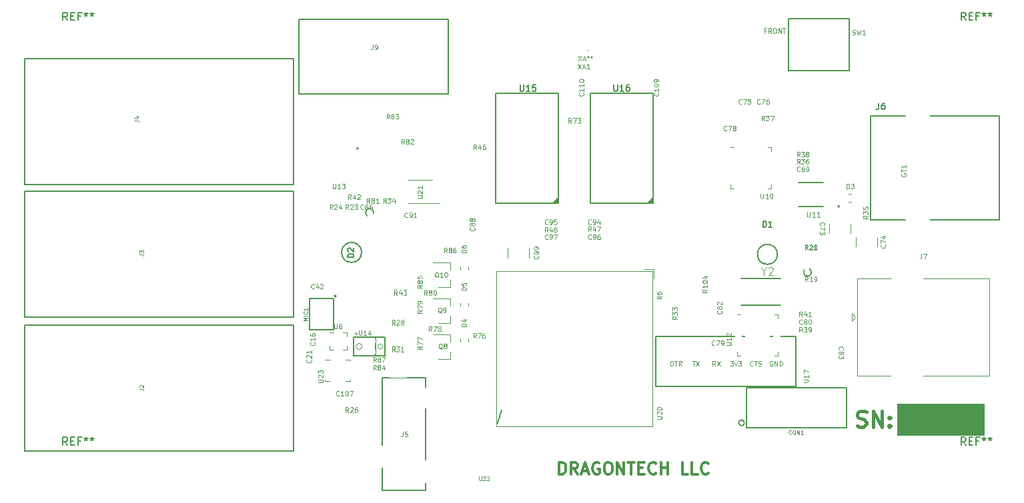
<source format=gbr>
G04 #@! TF.GenerationSoftware,KiCad,Pcbnew,5.1.5-52549c5~84~ubuntu18.04.1*
G04 #@! TF.CreationDate,2019-12-10T23:02:16-05:00*
G04 #@! TF.ProjectId,DFTBoard,44465442-6f61-4726-942e-6b696361645f,rev?*
G04 #@! TF.SameCoordinates,Original*
G04 #@! TF.FileFunction,Legend,Top*
G04 #@! TF.FilePolarity,Positive*
%FSLAX46Y46*%
G04 Gerber Fmt 4.6, Leading zero omitted, Abs format (unit mm)*
G04 Created by KiCad (PCBNEW 5.1.5-52549c5~84~ubuntu18.04.1) date 2019-12-10 23:02:16*
%MOMM*%
%LPD*%
G04 APERTURE LIST*
%ADD10C,0.100000*%
%ADD11C,0.400000*%
%ADD12C,0.200000*%
%ADD13C,0.375000*%
%ADD14C,0.120000*%
%ADD15C,0.203200*%
%ADD16C,0.101600*%
%ADD17C,0.063500*%
%ADD18C,0.127000*%
%ADD19C,0.150000*%
%ADD20C,0.152400*%
%ADD21C,0.075000*%
%ADD22C,0.050000*%
%ADD23C,0.001000*%
%ADD24C,2.230000*%
%ADD25C,0.125000*%
%ADD26R,2.910360X1.150140*%
%ADD27C,3.078000*%
%ADD28R,0.748820X0.629440*%
%ADD29R,1.729260X2.730020*%
%ADD30R,1.330480X2.730020*%
%ADD31R,2.730020X1.729260*%
%ADD32R,2.730020X1.330480*%
%ADD33C,0.430000*%
%ADD34O,1.757200X1.757200*%
%ADD35C,2.030000*%
%ADD36C,1.808000*%
%ADD37C,0.360000*%
%ADD38C,1.230000*%
%ADD39C,1.530000*%
%ADD40C,1.830000*%
%ADD41C,3.030000*%
%ADD42C,4.030000*%
%ADD43C,0.830000*%
%ADD44R,0.530000X0.530000*%
%ADD45R,0.930000X0.830000*%
%ADD46R,1.450000X0.500000*%
%ADD47R,1.980000X2.980000*%
%ADD48R,1.730000X1.730000*%
%ADD49C,1.730000*%
%ADD50C,3.530000*%
%ADD51C,1.630000*%
%ADD52R,0.330000X1.930000*%
%ADD53R,2.830000X2.230000*%
%ADD54R,2.230000X2.830000*%
%ADD55R,0.405000X0.380000*%
%ADD56R,0.380000X0.405000*%
%ADD57R,1.630000X0.330000*%
G04 APERTURE END LIST*
D10*
G36*
X218000000Y-153000000D02*
G01*
X207000000Y-153000000D01*
X207000000Y-149000000D01*
X218000000Y-149000000D01*
X218000000Y-153000000D01*
G37*
X218000000Y-153000000D02*
X207000000Y-153000000D01*
X207000000Y-149000000D01*
X218000000Y-149000000D01*
X218000000Y-153000000D01*
D11*
X201904761Y-151809523D02*
X202190476Y-151904761D01*
X202666666Y-151904761D01*
X202857142Y-151809523D01*
X202952380Y-151714285D01*
X203047619Y-151523809D01*
X203047619Y-151333333D01*
X202952380Y-151142857D01*
X202857142Y-151047619D01*
X202666666Y-150952380D01*
X202285714Y-150857142D01*
X202095238Y-150761904D01*
X202000000Y-150666666D01*
X201904761Y-150476190D01*
X201904761Y-150285714D01*
X202000000Y-150095238D01*
X202095238Y-150000000D01*
X202285714Y-149904761D01*
X202761904Y-149904761D01*
X203047619Y-150000000D01*
X203904761Y-151904761D02*
X203904761Y-149904761D01*
X205047619Y-151904761D01*
X205047619Y-149904761D01*
X206000000Y-151714285D02*
X206095238Y-151809523D01*
X206000000Y-151904761D01*
X205904761Y-151809523D01*
X206000000Y-151714285D01*
X206000000Y-151904761D01*
X206000000Y-150666666D02*
X206095238Y-150761904D01*
X206000000Y-150857142D01*
X205904761Y-150761904D01*
X206000000Y-150666666D01*
X206000000Y-150857142D01*
D12*
X156750000Y-149723824D02*
X156250000Y-151473824D01*
D13*
X164071428Y-157928571D02*
X164071428Y-156428571D01*
X164428571Y-156428571D01*
X164642857Y-156500000D01*
X164785714Y-156642857D01*
X164857142Y-156785714D01*
X164928571Y-157071428D01*
X164928571Y-157285714D01*
X164857142Y-157571428D01*
X164785714Y-157714285D01*
X164642857Y-157857142D01*
X164428571Y-157928571D01*
X164071428Y-157928571D01*
X166428571Y-157928571D02*
X165928571Y-157214285D01*
X165571428Y-157928571D02*
X165571428Y-156428571D01*
X166142857Y-156428571D01*
X166285714Y-156500000D01*
X166357142Y-156571428D01*
X166428571Y-156714285D01*
X166428571Y-156928571D01*
X166357142Y-157071428D01*
X166285714Y-157142857D01*
X166142857Y-157214285D01*
X165571428Y-157214285D01*
X167000000Y-157500000D02*
X167714285Y-157500000D01*
X166857142Y-157928571D02*
X167357142Y-156428571D01*
X167857142Y-157928571D01*
X169142857Y-156500000D02*
X169000000Y-156428571D01*
X168785714Y-156428571D01*
X168571428Y-156500000D01*
X168428571Y-156642857D01*
X168357142Y-156785714D01*
X168285714Y-157071428D01*
X168285714Y-157285714D01*
X168357142Y-157571428D01*
X168428571Y-157714285D01*
X168571428Y-157857142D01*
X168785714Y-157928571D01*
X168928571Y-157928571D01*
X169142857Y-157857142D01*
X169214285Y-157785714D01*
X169214285Y-157285714D01*
X168928571Y-157285714D01*
X170142857Y-156428571D02*
X170428571Y-156428571D01*
X170571428Y-156500000D01*
X170714285Y-156642857D01*
X170785714Y-156928571D01*
X170785714Y-157428571D01*
X170714285Y-157714285D01*
X170571428Y-157857142D01*
X170428571Y-157928571D01*
X170142857Y-157928571D01*
X170000000Y-157857142D01*
X169857142Y-157714285D01*
X169785714Y-157428571D01*
X169785714Y-156928571D01*
X169857142Y-156642857D01*
X170000000Y-156500000D01*
X170142857Y-156428571D01*
X171428571Y-157928571D02*
X171428571Y-156428571D01*
X172285714Y-157928571D01*
X172285714Y-156428571D01*
X172785714Y-156428571D02*
X173642857Y-156428571D01*
X173214285Y-157928571D02*
X173214285Y-156428571D01*
X174142857Y-157142857D02*
X174642857Y-157142857D01*
X174857142Y-157928571D02*
X174142857Y-157928571D01*
X174142857Y-156428571D01*
X174857142Y-156428571D01*
X176357142Y-157785714D02*
X176285714Y-157857142D01*
X176071428Y-157928571D01*
X175928571Y-157928571D01*
X175714285Y-157857142D01*
X175571428Y-157714285D01*
X175500000Y-157571428D01*
X175428571Y-157285714D01*
X175428571Y-157071428D01*
X175500000Y-156785714D01*
X175571428Y-156642857D01*
X175714285Y-156500000D01*
X175928571Y-156428571D01*
X176071428Y-156428571D01*
X176285714Y-156500000D01*
X176357142Y-156571428D01*
X177000000Y-157928571D02*
X177000000Y-156428571D01*
X177000000Y-157142857D02*
X177857142Y-157142857D01*
X177857142Y-157928571D02*
X177857142Y-156428571D01*
X180428571Y-157928571D02*
X179714285Y-157928571D01*
X179714285Y-156428571D01*
X181642857Y-157928571D02*
X180928571Y-157928571D01*
X180928571Y-156428571D01*
X182999999Y-157785714D02*
X182928571Y-157857142D01*
X182714285Y-157928571D01*
X182571428Y-157928571D01*
X182357142Y-157857142D01*
X182214285Y-157714285D01*
X182142857Y-157571428D01*
X182071428Y-157285714D01*
X182071428Y-157071428D01*
X182142857Y-156785714D01*
X182214285Y-156642857D01*
X182357142Y-156500000D01*
X182571428Y-156428571D01*
X182714285Y-156428571D01*
X182928571Y-156500000D01*
X182999999Y-156571428D01*
D14*
X136935001Y-143365001D02*
X137585001Y-143365001D01*
X137585001Y-143365001D02*
X137585001Y-143515001D01*
X135015001Y-146085001D02*
X134365001Y-146085001D01*
X134365001Y-146085001D02*
X134365001Y-145935001D01*
X136935001Y-146085001D02*
X137585001Y-146085001D01*
X137585001Y-146085001D02*
X137585001Y-145935001D01*
X135015001Y-143365001D02*
X134365001Y-143365001D01*
D15*
X219900280Y-112401080D02*
X219900280Y-125598920D01*
X209600580Y-112401080D02*
X219900280Y-112401080D01*
X209600580Y-125598920D02*
X219900280Y-125598920D01*
X203601100Y-125598920D02*
X208000380Y-125598920D01*
X203601100Y-112401080D02*
X208000380Y-112401080D01*
X203601100Y-119000000D02*
X203601100Y-112401080D01*
X203601100Y-119000000D02*
X203601100Y-125598920D01*
D16*
X138483940Y-140056620D02*
G75*
G03X138483940Y-140056620I-154460J0D01*
G01*
D17*
X141693585Y-141700000D02*
G75*
G03X141693585Y-141700000I-316105J0D01*
G01*
X139067947Y-141700000D02*
G75*
G03X139067947Y-141700000I-387947J0D01*
G01*
D18*
X140767880Y-142878560D02*
X140767880Y-140521440D01*
X141918500Y-142878560D02*
X141918500Y-140521440D01*
X137981500Y-142878560D02*
X137981500Y-140521440D01*
X140767880Y-142878560D02*
X141918500Y-142878560D01*
X137981500Y-142878560D02*
X140767880Y-142878560D01*
X140767880Y-140521440D02*
X141918500Y-140521440D01*
X137981500Y-140521440D02*
X140767880Y-140521440D01*
D15*
X138986962Y-129754485D02*
G75*
G03X138986962Y-129754485I-1270000J0D01*
G01*
X140510962Y-124674485D02*
G75*
G03X140510962Y-124674485I-508000J0D01*
G01*
X196088000Y-132286000D02*
G75*
G03X196088000Y-132286000I-508000J0D01*
G01*
X191770000Y-130000000D02*
G75*
G03X191770000Y-130000000I-1270000J0D01*
G01*
D14*
X175900000Y-151900000D02*
X156100000Y-151900000D01*
X175900000Y-132100000D02*
X175900000Y-151900000D01*
X156100000Y-132100000D02*
X175900000Y-132100000D01*
X156100000Y-151900000D02*
X156100000Y-132100000D01*
X176100000Y-131900000D02*
X176100000Y-133100000D01*
X174900000Y-131900000D02*
X176100000Y-131900000D01*
X152510000Y-141112779D02*
X152510000Y-140787221D01*
X151490000Y-141112779D02*
X151490000Y-140787221D01*
D19*
X200550000Y-146960000D02*
X200550000Y-152040000D01*
X200550000Y-146960000D02*
X187850000Y-146960000D01*
X187850000Y-146960000D02*
X187850000Y-152040000D01*
X187850000Y-152040000D02*
X200550000Y-152040000D01*
X187575555Y-151405000D02*
G75*
G03X187575555Y-151405000I-360555J0D01*
G01*
X194140000Y-146770000D02*
X176360000Y-146770000D01*
X194140000Y-140420000D02*
X194140000Y-146770000D01*
X176360000Y-140420000D02*
X194140000Y-140420000D01*
X176360000Y-146770000D02*
X176360000Y-140420000D01*
X156000000Y-123500000D02*
X164000000Y-123500000D01*
X156000000Y-109500000D02*
X156000000Y-123500000D01*
X164000000Y-109500000D02*
X156000000Y-109500000D01*
X164000000Y-123500000D02*
X164000000Y-109500000D01*
X164000000Y-123250000D02*
X163750000Y-123500000D01*
X164000000Y-123100000D02*
X163600000Y-123500000D01*
X164000000Y-123000000D02*
X163500000Y-123500000D01*
X164000000Y-122900000D02*
X164000000Y-123000000D01*
X163400000Y-123500000D02*
X164000000Y-122900000D01*
X164000000Y-122800000D02*
X163300000Y-123500000D01*
X168000000Y-123500000D02*
X176000000Y-123500000D01*
X168000000Y-109500000D02*
X168000000Y-123500000D01*
X176000000Y-109500000D02*
X168000000Y-109500000D01*
X176000000Y-123500000D02*
X176000000Y-109500000D01*
X176000000Y-123250000D02*
X175750000Y-123500000D01*
X176000000Y-123100000D02*
X175600000Y-123500000D01*
X176000000Y-123000000D02*
X175500000Y-123500000D01*
X176000000Y-122900000D02*
X176000000Y-123000000D01*
X175400000Y-123500000D02*
X176000000Y-122900000D01*
X176000000Y-122800000D02*
X175300000Y-123500000D01*
X200850000Y-106675000D02*
X200850000Y-100025000D01*
X193150000Y-106675000D02*
X193150000Y-100025000D01*
X193150000Y-106675000D02*
X200850000Y-106675000D01*
X200850000Y-100025000D02*
X193150000Y-100025000D01*
X130360000Y-105160000D02*
X96270000Y-105160000D01*
X130360000Y-121160000D02*
X130360000Y-105160000D01*
X96270000Y-121160000D02*
X130360000Y-121160000D01*
X96270000Y-105160000D02*
X96270000Y-121160000D01*
X135450000Y-135630000D02*
X132350000Y-135630000D01*
X132350000Y-135630000D02*
X132350000Y-139580000D01*
X132350000Y-139580000D02*
X135450000Y-139580000D01*
X135450000Y-139580000D02*
X135450000Y-135630000D01*
X135761803Y-135330000D02*
G75*
G03X135761803Y-135330000I-111803J0D01*
G01*
X138550000Y-116520000D02*
G75*
G03X138550000Y-116520000I-100000J0D01*
G01*
X130360000Y-122000000D02*
X96270000Y-122000000D01*
X130360000Y-138000000D02*
X130360000Y-122000000D01*
X96270000Y-138000000D02*
X130360000Y-138000000D01*
X96270000Y-122000000D02*
X96270000Y-138000000D01*
X130360000Y-139000000D02*
X96270000Y-139000000D01*
X130360000Y-155000000D02*
X130360000Y-139000000D01*
X96270000Y-155000000D02*
X130360000Y-155000000D01*
X96270000Y-139000000D02*
X96270000Y-155000000D01*
D14*
X201060000Y-127302064D02*
X201060000Y-126097936D01*
X198340000Y-127302064D02*
X198340000Y-126097936D01*
X204460000Y-129002064D02*
X204460000Y-127797936D01*
X201740000Y-129002064D02*
X201740000Y-127797936D01*
X160260000Y-129197936D02*
X160260000Y-130402064D01*
X157540000Y-129197936D02*
X157540000Y-130402064D01*
X150210000Y-143330000D02*
X148750000Y-143330000D01*
X150210000Y-140170000D02*
X148050000Y-140170000D01*
X150210000Y-140170000D02*
X150210000Y-141100000D01*
X150210000Y-143330000D02*
X150210000Y-142400000D01*
X150210000Y-138730000D02*
X148750000Y-138730000D01*
X150210000Y-135570000D02*
X148050000Y-135570000D01*
X150210000Y-135570000D02*
X150210000Y-136500000D01*
X150210000Y-138730000D02*
X150210000Y-137800000D01*
X150210000Y-134180000D02*
X148750000Y-134180000D01*
X150210000Y-131020000D02*
X148050000Y-131020000D01*
X150210000Y-131020000D02*
X150210000Y-131950000D01*
X150210000Y-134180000D02*
X150210000Y-133250000D01*
D12*
X199661800Y-123900000D02*
G75*
G03X199661800Y-123900000I-111800J0D01*
G01*
D18*
X194450000Y-123950000D02*
X197550000Y-123950000D01*
X197550000Y-120850000D02*
X194450000Y-120850000D01*
X192150000Y-136450000D02*
X187150000Y-136450000D01*
X187150000Y-133050000D02*
X192150000Y-133050000D01*
D14*
X200837221Y-123310000D02*
X201162779Y-123310000D01*
X200837221Y-122290000D02*
X201162779Y-122290000D01*
X152510000Y-136512779D02*
X152510000Y-136187221D01*
X151490000Y-136512779D02*
X151490000Y-136187221D01*
X152510000Y-131962779D02*
X152510000Y-131637221D01*
X151490000Y-131962779D02*
X151490000Y-131637221D01*
X190535000Y-116390000D02*
X191010000Y-116390000D01*
X191010000Y-116390000D02*
X191010000Y-116865000D01*
X186265000Y-121610000D02*
X185790000Y-121610000D01*
X185790000Y-121610000D02*
X185790000Y-121135000D01*
X190535000Y-121610000D02*
X191010000Y-121610000D01*
X191010000Y-121610000D02*
X191010000Y-121135000D01*
X186265000Y-116390000D02*
X185790000Y-116390000D01*
X187115000Y-137640000D02*
X186640000Y-137640000D01*
X191860000Y-142860000D02*
X191860000Y-142385000D01*
X191385000Y-142860000D02*
X191860000Y-142860000D01*
X186640000Y-142860000D02*
X186640000Y-142385000D01*
X187115000Y-142860000D02*
X186640000Y-142860000D01*
X191860000Y-137640000D02*
X191860000Y-138115000D01*
X191385000Y-137640000D02*
X191860000Y-137640000D01*
X206160000Y-133090000D02*
X201900000Y-133090000D01*
X201900000Y-133090000D02*
X201900000Y-145410000D01*
X201900000Y-145410000D02*
X206160000Y-145410000D01*
X210260000Y-133090000D02*
X218620000Y-133090000D01*
X218620000Y-133090000D02*
X218620000Y-145410000D01*
X218620000Y-145410000D02*
X210260000Y-145410000D01*
X201680000Y-138000000D02*
X201180000Y-137500000D01*
X201180000Y-137500000D02*
X201180000Y-138500000D01*
X201180000Y-138500000D02*
X201680000Y-138000000D01*
D19*
X131000000Y-100100000D02*
X150000000Y-100100000D01*
X150000000Y-109600000D02*
X150000000Y-100100000D01*
X131000000Y-109600000D02*
X131000000Y-100100000D01*
X150000000Y-109600000D02*
X131000000Y-109600000D01*
X147150000Y-160000000D02*
X147150000Y-159100000D01*
X141650000Y-157100000D02*
X141650000Y-160000000D01*
X147150000Y-149600000D02*
X147150000Y-156100000D01*
X147150000Y-146850000D02*
X147150000Y-145700000D01*
X141650000Y-160000000D02*
X147150000Y-160000000D01*
X141650000Y-154200000D02*
X141650000Y-145700000D01*
X141649131Y-145700000D02*
X147150908Y-145700000D01*
D14*
X136600000Y-139900000D02*
X137100000Y-139900000D01*
X137100000Y-139900000D02*
X137100000Y-140400000D01*
X137100000Y-140400000D02*
X137100000Y-140400000D01*
X137100000Y-141600000D02*
X137100000Y-142100000D01*
X137100000Y-142100000D02*
X136600000Y-142100000D01*
X136600000Y-142100000D02*
X136600000Y-142100000D01*
X135400000Y-142100000D02*
X134900000Y-142100000D01*
X134900000Y-142100000D02*
X134900000Y-141600000D01*
X134900000Y-141600000D02*
X134900000Y-141600000D01*
X135400000Y-139900000D02*
X134900000Y-139900000D01*
X134900000Y-139900000D02*
X134900000Y-139900000D01*
X144925000Y-120525000D02*
X147925000Y-120525000D01*
X144925000Y-123525000D02*
X148925000Y-123525000D01*
D19*
X215666666Y-100252380D02*
X215333333Y-99776190D01*
X215095238Y-100252380D02*
X215095238Y-99252380D01*
X215476190Y-99252380D01*
X215571428Y-99300000D01*
X215619047Y-99347619D01*
X215666666Y-99442857D01*
X215666666Y-99585714D01*
X215619047Y-99680952D01*
X215571428Y-99728571D01*
X215476190Y-99776190D01*
X215095238Y-99776190D01*
X216095238Y-99728571D02*
X216428571Y-99728571D01*
X216571428Y-100252380D02*
X216095238Y-100252380D01*
X216095238Y-99252380D01*
X216571428Y-99252380D01*
X217333333Y-99728571D02*
X217000000Y-99728571D01*
X217000000Y-100252380D02*
X217000000Y-99252380D01*
X217476190Y-99252380D01*
X218000000Y-99252380D02*
X218000000Y-99490476D01*
X217761904Y-99395238D02*
X218000000Y-99490476D01*
X218238095Y-99395238D01*
X217857142Y-99680952D02*
X218000000Y-99490476D01*
X218142857Y-99680952D01*
X218761904Y-99252380D02*
X218761904Y-99490476D01*
X218523809Y-99395238D02*
X218761904Y-99490476D01*
X219000000Y-99395238D01*
X218619047Y-99680952D02*
X218761904Y-99490476D01*
X218904761Y-99680952D01*
X215666666Y-154252380D02*
X215333333Y-153776190D01*
X215095238Y-154252380D02*
X215095238Y-153252380D01*
X215476190Y-153252380D01*
X215571428Y-153300000D01*
X215619047Y-153347619D01*
X215666666Y-153442857D01*
X215666666Y-153585714D01*
X215619047Y-153680952D01*
X215571428Y-153728571D01*
X215476190Y-153776190D01*
X215095238Y-153776190D01*
X216095238Y-153728571D02*
X216428571Y-153728571D01*
X216571428Y-154252380D02*
X216095238Y-154252380D01*
X216095238Y-153252380D01*
X216571428Y-153252380D01*
X217333333Y-153728571D02*
X217000000Y-153728571D01*
X217000000Y-154252380D02*
X217000000Y-153252380D01*
X217476190Y-153252380D01*
X218000000Y-153252380D02*
X218000000Y-153490476D01*
X217761904Y-153395238D02*
X218000000Y-153490476D01*
X218238095Y-153395238D01*
X217857142Y-153680952D02*
X218000000Y-153490476D01*
X218142857Y-153680952D01*
X218761904Y-153252380D02*
X218761904Y-153490476D01*
X218523809Y-153395238D02*
X218761904Y-153490476D01*
X219000000Y-153395238D01*
X218619047Y-153680952D02*
X218761904Y-153490476D01*
X218904761Y-153680952D01*
X101666666Y-154252380D02*
X101333333Y-153776190D01*
X101095238Y-154252380D02*
X101095238Y-153252380D01*
X101476190Y-153252380D01*
X101571428Y-153300000D01*
X101619047Y-153347619D01*
X101666666Y-153442857D01*
X101666666Y-153585714D01*
X101619047Y-153680952D01*
X101571428Y-153728571D01*
X101476190Y-153776190D01*
X101095238Y-153776190D01*
X102095238Y-153728571D02*
X102428571Y-153728571D01*
X102571428Y-154252380D02*
X102095238Y-154252380D01*
X102095238Y-153252380D01*
X102571428Y-153252380D01*
X103333333Y-153728571D02*
X103000000Y-153728571D01*
X103000000Y-154252380D02*
X103000000Y-153252380D01*
X103476190Y-153252380D01*
X104000000Y-153252380D02*
X104000000Y-153490476D01*
X103761904Y-153395238D02*
X104000000Y-153490476D01*
X104238095Y-153395238D01*
X103857142Y-153680952D02*
X104000000Y-153490476D01*
X104142857Y-153680952D01*
X104761904Y-153252380D02*
X104761904Y-153490476D01*
X104523809Y-153395238D02*
X104761904Y-153490476D01*
X105000000Y-153395238D01*
X104619047Y-153680952D02*
X104761904Y-153490476D01*
X104904761Y-153680952D01*
X101666666Y-100252380D02*
X101333333Y-99776190D01*
X101095238Y-100252380D02*
X101095238Y-99252380D01*
X101476190Y-99252380D01*
X101571428Y-99300000D01*
X101619047Y-99347619D01*
X101666666Y-99442857D01*
X101666666Y-99585714D01*
X101619047Y-99680952D01*
X101571428Y-99728571D01*
X101476190Y-99776190D01*
X101095238Y-99776190D01*
X102095238Y-99728571D02*
X102428571Y-99728571D01*
X102571428Y-100252380D02*
X102095238Y-100252380D01*
X102095238Y-99252380D01*
X102571428Y-99252380D01*
X103333333Y-99728571D02*
X103000000Y-99728571D01*
X103000000Y-100252380D02*
X103000000Y-99252380D01*
X103476190Y-99252380D01*
X104000000Y-99252380D02*
X104000000Y-99490476D01*
X103761904Y-99395238D02*
X104000000Y-99490476D01*
X104238095Y-99395238D01*
X103857142Y-99680952D02*
X104000000Y-99490476D01*
X104142857Y-99680952D01*
X104761904Y-99252380D02*
X104761904Y-99490476D01*
X104523809Y-99395238D02*
X104761904Y-99490476D01*
X105000000Y-99395238D01*
X104619047Y-99680952D02*
X104761904Y-99490476D01*
X104904761Y-99680952D01*
D10*
X133471428Y-146242857D02*
X133957142Y-146242857D01*
X134014285Y-146214285D01*
X134042857Y-146185714D01*
X134071428Y-146128571D01*
X134071428Y-146014285D01*
X134042857Y-145957142D01*
X134014285Y-145928571D01*
X133957142Y-145900000D01*
X133471428Y-145900000D01*
X133528571Y-145642857D02*
X133500000Y-145614285D01*
X133471428Y-145557142D01*
X133471428Y-145414285D01*
X133500000Y-145357142D01*
X133528571Y-145328571D01*
X133585714Y-145300000D01*
X133642857Y-145300000D01*
X133728571Y-145328571D01*
X134071428Y-145671428D01*
X134071428Y-145300000D01*
X133471428Y-145100000D02*
X133471428Y-144728571D01*
X133700000Y-144928571D01*
X133700000Y-144842857D01*
X133728571Y-144785714D01*
X133757142Y-144757142D01*
X133814285Y-144728571D01*
X133957142Y-144728571D01*
X134014285Y-144757142D01*
X134042857Y-144785714D01*
X134071428Y-144842857D01*
X134071428Y-145014285D01*
X134042857Y-145071428D01*
X134014285Y-145100000D01*
D15*
X204612866Y-110757095D02*
X204612866Y-111337666D01*
X204574161Y-111453780D01*
X204496752Y-111531190D01*
X204380638Y-111569895D01*
X204303228Y-111569895D01*
X205348257Y-110757095D02*
X205193438Y-110757095D01*
X205116028Y-110795800D01*
X205077323Y-110834504D01*
X204999914Y-110950619D01*
X204961209Y-111105438D01*
X204961209Y-111415076D01*
X204999914Y-111492485D01*
X205038619Y-111531190D01*
X205116028Y-111569895D01*
X205270847Y-111569895D01*
X205348257Y-111531190D01*
X205386961Y-111492485D01*
X205425666Y-111415076D01*
X205425666Y-111221552D01*
X205386961Y-111144142D01*
X205348257Y-111105438D01*
X205270847Y-111066733D01*
X205116028Y-111066733D01*
X205038619Y-111105438D01*
X204999914Y-111144142D01*
X204961209Y-111221552D01*
D10*
X138657142Y-139671428D02*
X138657142Y-140157142D01*
X138685714Y-140214285D01*
X138714285Y-140242857D01*
X138771428Y-140271428D01*
X138885714Y-140271428D01*
X138942857Y-140242857D01*
X138971428Y-140214285D01*
X139000000Y-140157142D01*
X139000000Y-139671428D01*
X139600000Y-140271428D02*
X139257142Y-140271428D01*
X139428571Y-140271428D02*
X139428571Y-139671428D01*
X139371428Y-139757142D01*
X139314285Y-139814285D01*
X139257142Y-139842857D01*
X140114285Y-139871428D02*
X140114285Y-140271428D01*
X139971428Y-139642857D02*
X139828571Y-140071428D01*
X140200000Y-140071428D01*
D20*
X137978638Y-130371398D02*
X137216638Y-130371398D01*
X137216638Y-130189970D01*
X137252924Y-130081112D01*
X137325495Y-130008541D01*
X137398066Y-129972255D01*
X137543209Y-129935970D01*
X137652066Y-129935970D01*
X137797209Y-129972255D01*
X137869781Y-130008541D01*
X137942352Y-130081112D01*
X137978638Y-130189970D01*
X137978638Y-130371398D01*
X137289209Y-129645684D02*
X137252924Y-129609398D01*
X137216638Y-129536827D01*
X137216638Y-129355398D01*
X137252924Y-129282827D01*
X137289209Y-129246541D01*
X137361781Y-129210255D01*
X137434352Y-129210255D01*
X137543209Y-129246541D01*
X137978638Y-129681970D01*
X137978638Y-129210255D01*
X189937571Y-126534714D02*
X189937571Y-125772714D01*
X190119000Y-125772714D01*
X190227857Y-125809000D01*
X190300428Y-125881571D01*
X190336714Y-125954142D01*
X190373000Y-126099285D01*
X190373000Y-126208142D01*
X190336714Y-126353285D01*
X190300428Y-126425857D01*
X190227857Y-126498428D01*
X190119000Y-126534714D01*
X189937571Y-126534714D01*
X191098714Y-126534714D02*
X190663285Y-126534714D01*
X190881000Y-126534714D02*
X190881000Y-125772714D01*
X190808428Y-125881571D01*
X190735857Y-125954142D01*
X190663285Y-125990428D01*
D10*
X207500000Y-119757142D02*
X207471428Y-119814285D01*
X207471428Y-119900000D01*
X207500000Y-119985714D01*
X207557142Y-120042857D01*
X207614285Y-120071428D01*
X207728571Y-120100000D01*
X207814285Y-120100000D01*
X207928571Y-120071428D01*
X207985714Y-120042857D01*
X208042857Y-119985714D01*
X208071428Y-119900000D01*
X208071428Y-119842857D01*
X208042857Y-119757142D01*
X208014285Y-119728571D01*
X207814285Y-119728571D01*
X207814285Y-119842857D01*
X207471428Y-119557142D02*
X207471428Y-119214285D01*
X208071428Y-119385714D02*
X207471428Y-119385714D01*
X208071428Y-118700000D02*
X208071428Y-119042857D01*
X208071428Y-118871428D02*
X207471428Y-118871428D01*
X207557142Y-118928571D01*
X207614285Y-118985714D01*
X207642857Y-119042857D01*
X137314285Y-150041428D02*
X137114285Y-149755714D01*
X136971428Y-150041428D02*
X136971428Y-149441428D01*
X137200000Y-149441428D01*
X137257142Y-149470000D01*
X137285714Y-149498571D01*
X137314285Y-149555714D01*
X137314285Y-149641428D01*
X137285714Y-149698571D01*
X137257142Y-149727142D01*
X137200000Y-149755714D01*
X136971428Y-149755714D01*
X137542857Y-149498571D02*
X137571428Y-149470000D01*
X137628571Y-149441428D01*
X137771428Y-149441428D01*
X137828571Y-149470000D01*
X137857142Y-149498571D01*
X137885714Y-149555714D01*
X137885714Y-149612857D01*
X137857142Y-149698571D01*
X137514285Y-150041428D01*
X137885714Y-150041428D01*
X138400000Y-149441428D02*
X138285714Y-149441428D01*
X138228571Y-149470000D01*
X138200000Y-149498571D01*
X138142857Y-149584285D01*
X138114285Y-149698571D01*
X138114285Y-149927142D01*
X138142857Y-149984285D01*
X138171428Y-150012857D01*
X138228571Y-150041428D01*
X138342857Y-150041428D01*
X138400000Y-150012857D01*
X138428571Y-149984285D01*
X138457142Y-149927142D01*
X138457142Y-149784285D01*
X138428571Y-149727142D01*
X138400000Y-149698571D01*
X138342857Y-149670000D01*
X138228571Y-149670000D01*
X138171428Y-149698571D01*
X138142857Y-149727142D01*
X138114285Y-149784285D01*
X176471428Y-150942857D02*
X176957142Y-150942857D01*
X177014285Y-150914285D01*
X177042857Y-150885714D01*
X177071428Y-150828571D01*
X177071428Y-150714285D01*
X177042857Y-150657142D01*
X177014285Y-150628571D01*
X176957142Y-150600000D01*
X176471428Y-150600000D01*
X176528571Y-150342857D02*
X176500000Y-150314285D01*
X176471428Y-150257142D01*
X176471428Y-150114285D01*
X176500000Y-150057142D01*
X176528571Y-150028571D01*
X176585714Y-150000000D01*
X176642857Y-150000000D01*
X176728571Y-150028571D01*
X177071428Y-150371428D01*
X177071428Y-150000000D01*
X176471428Y-149628571D02*
X176471428Y-149571428D01*
X176500000Y-149514285D01*
X176528571Y-149485714D01*
X176585714Y-149457142D01*
X176700000Y-149428571D01*
X176842857Y-149428571D01*
X176957142Y-149457142D01*
X177014285Y-149485714D01*
X177042857Y-149514285D01*
X177071428Y-149571428D01*
X177071428Y-149628571D01*
X177042857Y-149685714D01*
X177014285Y-149714285D01*
X176957142Y-149742857D01*
X176842857Y-149771428D01*
X176700000Y-149771428D01*
X176585714Y-149742857D01*
X176528571Y-149714285D01*
X176500000Y-149685714D01*
X176471428Y-149628571D01*
X152271428Y-139142857D02*
X151671428Y-139142857D01*
X151671428Y-139000000D01*
X151700000Y-138914285D01*
X151757142Y-138857142D01*
X151814285Y-138828571D01*
X151928571Y-138800000D01*
X152014285Y-138800000D01*
X152128571Y-138828571D01*
X152185714Y-138857142D01*
X152242857Y-138914285D01*
X152271428Y-139000000D01*
X152271428Y-139142857D01*
X151871428Y-138285714D02*
X152271428Y-138285714D01*
X151642857Y-138428571D02*
X152071428Y-138571428D01*
X152071428Y-138200000D01*
X166457142Y-105771428D02*
X166857142Y-106371428D01*
X166857142Y-105771428D02*
X166457142Y-106371428D01*
X167057142Y-106200000D02*
X167342857Y-106200000D01*
X167000000Y-106371428D02*
X167200000Y-105771428D01*
X167400000Y-106371428D01*
X167914285Y-106371428D02*
X167571428Y-106371428D01*
X167742857Y-106371428D02*
X167742857Y-105771428D01*
X167685714Y-105857142D01*
X167628571Y-105914285D01*
X167571428Y-105942857D01*
X167700000Y-104014285D02*
X167728571Y-104042857D01*
X167700000Y-104071428D01*
X167671428Y-104042857D01*
X167700000Y-104014285D01*
X167700000Y-104071428D01*
X166485714Y-104771428D02*
X166885714Y-105371428D01*
X166885714Y-104771428D02*
X166485714Y-105371428D01*
X167085714Y-105200000D02*
X167371428Y-105200000D01*
X167028571Y-105371428D02*
X167228571Y-104771428D01*
X167428571Y-105371428D01*
X167714285Y-104771428D02*
X167714285Y-104914285D01*
X167571428Y-104857142D02*
X167714285Y-104914285D01*
X167857142Y-104857142D01*
X167628571Y-105028571D02*
X167714285Y-104914285D01*
X167800000Y-105028571D01*
X168171428Y-104771428D02*
X168171428Y-104914285D01*
X168028571Y-104857142D02*
X168171428Y-104914285D01*
X168314285Y-104857142D01*
X168085714Y-105028571D02*
X168171428Y-104914285D01*
X168257142Y-105028571D01*
X167700000Y-104014285D02*
X167728571Y-104042857D01*
X167700000Y-104071428D01*
X167671428Y-104042857D01*
X167700000Y-104014285D01*
X167700000Y-104071428D01*
D21*
X193512857Y-152808571D02*
X193489047Y-152832380D01*
X193417619Y-152856190D01*
X193370000Y-152856190D01*
X193298571Y-152832380D01*
X193250952Y-152784761D01*
X193227142Y-152737142D01*
X193203333Y-152641904D01*
X193203333Y-152570476D01*
X193227142Y-152475238D01*
X193250952Y-152427619D01*
X193298571Y-152380000D01*
X193370000Y-152356190D01*
X193417619Y-152356190D01*
X193489047Y-152380000D01*
X193512857Y-152403809D01*
X193822380Y-152356190D02*
X193917619Y-152356190D01*
X193965238Y-152380000D01*
X194012857Y-152427619D01*
X194036666Y-152522857D01*
X194036666Y-152689523D01*
X194012857Y-152784761D01*
X193965238Y-152832380D01*
X193917619Y-152856190D01*
X193822380Y-152856190D01*
X193774761Y-152832380D01*
X193727142Y-152784761D01*
X193703333Y-152689523D01*
X193703333Y-152522857D01*
X193727142Y-152427619D01*
X193774761Y-152380000D01*
X193822380Y-152356190D01*
X194250952Y-152856190D02*
X194250952Y-152356190D01*
X194536666Y-152856190D01*
X194536666Y-152356190D01*
X195036666Y-152856190D02*
X194750952Y-152856190D01*
X194893809Y-152856190D02*
X194893809Y-152356190D01*
X194846190Y-152427619D01*
X194798571Y-152475238D01*
X194750952Y-152499047D01*
D10*
X195081428Y-146242857D02*
X195567142Y-146242857D01*
X195624285Y-146214285D01*
X195652857Y-146185714D01*
X195681428Y-146128571D01*
X195681428Y-146014285D01*
X195652857Y-145957142D01*
X195624285Y-145928571D01*
X195567142Y-145900000D01*
X195081428Y-145900000D01*
X195681428Y-145300000D02*
X195681428Y-145642857D01*
X195681428Y-145471428D02*
X195081428Y-145471428D01*
X195167142Y-145528571D01*
X195224285Y-145585714D01*
X195252857Y-145642857D01*
X195081428Y-145100000D02*
X195081428Y-144700000D01*
X195681428Y-144957142D01*
X188671428Y-144114285D02*
X188642857Y-144142857D01*
X188557142Y-144171428D01*
X188500000Y-144171428D01*
X188414285Y-144142857D01*
X188357142Y-144085714D01*
X188328571Y-144028571D01*
X188300000Y-143914285D01*
X188300000Y-143828571D01*
X188328571Y-143714285D01*
X188357142Y-143657142D01*
X188414285Y-143600000D01*
X188500000Y-143571428D01*
X188557142Y-143571428D01*
X188642857Y-143600000D01*
X188671428Y-143628571D01*
X188842857Y-143571428D02*
X189185714Y-143571428D01*
X189014285Y-144171428D02*
X189014285Y-143571428D01*
X189357142Y-144142857D02*
X189442857Y-144171428D01*
X189585714Y-144171428D01*
X189642857Y-144142857D01*
X189671428Y-144114285D01*
X189700000Y-144057142D01*
X189700000Y-144000000D01*
X189671428Y-143942857D01*
X189642857Y-143914285D01*
X189585714Y-143885714D01*
X189471428Y-143857142D01*
X189414285Y-143828571D01*
X189385714Y-143800000D01*
X189357142Y-143742857D01*
X189357142Y-143685714D01*
X189385714Y-143628571D01*
X189414285Y-143600000D01*
X189471428Y-143571428D01*
X189614285Y-143571428D01*
X189700000Y-143600000D01*
X185785714Y-143571428D02*
X186157142Y-143571428D01*
X185957142Y-143800000D01*
X186042857Y-143800000D01*
X186100000Y-143828571D01*
X186128571Y-143857142D01*
X186157142Y-143914285D01*
X186157142Y-144057142D01*
X186128571Y-144114285D01*
X186100000Y-144142857D01*
X186042857Y-144171428D01*
X185871428Y-144171428D01*
X185814285Y-144142857D01*
X185785714Y-144114285D01*
X186357142Y-143771428D02*
X186500000Y-144171428D01*
X186642857Y-143771428D01*
X186814285Y-143571428D02*
X187185714Y-143571428D01*
X186985714Y-143800000D01*
X187071428Y-143800000D01*
X187128571Y-143828571D01*
X187157142Y-143857142D01*
X187185714Y-143914285D01*
X187185714Y-144057142D01*
X187157142Y-144114285D01*
X187128571Y-144142857D01*
X187071428Y-144171428D01*
X186900000Y-144171428D01*
X186842857Y-144142857D01*
X186814285Y-144114285D01*
X183900000Y-144171428D02*
X183700000Y-143885714D01*
X183557142Y-144171428D02*
X183557142Y-143571428D01*
X183785714Y-143571428D01*
X183842857Y-143600000D01*
X183871428Y-143628571D01*
X183900000Y-143685714D01*
X183900000Y-143771428D01*
X183871428Y-143828571D01*
X183842857Y-143857142D01*
X183785714Y-143885714D01*
X183557142Y-143885714D01*
X184100000Y-143571428D02*
X184500000Y-144171428D01*
X184500000Y-143571428D02*
X184100000Y-144171428D01*
X180942857Y-143571428D02*
X181285714Y-143571428D01*
X181114285Y-144171428D02*
X181114285Y-143571428D01*
X181428571Y-143571428D02*
X181828571Y-144171428D01*
X181828571Y-143571428D02*
X181428571Y-144171428D01*
X178214285Y-144171428D02*
X178214285Y-143571428D01*
X178357142Y-143571428D01*
X178442857Y-143600000D01*
X178500000Y-143657142D01*
X178528571Y-143714285D01*
X178557142Y-143828571D01*
X178557142Y-143914285D01*
X178528571Y-144028571D01*
X178500000Y-144085714D01*
X178442857Y-144142857D01*
X178357142Y-144171428D01*
X178214285Y-144171428D01*
X178728571Y-143571428D02*
X179071428Y-143571428D01*
X178900000Y-144171428D02*
X178900000Y-143571428D01*
X179614285Y-144171428D02*
X179414285Y-143885714D01*
X179271428Y-144171428D02*
X179271428Y-143571428D01*
X179500000Y-143571428D01*
X179557142Y-143600000D01*
X179585714Y-143628571D01*
X179614285Y-143685714D01*
X179614285Y-143771428D01*
X179585714Y-143828571D01*
X179557142Y-143857142D01*
X179500000Y-143885714D01*
X179271428Y-143885714D01*
X191142857Y-143600000D02*
X191085714Y-143571428D01*
X191000000Y-143571428D01*
X190914285Y-143600000D01*
X190857142Y-143657142D01*
X190828571Y-143714285D01*
X190800000Y-143828571D01*
X190800000Y-143914285D01*
X190828571Y-144028571D01*
X190857142Y-144085714D01*
X190914285Y-144142857D01*
X191000000Y-144171428D01*
X191057142Y-144171428D01*
X191142857Y-144142857D01*
X191171428Y-144114285D01*
X191171428Y-143914285D01*
X191057142Y-143914285D01*
X191428571Y-144171428D02*
X191428571Y-143571428D01*
X191771428Y-144171428D01*
X191771428Y-143571428D01*
X192057142Y-144171428D02*
X192057142Y-143571428D01*
X192200000Y-143571428D01*
X192285714Y-143600000D01*
X192342857Y-143657142D01*
X192371428Y-143714285D01*
X192400000Y-143828571D01*
X192400000Y-143914285D01*
X192371428Y-144028571D01*
X192342857Y-144085714D01*
X192285714Y-144142857D01*
X192200000Y-144171428D01*
X192057142Y-144171428D01*
D19*
X159109523Y-108461904D02*
X159109523Y-109109523D01*
X159147619Y-109185714D01*
X159185714Y-109223809D01*
X159261904Y-109261904D01*
X159414285Y-109261904D01*
X159490476Y-109223809D01*
X159528571Y-109185714D01*
X159566666Y-109109523D01*
X159566666Y-108461904D01*
X160366666Y-109261904D02*
X159909523Y-109261904D01*
X160138095Y-109261904D02*
X160138095Y-108461904D01*
X160061904Y-108576190D01*
X159985714Y-108652380D01*
X159909523Y-108690476D01*
X161090476Y-108461904D02*
X160709523Y-108461904D01*
X160671428Y-108842857D01*
X160709523Y-108804761D01*
X160785714Y-108766666D01*
X160976190Y-108766666D01*
X161052380Y-108804761D01*
X161090476Y-108842857D01*
X161128571Y-108919047D01*
X161128571Y-109109523D01*
X161090476Y-109185714D01*
X161052380Y-109223809D01*
X160976190Y-109261904D01*
X160785714Y-109261904D01*
X160709523Y-109223809D01*
X160671428Y-109185714D01*
X171009523Y-108461904D02*
X171009523Y-109109523D01*
X171047619Y-109185714D01*
X171085714Y-109223809D01*
X171161904Y-109261904D01*
X171314285Y-109261904D01*
X171390476Y-109223809D01*
X171428571Y-109185714D01*
X171466666Y-109109523D01*
X171466666Y-108461904D01*
X172266666Y-109261904D02*
X171809523Y-109261904D01*
X172038095Y-109261904D02*
X172038095Y-108461904D01*
X171961904Y-108576190D01*
X171885714Y-108652380D01*
X171809523Y-108690476D01*
X172952380Y-108461904D02*
X172800000Y-108461904D01*
X172723809Y-108500000D01*
X172685714Y-108538095D01*
X172609523Y-108652380D01*
X172571428Y-108804761D01*
X172571428Y-109109523D01*
X172609523Y-109185714D01*
X172647619Y-109223809D01*
X172723809Y-109261904D01*
X172876190Y-109261904D01*
X172952380Y-109223809D01*
X172990476Y-109185714D01*
X173028571Y-109109523D01*
X173028571Y-108919047D01*
X172990476Y-108842857D01*
X172952380Y-108804761D01*
X172876190Y-108766666D01*
X172723809Y-108766666D01*
X172647619Y-108804761D01*
X172609523Y-108842857D01*
X172571428Y-108919047D01*
D10*
X201300000Y-102042857D02*
X201385714Y-102071428D01*
X201528571Y-102071428D01*
X201585714Y-102042857D01*
X201614285Y-102014285D01*
X201642857Y-101957142D01*
X201642857Y-101900000D01*
X201614285Y-101842857D01*
X201585714Y-101814285D01*
X201528571Y-101785714D01*
X201414285Y-101757142D01*
X201357142Y-101728571D01*
X201328571Y-101700000D01*
X201300000Y-101642857D01*
X201300000Y-101585714D01*
X201328571Y-101528571D01*
X201357142Y-101500000D01*
X201414285Y-101471428D01*
X201557142Y-101471428D01*
X201642857Y-101500000D01*
X201842857Y-101471428D02*
X201985714Y-102071428D01*
X202100000Y-101642857D01*
X202214285Y-102071428D01*
X202357142Y-101471428D01*
X202900000Y-102071428D02*
X202557142Y-102071428D01*
X202728571Y-102071428D02*
X202728571Y-101471428D01*
X202671428Y-101557142D01*
X202614285Y-101614285D01*
X202557142Y-101642857D01*
X190328571Y-101557142D02*
X190128571Y-101557142D01*
X190128571Y-101871428D02*
X190128571Y-101271428D01*
X190414285Y-101271428D01*
X190985714Y-101871428D02*
X190785714Y-101585714D01*
X190642857Y-101871428D02*
X190642857Y-101271428D01*
X190871428Y-101271428D01*
X190928571Y-101300000D01*
X190957142Y-101328571D01*
X190985714Y-101385714D01*
X190985714Y-101471428D01*
X190957142Y-101528571D01*
X190928571Y-101557142D01*
X190871428Y-101585714D01*
X190642857Y-101585714D01*
X191357142Y-101271428D02*
X191471428Y-101271428D01*
X191528571Y-101300000D01*
X191585714Y-101357142D01*
X191614285Y-101471428D01*
X191614285Y-101671428D01*
X191585714Y-101785714D01*
X191528571Y-101842857D01*
X191471428Y-101871428D01*
X191357142Y-101871428D01*
X191300000Y-101842857D01*
X191242857Y-101785714D01*
X191214285Y-101671428D01*
X191214285Y-101471428D01*
X191242857Y-101357142D01*
X191300000Y-101300000D01*
X191357142Y-101271428D01*
X191871428Y-101871428D02*
X191871428Y-101271428D01*
X192214285Y-101871428D01*
X192214285Y-101271428D01*
X192414285Y-101271428D02*
X192757142Y-101271428D01*
X192585714Y-101871428D02*
X192585714Y-101271428D01*
D21*
X110176190Y-112966666D02*
X110533333Y-112966666D01*
X110604761Y-112990476D01*
X110652380Y-113038095D01*
X110676190Y-113109523D01*
X110676190Y-113157142D01*
X110342857Y-112514285D02*
X110676190Y-112514285D01*
X110152380Y-112633333D02*
X110509523Y-112752380D01*
X110509523Y-112442857D01*
X132126190Y-138373809D02*
X131626190Y-138373809D01*
X131983333Y-138207142D01*
X131626190Y-138040476D01*
X132126190Y-138040476D01*
X132126190Y-137802380D02*
X131626190Y-137802380D01*
X132078571Y-137278571D02*
X132102380Y-137302380D01*
X132126190Y-137373809D01*
X132126190Y-137421428D01*
X132102380Y-137492857D01*
X132054761Y-137540476D01*
X132007142Y-137564285D01*
X131911904Y-137588095D01*
X131840476Y-137588095D01*
X131745238Y-137564285D01*
X131697619Y-137540476D01*
X131650000Y-137492857D01*
X131626190Y-137421428D01*
X131626190Y-137373809D01*
X131650000Y-137302380D01*
X131673809Y-137278571D01*
X132126190Y-136802380D02*
X132126190Y-137088095D01*
X132126190Y-136945238D02*
X131626190Y-136945238D01*
X131697619Y-136992857D01*
X131745238Y-137040476D01*
X131769047Y-137088095D01*
D10*
X135357142Y-121021428D02*
X135357142Y-121507142D01*
X135385714Y-121564285D01*
X135414285Y-121592857D01*
X135471428Y-121621428D01*
X135585714Y-121621428D01*
X135642857Y-121592857D01*
X135671428Y-121564285D01*
X135700000Y-121507142D01*
X135700000Y-121021428D01*
X136300000Y-121621428D02*
X135957142Y-121621428D01*
X136128571Y-121621428D02*
X136128571Y-121021428D01*
X136071428Y-121107142D01*
X136014285Y-121164285D01*
X135957142Y-121192857D01*
X136500000Y-121021428D02*
X136871428Y-121021428D01*
X136671428Y-121250000D01*
X136757142Y-121250000D01*
X136814285Y-121278571D01*
X136842857Y-121307142D01*
X136871428Y-121364285D01*
X136871428Y-121507142D01*
X136842857Y-121564285D01*
X136814285Y-121592857D01*
X136757142Y-121621428D01*
X136585714Y-121621428D01*
X136528571Y-121592857D01*
X136500000Y-121564285D01*
D21*
X110821190Y-130006666D02*
X111178333Y-130006666D01*
X111249761Y-130030476D01*
X111297380Y-130078095D01*
X111321190Y-130149523D01*
X111321190Y-130197142D01*
X110821190Y-129816190D02*
X110821190Y-129506666D01*
X111011666Y-129673333D01*
X111011666Y-129601904D01*
X111035476Y-129554285D01*
X111059285Y-129530476D01*
X111106904Y-129506666D01*
X111225952Y-129506666D01*
X111273571Y-129530476D01*
X111297380Y-129554285D01*
X111321190Y-129601904D01*
X111321190Y-129744761D01*
X111297380Y-129792380D01*
X111273571Y-129816190D01*
X110826190Y-147106666D02*
X111183333Y-147106666D01*
X111254761Y-147130476D01*
X111302380Y-147178095D01*
X111326190Y-147249523D01*
X111326190Y-147297142D01*
X110873809Y-146892380D02*
X110850000Y-146868571D01*
X110826190Y-146820952D01*
X110826190Y-146701904D01*
X110850000Y-146654285D01*
X110873809Y-146630476D01*
X110921428Y-146606666D01*
X110969047Y-146606666D01*
X111040476Y-146630476D01*
X111326190Y-146916190D01*
X111326190Y-146606666D01*
D10*
X187214285Y-110814285D02*
X187185714Y-110842857D01*
X187100000Y-110871428D01*
X187042857Y-110871428D01*
X186957142Y-110842857D01*
X186900000Y-110785714D01*
X186871428Y-110728571D01*
X186842857Y-110614285D01*
X186842857Y-110528571D01*
X186871428Y-110414285D01*
X186900000Y-110357142D01*
X186957142Y-110300000D01*
X187042857Y-110271428D01*
X187100000Y-110271428D01*
X187185714Y-110300000D01*
X187214285Y-110328571D01*
X187414285Y-110271428D02*
X187814285Y-110271428D01*
X187557142Y-110871428D01*
X188328571Y-110271428D02*
X188042857Y-110271428D01*
X188014285Y-110557142D01*
X188042857Y-110528571D01*
X188100000Y-110500000D01*
X188242857Y-110500000D01*
X188300000Y-110528571D01*
X188328571Y-110557142D01*
X188357142Y-110614285D01*
X188357142Y-110757142D01*
X188328571Y-110814285D01*
X188300000Y-110842857D01*
X188242857Y-110871428D01*
X188100000Y-110871428D01*
X188042857Y-110842857D01*
X188014285Y-110814285D01*
X189564285Y-110814285D02*
X189535714Y-110842857D01*
X189450000Y-110871428D01*
X189392857Y-110871428D01*
X189307142Y-110842857D01*
X189250000Y-110785714D01*
X189221428Y-110728571D01*
X189192857Y-110614285D01*
X189192857Y-110528571D01*
X189221428Y-110414285D01*
X189250000Y-110357142D01*
X189307142Y-110300000D01*
X189392857Y-110271428D01*
X189450000Y-110271428D01*
X189535714Y-110300000D01*
X189564285Y-110328571D01*
X189764285Y-110271428D02*
X190164285Y-110271428D01*
X189907142Y-110871428D01*
X190650000Y-110271428D02*
X190535714Y-110271428D01*
X190478571Y-110300000D01*
X190450000Y-110328571D01*
X190392857Y-110414285D01*
X190364285Y-110528571D01*
X190364285Y-110757142D01*
X190392857Y-110814285D01*
X190421428Y-110842857D01*
X190478571Y-110871428D01*
X190592857Y-110871428D01*
X190650000Y-110842857D01*
X190678571Y-110814285D01*
X190707142Y-110757142D01*
X190707142Y-110614285D01*
X190678571Y-110557142D01*
X190650000Y-110528571D01*
X190592857Y-110500000D01*
X190478571Y-110500000D01*
X190421428Y-110528571D01*
X190392857Y-110557142D01*
X190364285Y-110614285D01*
X190114285Y-112971428D02*
X189914285Y-112685714D01*
X189771428Y-112971428D02*
X189771428Y-112371428D01*
X190000000Y-112371428D01*
X190057142Y-112400000D01*
X190085714Y-112428571D01*
X190114285Y-112485714D01*
X190114285Y-112571428D01*
X190085714Y-112628571D01*
X190057142Y-112657142D01*
X190000000Y-112685714D01*
X189771428Y-112685714D01*
X190314285Y-112371428D02*
X190685714Y-112371428D01*
X190485714Y-112600000D01*
X190571428Y-112600000D01*
X190628571Y-112628571D01*
X190657142Y-112657142D01*
X190685714Y-112714285D01*
X190685714Y-112857142D01*
X190657142Y-112914285D01*
X190628571Y-112942857D01*
X190571428Y-112971428D01*
X190400000Y-112971428D01*
X190342857Y-112942857D01*
X190314285Y-112914285D01*
X190885714Y-112371428D02*
X191285714Y-112371428D01*
X191028571Y-112971428D01*
X194614285Y-117571428D02*
X194414285Y-117285714D01*
X194271428Y-117571428D02*
X194271428Y-116971428D01*
X194500000Y-116971428D01*
X194557142Y-117000000D01*
X194585714Y-117028571D01*
X194614285Y-117085714D01*
X194614285Y-117171428D01*
X194585714Y-117228571D01*
X194557142Y-117257142D01*
X194500000Y-117285714D01*
X194271428Y-117285714D01*
X194814285Y-116971428D02*
X195185714Y-116971428D01*
X194985714Y-117200000D01*
X195071428Y-117200000D01*
X195128571Y-117228571D01*
X195157142Y-117257142D01*
X195185714Y-117314285D01*
X195185714Y-117457142D01*
X195157142Y-117514285D01*
X195128571Y-117542857D01*
X195071428Y-117571428D01*
X194900000Y-117571428D01*
X194842857Y-117542857D01*
X194814285Y-117514285D01*
X195528571Y-117228571D02*
X195471428Y-117200000D01*
X195442857Y-117171428D01*
X195414285Y-117114285D01*
X195414285Y-117085714D01*
X195442857Y-117028571D01*
X195471428Y-117000000D01*
X195528571Y-116971428D01*
X195642857Y-116971428D01*
X195700000Y-117000000D01*
X195728571Y-117028571D01*
X195757142Y-117085714D01*
X195757142Y-117114285D01*
X195728571Y-117171428D01*
X195700000Y-117200000D01*
X195642857Y-117228571D01*
X195528571Y-117228571D01*
X195471428Y-117257142D01*
X195442857Y-117285714D01*
X195414285Y-117342857D01*
X195414285Y-117457142D01*
X195442857Y-117514285D01*
X195471428Y-117542857D01*
X195528571Y-117571428D01*
X195642857Y-117571428D01*
X195700000Y-117542857D01*
X195728571Y-117514285D01*
X195757142Y-117457142D01*
X195757142Y-117342857D01*
X195728571Y-117285714D01*
X195700000Y-117257142D01*
X195642857Y-117228571D01*
X194914285Y-137871428D02*
X194714285Y-137585714D01*
X194571428Y-137871428D02*
X194571428Y-137271428D01*
X194800000Y-137271428D01*
X194857142Y-137300000D01*
X194885714Y-137328571D01*
X194914285Y-137385714D01*
X194914285Y-137471428D01*
X194885714Y-137528571D01*
X194857142Y-137557142D01*
X194800000Y-137585714D01*
X194571428Y-137585714D01*
X195428571Y-137471428D02*
X195428571Y-137871428D01*
X195285714Y-137242857D02*
X195142857Y-137671428D01*
X195514285Y-137671428D01*
X196057142Y-137871428D02*
X195714285Y-137871428D01*
X195885714Y-137871428D02*
X195885714Y-137271428D01*
X195828571Y-137357142D01*
X195771428Y-137414285D01*
X195714285Y-137442857D01*
X153564285Y-116641428D02*
X153364285Y-116355714D01*
X153221428Y-116641428D02*
X153221428Y-116041428D01*
X153450000Y-116041428D01*
X153507142Y-116070000D01*
X153535714Y-116098571D01*
X153564285Y-116155714D01*
X153564285Y-116241428D01*
X153535714Y-116298571D01*
X153507142Y-116327142D01*
X153450000Y-116355714D01*
X153221428Y-116355714D01*
X154078571Y-116241428D02*
X154078571Y-116641428D01*
X153935714Y-116012857D02*
X153792857Y-116441428D01*
X154164285Y-116441428D01*
X154650000Y-116041428D02*
X154535714Y-116041428D01*
X154478571Y-116070000D01*
X154450000Y-116098571D01*
X154392857Y-116184285D01*
X154364285Y-116298571D01*
X154364285Y-116527142D01*
X154392857Y-116584285D01*
X154421428Y-116612857D01*
X154478571Y-116641428D01*
X154592857Y-116641428D01*
X154650000Y-116612857D01*
X154678571Y-116584285D01*
X154707142Y-116527142D01*
X154707142Y-116384285D01*
X154678571Y-116327142D01*
X154650000Y-116298571D01*
X154592857Y-116270000D01*
X154478571Y-116270000D01*
X154421428Y-116298571D01*
X154392857Y-116327142D01*
X154364285Y-116384285D01*
X153514285Y-140641428D02*
X153314285Y-140355714D01*
X153171428Y-140641428D02*
X153171428Y-140041428D01*
X153400000Y-140041428D01*
X153457142Y-140070000D01*
X153485714Y-140098571D01*
X153514285Y-140155714D01*
X153514285Y-140241428D01*
X153485714Y-140298571D01*
X153457142Y-140327142D01*
X153400000Y-140355714D01*
X153171428Y-140355714D01*
X153714285Y-140041428D02*
X154114285Y-140041428D01*
X153857142Y-140641428D01*
X154600000Y-140041428D02*
X154485714Y-140041428D01*
X154428571Y-140070000D01*
X154400000Y-140098571D01*
X154342857Y-140184285D01*
X154314285Y-140298571D01*
X154314285Y-140527142D01*
X154342857Y-140584285D01*
X154371428Y-140612857D01*
X154428571Y-140641428D01*
X154542857Y-140641428D01*
X154600000Y-140612857D01*
X154628571Y-140584285D01*
X154657142Y-140527142D01*
X154657142Y-140384285D01*
X154628571Y-140327142D01*
X154600000Y-140298571D01*
X154542857Y-140270000D01*
X154428571Y-140270000D01*
X154371428Y-140298571D01*
X154342857Y-140327142D01*
X154314285Y-140384285D01*
X194614285Y-119414285D02*
X194585714Y-119442857D01*
X194500000Y-119471428D01*
X194442857Y-119471428D01*
X194357142Y-119442857D01*
X194300000Y-119385714D01*
X194271428Y-119328571D01*
X194242857Y-119214285D01*
X194242857Y-119128571D01*
X194271428Y-119014285D01*
X194300000Y-118957142D01*
X194357142Y-118900000D01*
X194442857Y-118871428D01*
X194500000Y-118871428D01*
X194585714Y-118900000D01*
X194614285Y-118928571D01*
X195128571Y-118871428D02*
X195014285Y-118871428D01*
X194957142Y-118900000D01*
X194928571Y-118928571D01*
X194871428Y-119014285D01*
X194842857Y-119128571D01*
X194842857Y-119357142D01*
X194871428Y-119414285D01*
X194900000Y-119442857D01*
X194957142Y-119471428D01*
X195071428Y-119471428D01*
X195128571Y-119442857D01*
X195157142Y-119414285D01*
X195185714Y-119357142D01*
X195185714Y-119214285D01*
X195157142Y-119157142D01*
X195128571Y-119128571D01*
X195071428Y-119100000D01*
X194957142Y-119100000D01*
X194900000Y-119128571D01*
X194871428Y-119157142D01*
X194842857Y-119214285D01*
X195471428Y-119471428D02*
X195585714Y-119471428D01*
X195642857Y-119442857D01*
X195671428Y-119414285D01*
X195728571Y-119328571D01*
X195757142Y-119214285D01*
X195757142Y-118985714D01*
X195728571Y-118928571D01*
X195700000Y-118900000D01*
X195642857Y-118871428D01*
X195528571Y-118871428D01*
X195471428Y-118900000D01*
X195442857Y-118928571D01*
X195414285Y-118985714D01*
X195414285Y-119128571D01*
X195442857Y-119185714D01*
X195471428Y-119214285D01*
X195528571Y-119242857D01*
X195642857Y-119242857D01*
X195700000Y-119214285D01*
X195728571Y-119185714D01*
X195757142Y-119128571D01*
X197205714Y-126314285D02*
X197177142Y-126285714D01*
X197148571Y-126200000D01*
X197148571Y-126142857D01*
X197177142Y-126057142D01*
X197234285Y-126000000D01*
X197291428Y-125971428D01*
X197405714Y-125942857D01*
X197491428Y-125942857D01*
X197605714Y-125971428D01*
X197662857Y-126000000D01*
X197720000Y-126057142D01*
X197748571Y-126142857D01*
X197748571Y-126200000D01*
X197720000Y-126285714D01*
X197691428Y-126314285D01*
X197748571Y-126514285D02*
X197748571Y-126914285D01*
X197148571Y-126657142D01*
X197748571Y-127085714D02*
X197748571Y-127457142D01*
X197520000Y-127257142D01*
X197520000Y-127342857D01*
X197491428Y-127400000D01*
X197462857Y-127428571D01*
X197405714Y-127457142D01*
X197262857Y-127457142D01*
X197205714Y-127428571D01*
X197177142Y-127400000D01*
X197148571Y-127342857D01*
X197148571Y-127171428D01*
X197177142Y-127114285D01*
X197205714Y-127085714D01*
X205414285Y-128785714D02*
X205442857Y-128814285D01*
X205471428Y-128900000D01*
X205471428Y-128957142D01*
X205442857Y-129042857D01*
X205385714Y-129100000D01*
X205328571Y-129128571D01*
X205214285Y-129157142D01*
X205128571Y-129157142D01*
X205014285Y-129128571D01*
X204957142Y-129100000D01*
X204900000Y-129042857D01*
X204871428Y-128957142D01*
X204871428Y-128900000D01*
X204900000Y-128814285D01*
X204928571Y-128785714D01*
X204871428Y-128585714D02*
X204871428Y-128185714D01*
X205471428Y-128442857D01*
X205071428Y-127700000D02*
X205471428Y-127700000D01*
X204842857Y-127842857D02*
X205271428Y-127985714D01*
X205271428Y-127614285D01*
X194914285Y-138814285D02*
X194885714Y-138842857D01*
X194800000Y-138871428D01*
X194742857Y-138871428D01*
X194657142Y-138842857D01*
X194600000Y-138785714D01*
X194571428Y-138728571D01*
X194542857Y-138614285D01*
X194542857Y-138528571D01*
X194571428Y-138414285D01*
X194600000Y-138357142D01*
X194657142Y-138300000D01*
X194742857Y-138271428D01*
X194800000Y-138271428D01*
X194885714Y-138300000D01*
X194914285Y-138328571D01*
X195257142Y-138528571D02*
X195200000Y-138500000D01*
X195171428Y-138471428D01*
X195142857Y-138414285D01*
X195142857Y-138385714D01*
X195171428Y-138328571D01*
X195200000Y-138300000D01*
X195257142Y-138271428D01*
X195371428Y-138271428D01*
X195428571Y-138300000D01*
X195457142Y-138328571D01*
X195485714Y-138385714D01*
X195485714Y-138414285D01*
X195457142Y-138471428D01*
X195428571Y-138500000D01*
X195371428Y-138528571D01*
X195257142Y-138528571D01*
X195200000Y-138557142D01*
X195171428Y-138585714D01*
X195142857Y-138642857D01*
X195142857Y-138757142D01*
X195171428Y-138814285D01*
X195200000Y-138842857D01*
X195257142Y-138871428D01*
X195371428Y-138871428D01*
X195428571Y-138842857D01*
X195457142Y-138814285D01*
X195485714Y-138757142D01*
X195485714Y-138642857D01*
X195457142Y-138585714D01*
X195428571Y-138557142D01*
X195371428Y-138528571D01*
X195857142Y-138271428D02*
X195914285Y-138271428D01*
X195971428Y-138300000D01*
X196000000Y-138328571D01*
X196028571Y-138385714D01*
X196057142Y-138500000D01*
X196057142Y-138642857D01*
X196028571Y-138757142D01*
X196000000Y-138814285D01*
X195971428Y-138842857D01*
X195914285Y-138871428D01*
X195857142Y-138871428D01*
X195800000Y-138842857D01*
X195771428Y-138814285D01*
X195742857Y-138757142D01*
X195714285Y-138642857D01*
X195714285Y-138500000D01*
X195742857Y-138385714D01*
X195771428Y-138328571D01*
X195800000Y-138300000D01*
X195857142Y-138271428D01*
X161394285Y-130185714D02*
X161422857Y-130214285D01*
X161451428Y-130300000D01*
X161451428Y-130357142D01*
X161422857Y-130442857D01*
X161365714Y-130500000D01*
X161308571Y-130528571D01*
X161194285Y-130557142D01*
X161108571Y-130557142D01*
X160994285Y-130528571D01*
X160937142Y-130500000D01*
X160880000Y-130442857D01*
X160851428Y-130357142D01*
X160851428Y-130300000D01*
X160880000Y-130214285D01*
X160908571Y-130185714D01*
X161451428Y-129900000D02*
X161451428Y-129785714D01*
X161422857Y-129728571D01*
X161394285Y-129700000D01*
X161308571Y-129642857D01*
X161194285Y-129614285D01*
X160965714Y-129614285D01*
X160908571Y-129642857D01*
X160880000Y-129671428D01*
X160851428Y-129728571D01*
X160851428Y-129842857D01*
X160880000Y-129900000D01*
X160908571Y-129928571D01*
X160965714Y-129957142D01*
X161108571Y-129957142D01*
X161165714Y-129928571D01*
X161194285Y-129900000D01*
X161222857Y-129842857D01*
X161222857Y-129728571D01*
X161194285Y-129671428D01*
X161165714Y-129642857D01*
X161108571Y-129614285D01*
X161451428Y-129328571D02*
X161451428Y-129214285D01*
X161422857Y-129157142D01*
X161394285Y-129128571D01*
X161308571Y-129071428D01*
X161194285Y-129042857D01*
X160965714Y-129042857D01*
X160908571Y-129071428D01*
X160880000Y-129100000D01*
X160851428Y-129157142D01*
X160851428Y-129271428D01*
X160880000Y-129328571D01*
X160908571Y-129357142D01*
X160965714Y-129385714D01*
X161108571Y-129385714D01*
X161165714Y-129357142D01*
X161194285Y-129328571D01*
X161222857Y-129271428D01*
X161222857Y-129157142D01*
X161194285Y-129100000D01*
X161165714Y-129071428D01*
X161108571Y-129042857D01*
X149242857Y-142028571D02*
X149185714Y-142000000D01*
X149128571Y-141942857D01*
X149042857Y-141857142D01*
X148985714Y-141828571D01*
X148928571Y-141828571D01*
X148957142Y-141971428D02*
X148900000Y-141942857D01*
X148842857Y-141885714D01*
X148814285Y-141771428D01*
X148814285Y-141571428D01*
X148842857Y-141457142D01*
X148900000Y-141400000D01*
X148957142Y-141371428D01*
X149071428Y-141371428D01*
X149128571Y-141400000D01*
X149185714Y-141457142D01*
X149214285Y-141571428D01*
X149214285Y-141771428D01*
X149185714Y-141885714D01*
X149128571Y-141942857D01*
X149071428Y-141971428D01*
X148957142Y-141971428D01*
X149557142Y-141628571D02*
X149500000Y-141600000D01*
X149471428Y-141571428D01*
X149442857Y-141514285D01*
X149442857Y-141485714D01*
X149471428Y-141428571D01*
X149500000Y-141400000D01*
X149557142Y-141371428D01*
X149671428Y-141371428D01*
X149728571Y-141400000D01*
X149757142Y-141428571D01*
X149785714Y-141485714D01*
X149785714Y-141514285D01*
X149757142Y-141571428D01*
X149728571Y-141600000D01*
X149671428Y-141628571D01*
X149557142Y-141628571D01*
X149500000Y-141657142D01*
X149471428Y-141685714D01*
X149442857Y-141742857D01*
X149442857Y-141857142D01*
X149471428Y-141914285D01*
X149500000Y-141942857D01*
X149557142Y-141971428D01*
X149671428Y-141971428D01*
X149728571Y-141942857D01*
X149757142Y-141914285D01*
X149785714Y-141857142D01*
X149785714Y-141742857D01*
X149757142Y-141685714D01*
X149728571Y-141657142D01*
X149671428Y-141628571D01*
X149142857Y-137428571D02*
X149085714Y-137400000D01*
X149028571Y-137342857D01*
X148942857Y-137257142D01*
X148885714Y-137228571D01*
X148828571Y-137228571D01*
X148857142Y-137371428D02*
X148800000Y-137342857D01*
X148742857Y-137285714D01*
X148714285Y-137171428D01*
X148714285Y-136971428D01*
X148742857Y-136857142D01*
X148800000Y-136800000D01*
X148857142Y-136771428D01*
X148971428Y-136771428D01*
X149028571Y-136800000D01*
X149085714Y-136857142D01*
X149114285Y-136971428D01*
X149114285Y-137171428D01*
X149085714Y-137285714D01*
X149028571Y-137342857D01*
X148971428Y-137371428D01*
X148857142Y-137371428D01*
X149400000Y-137371428D02*
X149514285Y-137371428D01*
X149571428Y-137342857D01*
X149600000Y-137314285D01*
X149657142Y-137228571D01*
X149685714Y-137114285D01*
X149685714Y-136885714D01*
X149657142Y-136828571D01*
X149628571Y-136800000D01*
X149571428Y-136771428D01*
X149457142Y-136771428D01*
X149400000Y-136800000D01*
X149371428Y-136828571D01*
X149342857Y-136885714D01*
X149342857Y-137028571D01*
X149371428Y-137085714D01*
X149400000Y-137114285D01*
X149457142Y-137142857D01*
X149571428Y-137142857D01*
X149628571Y-137114285D01*
X149657142Y-137085714D01*
X149685714Y-137028571D01*
X148757142Y-132928571D02*
X148700000Y-132900000D01*
X148642857Y-132842857D01*
X148557142Y-132757142D01*
X148500000Y-132728571D01*
X148442857Y-132728571D01*
X148471428Y-132871428D02*
X148414285Y-132842857D01*
X148357142Y-132785714D01*
X148328571Y-132671428D01*
X148328571Y-132471428D01*
X148357142Y-132357142D01*
X148414285Y-132300000D01*
X148471428Y-132271428D01*
X148585714Y-132271428D01*
X148642857Y-132300000D01*
X148700000Y-132357142D01*
X148728571Y-132471428D01*
X148728571Y-132671428D01*
X148700000Y-132785714D01*
X148642857Y-132842857D01*
X148585714Y-132871428D01*
X148471428Y-132871428D01*
X149300000Y-132871428D02*
X148957142Y-132871428D01*
X149128571Y-132871428D02*
X149128571Y-132271428D01*
X149071428Y-132357142D01*
X149014285Y-132414285D01*
X148957142Y-132442857D01*
X149671428Y-132271428D02*
X149728571Y-132271428D01*
X149785714Y-132300000D01*
X149814285Y-132328571D01*
X149842857Y-132385714D01*
X149871428Y-132500000D01*
X149871428Y-132642857D01*
X149842857Y-132757142D01*
X149814285Y-132814285D01*
X149785714Y-132842857D01*
X149728571Y-132871428D01*
X149671428Y-132871428D01*
X149614285Y-132842857D01*
X149585714Y-132814285D01*
X149557142Y-132757142D01*
X149528571Y-132642857D01*
X149528571Y-132500000D01*
X149557142Y-132385714D01*
X149585714Y-132328571D01*
X149614285Y-132300000D01*
X149671428Y-132271428D01*
X177071428Y-135300000D02*
X176785714Y-135500000D01*
X177071428Y-135642857D02*
X176471428Y-135642857D01*
X176471428Y-135414285D01*
X176500000Y-135357142D01*
X176528571Y-135328571D01*
X176585714Y-135300000D01*
X176671428Y-135300000D01*
X176728571Y-135328571D01*
X176757142Y-135357142D01*
X176785714Y-135414285D01*
X176785714Y-135642857D01*
X176471428Y-134757142D02*
X176471428Y-135042857D01*
X176757142Y-135071428D01*
X176728571Y-135042857D01*
X176700000Y-134985714D01*
X176700000Y-134842857D01*
X176728571Y-134785714D01*
X176757142Y-134757142D01*
X176814285Y-134728571D01*
X176957142Y-134728571D01*
X177014285Y-134757142D01*
X177042857Y-134785714D01*
X177071428Y-134842857D01*
X177071428Y-134985714D01*
X177042857Y-135042857D01*
X177014285Y-135071428D01*
X195614285Y-133441428D02*
X195414285Y-133155714D01*
X195271428Y-133441428D02*
X195271428Y-132841428D01*
X195500000Y-132841428D01*
X195557142Y-132870000D01*
X195585714Y-132898571D01*
X195614285Y-132955714D01*
X195614285Y-133041428D01*
X195585714Y-133098571D01*
X195557142Y-133127142D01*
X195500000Y-133155714D01*
X195271428Y-133155714D01*
X196185714Y-133441428D02*
X195842857Y-133441428D01*
X196014285Y-133441428D02*
X196014285Y-132841428D01*
X195957142Y-132927142D01*
X195900000Y-132984285D01*
X195842857Y-133012857D01*
X196471428Y-133441428D02*
X196585714Y-133441428D01*
X196642857Y-133412857D01*
X196671428Y-133384285D01*
X196728571Y-133298571D01*
X196757142Y-133184285D01*
X196757142Y-132955714D01*
X196728571Y-132898571D01*
X196700000Y-132870000D01*
X196642857Y-132841428D01*
X196528571Y-132841428D01*
X196471428Y-132870000D01*
X196442857Y-132898571D01*
X196414285Y-132955714D01*
X196414285Y-133098571D01*
X196442857Y-133155714D01*
X196471428Y-133184285D01*
X196528571Y-133212857D01*
X196642857Y-133212857D01*
X196700000Y-133184285D01*
X196728571Y-133155714D01*
X196757142Y-133098571D01*
X195614285Y-129371428D02*
X195414285Y-129085714D01*
X195271428Y-129371428D02*
X195271428Y-128771428D01*
X195500000Y-128771428D01*
X195557142Y-128800000D01*
X195585714Y-128828571D01*
X195614285Y-128885714D01*
X195614285Y-128971428D01*
X195585714Y-129028571D01*
X195557142Y-129057142D01*
X195500000Y-129085714D01*
X195271428Y-129085714D01*
X195842857Y-128828571D02*
X195871428Y-128800000D01*
X195928571Y-128771428D01*
X196071428Y-128771428D01*
X196128571Y-128800000D01*
X196157142Y-128828571D01*
X196185714Y-128885714D01*
X196185714Y-128942857D01*
X196157142Y-129028571D01*
X195814285Y-129371428D01*
X196185714Y-129371428D01*
X196557142Y-128771428D02*
X196614285Y-128771428D01*
X196671428Y-128800000D01*
X196700000Y-128828571D01*
X196728571Y-128885714D01*
X196757142Y-129000000D01*
X196757142Y-129142857D01*
X196728571Y-129257142D01*
X196700000Y-129314285D01*
X196671428Y-129342857D01*
X196614285Y-129371428D01*
X196557142Y-129371428D01*
X196500000Y-129342857D01*
X196471428Y-129314285D01*
X196442857Y-129257142D01*
X196414285Y-129142857D01*
X196414285Y-129000000D01*
X196442857Y-128885714D01*
X196471428Y-128828571D01*
X196500000Y-128800000D01*
X196557142Y-128771428D01*
X195614285Y-129441428D02*
X195414285Y-129155714D01*
X195271428Y-129441428D02*
X195271428Y-128841428D01*
X195500000Y-128841428D01*
X195557142Y-128870000D01*
X195585714Y-128898571D01*
X195614285Y-128955714D01*
X195614285Y-129041428D01*
X195585714Y-129098571D01*
X195557142Y-129127142D01*
X195500000Y-129155714D01*
X195271428Y-129155714D01*
X195842857Y-128898571D02*
X195871428Y-128870000D01*
X195928571Y-128841428D01*
X196071428Y-128841428D01*
X196128571Y-128870000D01*
X196157142Y-128898571D01*
X196185714Y-128955714D01*
X196185714Y-129012857D01*
X196157142Y-129098571D01*
X195814285Y-129441428D01*
X196185714Y-129441428D01*
X196757142Y-129441428D02*
X196414285Y-129441428D01*
X196585714Y-129441428D02*
X196585714Y-128841428D01*
X196528571Y-128927142D01*
X196471428Y-128984285D01*
X196414285Y-129012857D01*
X137314285Y-124271428D02*
X137114285Y-123985714D01*
X136971428Y-124271428D02*
X136971428Y-123671428D01*
X137200000Y-123671428D01*
X137257142Y-123700000D01*
X137285714Y-123728571D01*
X137314285Y-123785714D01*
X137314285Y-123871428D01*
X137285714Y-123928571D01*
X137257142Y-123957142D01*
X137200000Y-123985714D01*
X136971428Y-123985714D01*
X137542857Y-123728571D02*
X137571428Y-123700000D01*
X137628571Y-123671428D01*
X137771428Y-123671428D01*
X137828571Y-123700000D01*
X137857142Y-123728571D01*
X137885714Y-123785714D01*
X137885714Y-123842857D01*
X137857142Y-123928571D01*
X137514285Y-124271428D01*
X137885714Y-124271428D01*
X138085714Y-123671428D02*
X138457142Y-123671428D01*
X138257142Y-123900000D01*
X138342857Y-123900000D01*
X138400000Y-123928571D01*
X138428571Y-123957142D01*
X138457142Y-124014285D01*
X138457142Y-124157142D01*
X138428571Y-124214285D01*
X138400000Y-124242857D01*
X138342857Y-124271428D01*
X138171428Y-124271428D01*
X138114285Y-124242857D01*
X138085714Y-124214285D01*
X135314285Y-124271428D02*
X135114285Y-123985714D01*
X134971428Y-124271428D02*
X134971428Y-123671428D01*
X135200000Y-123671428D01*
X135257142Y-123700000D01*
X135285714Y-123728571D01*
X135314285Y-123785714D01*
X135314285Y-123871428D01*
X135285714Y-123928571D01*
X135257142Y-123957142D01*
X135200000Y-123985714D01*
X134971428Y-123985714D01*
X135542857Y-123728571D02*
X135571428Y-123700000D01*
X135628571Y-123671428D01*
X135771428Y-123671428D01*
X135828571Y-123700000D01*
X135857142Y-123728571D01*
X135885714Y-123785714D01*
X135885714Y-123842857D01*
X135857142Y-123928571D01*
X135514285Y-124271428D01*
X135885714Y-124271428D01*
X136400000Y-123871428D02*
X136400000Y-124271428D01*
X136257142Y-123642857D02*
X136114285Y-124071428D01*
X136485714Y-124071428D01*
X143214285Y-138951428D02*
X143014285Y-138665714D01*
X142871428Y-138951428D02*
X142871428Y-138351428D01*
X143100000Y-138351428D01*
X143157142Y-138380000D01*
X143185714Y-138408571D01*
X143214285Y-138465714D01*
X143214285Y-138551428D01*
X143185714Y-138608571D01*
X143157142Y-138637142D01*
X143100000Y-138665714D01*
X142871428Y-138665714D01*
X143442857Y-138408571D02*
X143471428Y-138380000D01*
X143528571Y-138351428D01*
X143671428Y-138351428D01*
X143728571Y-138380000D01*
X143757142Y-138408571D01*
X143785714Y-138465714D01*
X143785714Y-138522857D01*
X143757142Y-138608571D01*
X143414285Y-138951428D01*
X143785714Y-138951428D01*
X144128571Y-138608571D02*
X144071428Y-138580000D01*
X144042857Y-138551428D01*
X144014285Y-138494285D01*
X144014285Y-138465714D01*
X144042857Y-138408571D01*
X144071428Y-138380000D01*
X144128571Y-138351428D01*
X144242857Y-138351428D01*
X144300000Y-138380000D01*
X144328571Y-138408571D01*
X144357142Y-138465714D01*
X144357142Y-138494285D01*
X144328571Y-138551428D01*
X144300000Y-138580000D01*
X144242857Y-138608571D01*
X144128571Y-138608571D01*
X144071428Y-138637142D01*
X144042857Y-138665714D01*
X144014285Y-138722857D01*
X144014285Y-138837142D01*
X144042857Y-138894285D01*
X144071428Y-138922857D01*
X144128571Y-138951428D01*
X144242857Y-138951428D01*
X144300000Y-138922857D01*
X144328571Y-138894285D01*
X144357142Y-138837142D01*
X144357142Y-138722857D01*
X144328571Y-138665714D01*
X144300000Y-138637142D01*
X144242857Y-138608571D01*
X143214285Y-142341428D02*
X143014285Y-142055714D01*
X142871428Y-142341428D02*
X142871428Y-141741428D01*
X143100000Y-141741428D01*
X143157142Y-141770000D01*
X143185714Y-141798571D01*
X143214285Y-141855714D01*
X143214285Y-141941428D01*
X143185714Y-141998571D01*
X143157142Y-142027142D01*
X143100000Y-142055714D01*
X142871428Y-142055714D01*
X143414285Y-141741428D02*
X143785714Y-141741428D01*
X143585714Y-141970000D01*
X143671428Y-141970000D01*
X143728571Y-141998571D01*
X143757142Y-142027142D01*
X143785714Y-142084285D01*
X143785714Y-142227142D01*
X143757142Y-142284285D01*
X143728571Y-142312857D01*
X143671428Y-142341428D01*
X143500000Y-142341428D01*
X143442857Y-142312857D01*
X143414285Y-142284285D01*
X144357142Y-142341428D02*
X144014285Y-142341428D01*
X144185714Y-142341428D02*
X144185714Y-141741428D01*
X144128571Y-141827142D01*
X144071428Y-141884285D01*
X144014285Y-141912857D01*
X179071428Y-137885714D02*
X178785714Y-138085714D01*
X179071428Y-138228571D02*
X178471428Y-138228571D01*
X178471428Y-138000000D01*
X178500000Y-137942857D01*
X178528571Y-137914285D01*
X178585714Y-137885714D01*
X178671428Y-137885714D01*
X178728571Y-137914285D01*
X178757142Y-137942857D01*
X178785714Y-138000000D01*
X178785714Y-138228571D01*
X178471428Y-137685714D02*
X178471428Y-137314285D01*
X178700000Y-137514285D01*
X178700000Y-137428571D01*
X178728571Y-137371428D01*
X178757142Y-137342857D01*
X178814285Y-137314285D01*
X178957142Y-137314285D01*
X179014285Y-137342857D01*
X179042857Y-137371428D01*
X179071428Y-137428571D01*
X179071428Y-137600000D01*
X179042857Y-137657142D01*
X179014285Y-137685714D01*
X178471428Y-137114285D02*
X178471428Y-136742857D01*
X178700000Y-136942857D01*
X178700000Y-136857142D01*
X178728571Y-136800000D01*
X178757142Y-136771428D01*
X178814285Y-136742857D01*
X178957142Y-136742857D01*
X179014285Y-136771428D01*
X179042857Y-136800000D01*
X179071428Y-136857142D01*
X179071428Y-137028571D01*
X179042857Y-137085714D01*
X179014285Y-137114285D01*
X203241428Y-125085714D02*
X202955714Y-125285714D01*
X203241428Y-125428571D02*
X202641428Y-125428571D01*
X202641428Y-125200000D01*
X202670000Y-125142857D01*
X202698571Y-125114285D01*
X202755714Y-125085714D01*
X202841428Y-125085714D01*
X202898571Y-125114285D01*
X202927142Y-125142857D01*
X202955714Y-125200000D01*
X202955714Y-125428571D01*
X202641428Y-124885714D02*
X202641428Y-124514285D01*
X202870000Y-124714285D01*
X202870000Y-124628571D01*
X202898571Y-124571428D01*
X202927142Y-124542857D01*
X202984285Y-124514285D01*
X203127142Y-124514285D01*
X203184285Y-124542857D01*
X203212857Y-124571428D01*
X203241428Y-124628571D01*
X203241428Y-124800000D01*
X203212857Y-124857142D01*
X203184285Y-124885714D01*
X202641428Y-123971428D02*
X202641428Y-124257142D01*
X202927142Y-124285714D01*
X202898571Y-124257142D01*
X202870000Y-124200000D01*
X202870000Y-124057142D01*
X202898571Y-124000000D01*
X202927142Y-123971428D01*
X202984285Y-123942857D01*
X203127142Y-123942857D01*
X203184285Y-123971428D01*
X203212857Y-124000000D01*
X203241428Y-124057142D01*
X203241428Y-124200000D01*
X203212857Y-124257142D01*
X203184285Y-124285714D01*
X194614285Y-118471428D02*
X194414285Y-118185714D01*
X194271428Y-118471428D02*
X194271428Y-117871428D01*
X194500000Y-117871428D01*
X194557142Y-117900000D01*
X194585714Y-117928571D01*
X194614285Y-117985714D01*
X194614285Y-118071428D01*
X194585714Y-118128571D01*
X194557142Y-118157142D01*
X194500000Y-118185714D01*
X194271428Y-118185714D01*
X194814285Y-117871428D02*
X195185714Y-117871428D01*
X194985714Y-118100000D01*
X195071428Y-118100000D01*
X195128571Y-118128571D01*
X195157142Y-118157142D01*
X195185714Y-118214285D01*
X195185714Y-118357142D01*
X195157142Y-118414285D01*
X195128571Y-118442857D01*
X195071428Y-118471428D01*
X194900000Y-118471428D01*
X194842857Y-118442857D01*
X194814285Y-118414285D01*
X195700000Y-117871428D02*
X195585714Y-117871428D01*
X195528571Y-117900000D01*
X195500000Y-117928571D01*
X195442857Y-118014285D01*
X195414285Y-118128571D01*
X195414285Y-118357142D01*
X195442857Y-118414285D01*
X195471428Y-118442857D01*
X195528571Y-118471428D01*
X195642857Y-118471428D01*
X195700000Y-118442857D01*
X195728571Y-118414285D01*
X195757142Y-118357142D01*
X195757142Y-118214285D01*
X195728571Y-118157142D01*
X195700000Y-118128571D01*
X195642857Y-118100000D01*
X195528571Y-118100000D01*
X195471428Y-118128571D01*
X195442857Y-118157142D01*
X195414285Y-118214285D01*
X194914285Y-139871428D02*
X194714285Y-139585714D01*
X194571428Y-139871428D02*
X194571428Y-139271428D01*
X194800000Y-139271428D01*
X194857142Y-139300000D01*
X194885714Y-139328571D01*
X194914285Y-139385714D01*
X194914285Y-139471428D01*
X194885714Y-139528571D01*
X194857142Y-139557142D01*
X194800000Y-139585714D01*
X194571428Y-139585714D01*
X195114285Y-139271428D02*
X195485714Y-139271428D01*
X195285714Y-139500000D01*
X195371428Y-139500000D01*
X195428571Y-139528571D01*
X195457142Y-139557142D01*
X195485714Y-139614285D01*
X195485714Y-139757142D01*
X195457142Y-139814285D01*
X195428571Y-139842857D01*
X195371428Y-139871428D01*
X195200000Y-139871428D01*
X195142857Y-139842857D01*
X195114285Y-139814285D01*
X195771428Y-139871428D02*
X195885714Y-139871428D01*
X195942857Y-139842857D01*
X195971428Y-139814285D01*
X196028571Y-139728571D01*
X196057142Y-139614285D01*
X196057142Y-139385714D01*
X196028571Y-139328571D01*
X196000000Y-139300000D01*
X195942857Y-139271428D01*
X195828571Y-139271428D01*
X195771428Y-139300000D01*
X195742857Y-139328571D01*
X195714285Y-139385714D01*
X195714285Y-139528571D01*
X195742857Y-139585714D01*
X195771428Y-139614285D01*
X195828571Y-139642857D01*
X195942857Y-139642857D01*
X196000000Y-139614285D01*
X196028571Y-139585714D01*
X196057142Y-139528571D01*
X137664285Y-122991428D02*
X137464285Y-122705714D01*
X137321428Y-122991428D02*
X137321428Y-122391428D01*
X137550000Y-122391428D01*
X137607142Y-122420000D01*
X137635714Y-122448571D01*
X137664285Y-122505714D01*
X137664285Y-122591428D01*
X137635714Y-122648571D01*
X137607142Y-122677142D01*
X137550000Y-122705714D01*
X137321428Y-122705714D01*
X138178571Y-122591428D02*
X138178571Y-122991428D01*
X138035714Y-122362857D02*
X137892857Y-122791428D01*
X138264285Y-122791428D01*
X138464285Y-122448571D02*
X138492857Y-122420000D01*
X138550000Y-122391428D01*
X138692857Y-122391428D01*
X138750000Y-122420000D01*
X138778571Y-122448571D01*
X138807142Y-122505714D01*
X138807142Y-122562857D01*
X138778571Y-122648571D01*
X138435714Y-122991428D01*
X138807142Y-122991428D01*
X143514285Y-135141428D02*
X143314285Y-134855714D01*
X143171428Y-135141428D02*
X143171428Y-134541428D01*
X143400000Y-134541428D01*
X143457142Y-134570000D01*
X143485714Y-134598571D01*
X143514285Y-134655714D01*
X143514285Y-134741428D01*
X143485714Y-134798571D01*
X143457142Y-134827142D01*
X143400000Y-134855714D01*
X143171428Y-134855714D01*
X144028571Y-134741428D02*
X144028571Y-135141428D01*
X143885714Y-134512857D02*
X143742857Y-134941428D01*
X144114285Y-134941428D01*
X144285714Y-134541428D02*
X144657142Y-134541428D01*
X144457142Y-134770000D01*
X144542857Y-134770000D01*
X144600000Y-134798571D01*
X144628571Y-134827142D01*
X144657142Y-134884285D01*
X144657142Y-135027142D01*
X144628571Y-135084285D01*
X144600000Y-135112857D01*
X144542857Y-135141428D01*
X144371428Y-135141428D01*
X144314285Y-135112857D01*
X144285714Y-135084285D01*
X168114285Y-127071428D02*
X167914285Y-126785714D01*
X167771428Y-127071428D02*
X167771428Y-126471428D01*
X168000000Y-126471428D01*
X168057142Y-126500000D01*
X168085714Y-126528571D01*
X168114285Y-126585714D01*
X168114285Y-126671428D01*
X168085714Y-126728571D01*
X168057142Y-126757142D01*
X168000000Y-126785714D01*
X167771428Y-126785714D01*
X168628571Y-126671428D02*
X168628571Y-127071428D01*
X168485714Y-126442857D02*
X168342857Y-126871428D01*
X168714285Y-126871428D01*
X168885714Y-126471428D02*
X169285714Y-126471428D01*
X169028571Y-127071428D01*
X162614285Y-127171428D02*
X162414285Y-126885714D01*
X162271428Y-127171428D02*
X162271428Y-126571428D01*
X162500000Y-126571428D01*
X162557142Y-126600000D01*
X162585714Y-126628571D01*
X162614285Y-126685714D01*
X162614285Y-126771428D01*
X162585714Y-126828571D01*
X162557142Y-126857142D01*
X162500000Y-126885714D01*
X162271428Y-126885714D01*
X163128571Y-126771428D02*
X163128571Y-127171428D01*
X162985714Y-126542857D02*
X162842857Y-126971428D01*
X163214285Y-126971428D01*
X163528571Y-126828571D02*
X163471428Y-126800000D01*
X163442857Y-126771428D01*
X163414285Y-126714285D01*
X163414285Y-126685714D01*
X163442857Y-126628571D01*
X163471428Y-126600000D01*
X163528571Y-126571428D01*
X163642857Y-126571428D01*
X163700000Y-126600000D01*
X163728571Y-126628571D01*
X163757142Y-126685714D01*
X163757142Y-126714285D01*
X163728571Y-126771428D01*
X163700000Y-126800000D01*
X163642857Y-126828571D01*
X163528571Y-126828571D01*
X163471428Y-126857142D01*
X163442857Y-126885714D01*
X163414285Y-126942857D01*
X163414285Y-127057142D01*
X163442857Y-127114285D01*
X163471428Y-127142857D01*
X163528571Y-127171428D01*
X163642857Y-127171428D01*
X163700000Y-127142857D01*
X163728571Y-127114285D01*
X163757142Y-127057142D01*
X163757142Y-126942857D01*
X163728571Y-126885714D01*
X163700000Y-126857142D01*
X163642857Y-126828571D01*
X146671428Y-141685714D02*
X146385714Y-141885714D01*
X146671428Y-142028571D02*
X146071428Y-142028571D01*
X146071428Y-141800000D01*
X146100000Y-141742857D01*
X146128571Y-141714285D01*
X146185714Y-141685714D01*
X146271428Y-141685714D01*
X146328571Y-141714285D01*
X146357142Y-141742857D01*
X146385714Y-141800000D01*
X146385714Y-142028571D01*
X146071428Y-141485714D02*
X146071428Y-141085714D01*
X146671428Y-141342857D01*
X146071428Y-140914285D02*
X146071428Y-140514285D01*
X146671428Y-140771428D01*
X147914285Y-139771428D02*
X147714285Y-139485714D01*
X147571428Y-139771428D02*
X147571428Y-139171428D01*
X147800000Y-139171428D01*
X147857142Y-139200000D01*
X147885714Y-139228571D01*
X147914285Y-139285714D01*
X147914285Y-139371428D01*
X147885714Y-139428571D01*
X147857142Y-139457142D01*
X147800000Y-139485714D01*
X147571428Y-139485714D01*
X148114285Y-139171428D02*
X148514285Y-139171428D01*
X148257142Y-139771428D01*
X148828571Y-139428571D02*
X148771428Y-139400000D01*
X148742857Y-139371428D01*
X148714285Y-139314285D01*
X148714285Y-139285714D01*
X148742857Y-139228571D01*
X148771428Y-139200000D01*
X148828571Y-139171428D01*
X148942857Y-139171428D01*
X149000000Y-139200000D01*
X149028571Y-139228571D01*
X149057142Y-139285714D01*
X149057142Y-139314285D01*
X149028571Y-139371428D01*
X149000000Y-139400000D01*
X148942857Y-139428571D01*
X148828571Y-139428571D01*
X148771428Y-139457142D01*
X148742857Y-139485714D01*
X148714285Y-139542857D01*
X148714285Y-139657142D01*
X148742857Y-139714285D01*
X148771428Y-139742857D01*
X148828571Y-139771428D01*
X148942857Y-139771428D01*
X149000000Y-139742857D01*
X149028571Y-139714285D01*
X149057142Y-139657142D01*
X149057142Y-139542857D01*
X149028571Y-139485714D01*
X149000000Y-139457142D01*
X148942857Y-139428571D01*
X146671428Y-137085714D02*
X146385714Y-137285714D01*
X146671428Y-137428571D02*
X146071428Y-137428571D01*
X146071428Y-137200000D01*
X146100000Y-137142857D01*
X146128571Y-137114285D01*
X146185714Y-137085714D01*
X146271428Y-137085714D01*
X146328571Y-137114285D01*
X146357142Y-137142857D01*
X146385714Y-137200000D01*
X146385714Y-137428571D01*
X146071428Y-136885714D02*
X146071428Y-136485714D01*
X146671428Y-136742857D01*
X146671428Y-136228571D02*
X146671428Y-136114285D01*
X146642857Y-136057142D01*
X146614285Y-136028571D01*
X146528571Y-135971428D01*
X146414285Y-135942857D01*
X146185714Y-135942857D01*
X146128571Y-135971428D01*
X146100000Y-136000000D01*
X146071428Y-136057142D01*
X146071428Y-136171428D01*
X146100000Y-136228571D01*
X146128571Y-136257142D01*
X146185714Y-136285714D01*
X146328571Y-136285714D01*
X146385714Y-136257142D01*
X146414285Y-136228571D01*
X146442857Y-136171428D01*
X146442857Y-136057142D01*
X146414285Y-136000000D01*
X146385714Y-135971428D01*
X146328571Y-135942857D01*
X147314285Y-135171428D02*
X147114285Y-134885714D01*
X146971428Y-135171428D02*
X146971428Y-134571428D01*
X147200000Y-134571428D01*
X147257142Y-134600000D01*
X147285714Y-134628571D01*
X147314285Y-134685714D01*
X147314285Y-134771428D01*
X147285714Y-134828571D01*
X147257142Y-134857142D01*
X147200000Y-134885714D01*
X146971428Y-134885714D01*
X147657142Y-134828571D02*
X147600000Y-134800000D01*
X147571428Y-134771428D01*
X147542857Y-134714285D01*
X147542857Y-134685714D01*
X147571428Y-134628571D01*
X147600000Y-134600000D01*
X147657142Y-134571428D01*
X147771428Y-134571428D01*
X147828571Y-134600000D01*
X147857142Y-134628571D01*
X147885714Y-134685714D01*
X147885714Y-134714285D01*
X147857142Y-134771428D01*
X147828571Y-134800000D01*
X147771428Y-134828571D01*
X147657142Y-134828571D01*
X147600000Y-134857142D01*
X147571428Y-134885714D01*
X147542857Y-134942857D01*
X147542857Y-135057142D01*
X147571428Y-135114285D01*
X147600000Y-135142857D01*
X147657142Y-135171428D01*
X147771428Y-135171428D01*
X147828571Y-135142857D01*
X147857142Y-135114285D01*
X147885714Y-135057142D01*
X147885714Y-134942857D01*
X147857142Y-134885714D01*
X147828571Y-134857142D01*
X147771428Y-134828571D01*
X148257142Y-134571428D02*
X148314285Y-134571428D01*
X148371428Y-134600000D01*
X148400000Y-134628571D01*
X148428571Y-134685714D01*
X148457142Y-134800000D01*
X148457142Y-134942857D01*
X148428571Y-135057142D01*
X148400000Y-135114285D01*
X148371428Y-135142857D01*
X148314285Y-135171428D01*
X148257142Y-135171428D01*
X148200000Y-135142857D01*
X148171428Y-135114285D01*
X148142857Y-135057142D01*
X148114285Y-134942857D01*
X148114285Y-134800000D01*
X148142857Y-134685714D01*
X148171428Y-134628571D01*
X148200000Y-134600000D01*
X148257142Y-134571428D01*
X146671428Y-133885714D02*
X146385714Y-134085714D01*
X146671428Y-134228571D02*
X146071428Y-134228571D01*
X146071428Y-134000000D01*
X146100000Y-133942857D01*
X146128571Y-133914285D01*
X146185714Y-133885714D01*
X146271428Y-133885714D01*
X146328571Y-133914285D01*
X146357142Y-133942857D01*
X146385714Y-134000000D01*
X146385714Y-134228571D01*
X146328571Y-133542857D02*
X146300000Y-133600000D01*
X146271428Y-133628571D01*
X146214285Y-133657142D01*
X146185714Y-133657142D01*
X146128571Y-133628571D01*
X146100000Y-133600000D01*
X146071428Y-133542857D01*
X146071428Y-133428571D01*
X146100000Y-133371428D01*
X146128571Y-133342857D01*
X146185714Y-133314285D01*
X146214285Y-133314285D01*
X146271428Y-133342857D01*
X146300000Y-133371428D01*
X146328571Y-133428571D01*
X146328571Y-133542857D01*
X146357142Y-133600000D01*
X146385714Y-133628571D01*
X146442857Y-133657142D01*
X146557142Y-133657142D01*
X146614285Y-133628571D01*
X146642857Y-133600000D01*
X146671428Y-133542857D01*
X146671428Y-133428571D01*
X146642857Y-133371428D01*
X146614285Y-133342857D01*
X146557142Y-133314285D01*
X146442857Y-133314285D01*
X146385714Y-133342857D01*
X146357142Y-133371428D01*
X146328571Y-133428571D01*
X146071428Y-132771428D02*
X146071428Y-133057142D01*
X146357142Y-133085714D01*
X146328571Y-133057142D01*
X146300000Y-133000000D01*
X146300000Y-132857142D01*
X146328571Y-132800000D01*
X146357142Y-132771428D01*
X146414285Y-132742857D01*
X146557142Y-132742857D01*
X146614285Y-132771428D01*
X146642857Y-132800000D01*
X146671428Y-132857142D01*
X146671428Y-133000000D01*
X146642857Y-133057142D01*
X146614285Y-133085714D01*
X149814285Y-129771428D02*
X149614285Y-129485714D01*
X149471428Y-129771428D02*
X149471428Y-129171428D01*
X149700000Y-129171428D01*
X149757142Y-129200000D01*
X149785714Y-129228571D01*
X149814285Y-129285714D01*
X149814285Y-129371428D01*
X149785714Y-129428571D01*
X149757142Y-129457142D01*
X149700000Y-129485714D01*
X149471428Y-129485714D01*
X150157142Y-129428571D02*
X150100000Y-129400000D01*
X150071428Y-129371428D01*
X150042857Y-129314285D01*
X150042857Y-129285714D01*
X150071428Y-129228571D01*
X150100000Y-129200000D01*
X150157142Y-129171428D01*
X150271428Y-129171428D01*
X150328571Y-129200000D01*
X150357142Y-129228571D01*
X150385714Y-129285714D01*
X150385714Y-129314285D01*
X150357142Y-129371428D01*
X150328571Y-129400000D01*
X150271428Y-129428571D01*
X150157142Y-129428571D01*
X150100000Y-129457142D01*
X150071428Y-129485714D01*
X150042857Y-129542857D01*
X150042857Y-129657142D01*
X150071428Y-129714285D01*
X150100000Y-129742857D01*
X150157142Y-129771428D01*
X150271428Y-129771428D01*
X150328571Y-129742857D01*
X150357142Y-129714285D01*
X150385714Y-129657142D01*
X150385714Y-129542857D01*
X150357142Y-129485714D01*
X150328571Y-129457142D01*
X150271428Y-129428571D01*
X150900000Y-129171428D02*
X150785714Y-129171428D01*
X150728571Y-129200000D01*
X150700000Y-129228571D01*
X150642857Y-129314285D01*
X150614285Y-129428571D01*
X150614285Y-129657142D01*
X150642857Y-129714285D01*
X150671428Y-129742857D01*
X150728571Y-129771428D01*
X150842857Y-129771428D01*
X150900000Y-129742857D01*
X150928571Y-129714285D01*
X150957142Y-129657142D01*
X150957142Y-129514285D01*
X150928571Y-129457142D01*
X150900000Y-129428571D01*
X150842857Y-129400000D01*
X150728571Y-129400000D01*
X150671428Y-129428571D01*
X150642857Y-129457142D01*
X150614285Y-129514285D01*
D22*
X195555279Y-124615673D02*
X195555279Y-125133769D01*
X195585755Y-125194721D01*
X195616231Y-125225197D01*
X195677183Y-125255673D01*
X195799088Y-125255673D01*
X195860040Y-125225197D01*
X195890517Y-125194721D01*
X195920993Y-125133769D01*
X195920993Y-124615673D01*
X196560993Y-125255673D02*
X196195279Y-125255673D01*
X196378136Y-125255673D02*
X196378136Y-124615673D01*
X196317183Y-124707102D01*
X196256231Y-124768054D01*
X196195279Y-124798530D01*
X197170517Y-125255673D02*
X196804802Y-125255673D01*
X196987660Y-125255673D02*
X196987660Y-124615673D01*
X196926707Y-124707102D01*
X196865755Y-124768054D01*
X196804802Y-124798530D01*
X190022971Y-132176148D02*
X190022971Y-132653177D01*
X189689051Y-131651417D02*
X190022971Y-132176148D01*
X190356891Y-131651417D01*
X190643108Y-131746822D02*
X190690811Y-131699120D01*
X190786217Y-131651417D01*
X191024731Y-131651417D01*
X191120137Y-131699120D01*
X191167840Y-131746822D01*
X191215542Y-131842228D01*
X191215542Y-131937634D01*
X191167840Y-132080742D01*
X190595405Y-132653177D01*
X191215542Y-132653177D01*
D10*
X200557142Y-121641428D02*
X200557142Y-121041428D01*
X200700000Y-121041428D01*
X200785714Y-121070000D01*
X200842857Y-121127142D01*
X200871428Y-121184285D01*
X200900000Y-121298571D01*
X200900000Y-121384285D01*
X200871428Y-121498571D01*
X200842857Y-121555714D01*
X200785714Y-121612857D01*
X200700000Y-121641428D01*
X200557142Y-121641428D01*
X201100000Y-121041428D02*
X201471428Y-121041428D01*
X201271428Y-121270000D01*
X201357142Y-121270000D01*
X201414285Y-121298571D01*
X201442857Y-121327142D01*
X201471428Y-121384285D01*
X201471428Y-121527142D01*
X201442857Y-121584285D01*
X201414285Y-121612857D01*
X201357142Y-121641428D01*
X201185714Y-121641428D01*
X201128571Y-121612857D01*
X201100000Y-121584285D01*
X152271428Y-134542857D02*
X151671428Y-134542857D01*
X151671428Y-134400000D01*
X151700000Y-134314285D01*
X151757142Y-134257142D01*
X151814285Y-134228571D01*
X151928571Y-134200000D01*
X152014285Y-134200000D01*
X152128571Y-134228571D01*
X152185714Y-134257142D01*
X152242857Y-134314285D01*
X152271428Y-134400000D01*
X152271428Y-134542857D01*
X151671428Y-133657142D02*
X151671428Y-133942857D01*
X151957142Y-133971428D01*
X151928571Y-133942857D01*
X151900000Y-133885714D01*
X151900000Y-133742857D01*
X151928571Y-133685714D01*
X151957142Y-133657142D01*
X152014285Y-133628571D01*
X152157142Y-133628571D01*
X152214285Y-133657142D01*
X152242857Y-133685714D01*
X152271428Y-133742857D01*
X152271428Y-133885714D01*
X152242857Y-133942857D01*
X152214285Y-133971428D01*
X152271428Y-129742857D02*
X151671428Y-129742857D01*
X151671428Y-129600000D01*
X151700000Y-129514285D01*
X151757142Y-129457142D01*
X151814285Y-129428571D01*
X151928571Y-129400000D01*
X152014285Y-129400000D01*
X152128571Y-129428571D01*
X152185714Y-129457142D01*
X152242857Y-129514285D01*
X152271428Y-129600000D01*
X152271428Y-129742857D01*
X151671428Y-128885714D02*
X151671428Y-129000000D01*
X151700000Y-129057142D01*
X151728571Y-129085714D01*
X151814285Y-129142857D01*
X151928571Y-129171428D01*
X152157142Y-129171428D01*
X152214285Y-129142857D01*
X152242857Y-129114285D01*
X152271428Y-129057142D01*
X152271428Y-128942857D01*
X152242857Y-128885714D01*
X152214285Y-128857142D01*
X152157142Y-128828571D01*
X152014285Y-128828571D01*
X151957142Y-128857142D01*
X151928571Y-128885714D01*
X151900000Y-128942857D01*
X151900000Y-129057142D01*
X151928571Y-129114285D01*
X151957142Y-129142857D01*
X152014285Y-129171428D01*
X189657142Y-122271428D02*
X189657142Y-122757142D01*
X189685714Y-122814285D01*
X189714285Y-122842857D01*
X189771428Y-122871428D01*
X189885714Y-122871428D01*
X189942857Y-122842857D01*
X189971428Y-122814285D01*
X190000000Y-122757142D01*
X190000000Y-122271428D01*
X190600000Y-122871428D02*
X190257142Y-122871428D01*
X190428571Y-122871428D02*
X190428571Y-122271428D01*
X190371428Y-122357142D01*
X190314285Y-122414285D01*
X190257142Y-122442857D01*
X190971428Y-122271428D02*
X191028571Y-122271428D01*
X191085714Y-122300000D01*
X191114285Y-122328571D01*
X191142857Y-122385714D01*
X191171428Y-122500000D01*
X191171428Y-122642857D01*
X191142857Y-122757142D01*
X191114285Y-122814285D01*
X191085714Y-122842857D01*
X191028571Y-122871428D01*
X190971428Y-122871428D01*
X190914285Y-122842857D01*
X190885714Y-122814285D01*
X190857142Y-122757142D01*
X190828571Y-122642857D01*
X190828571Y-122500000D01*
X190857142Y-122385714D01*
X190885714Y-122328571D01*
X190914285Y-122300000D01*
X190971428Y-122271428D01*
X185271428Y-141542857D02*
X185757142Y-141542857D01*
X185814285Y-141514285D01*
X185842857Y-141485714D01*
X185871428Y-141428571D01*
X185871428Y-141314285D01*
X185842857Y-141257142D01*
X185814285Y-141228571D01*
X185757142Y-141200000D01*
X185271428Y-141200000D01*
X185871428Y-140600000D02*
X185871428Y-140942857D01*
X185871428Y-140771428D02*
X185271428Y-140771428D01*
X185357142Y-140828571D01*
X185414285Y-140885714D01*
X185442857Y-140942857D01*
X185328571Y-140371428D02*
X185300000Y-140342857D01*
X185271428Y-140285714D01*
X185271428Y-140142857D01*
X185300000Y-140085714D01*
X185328571Y-140057142D01*
X185385714Y-140028571D01*
X185442857Y-140028571D01*
X185528571Y-140057142D01*
X185871428Y-140400000D01*
X185871428Y-140028571D01*
X185314285Y-114214285D02*
X185285714Y-114242857D01*
X185200000Y-114271428D01*
X185142857Y-114271428D01*
X185057142Y-114242857D01*
X185000000Y-114185714D01*
X184971428Y-114128571D01*
X184942857Y-114014285D01*
X184942857Y-113928571D01*
X184971428Y-113814285D01*
X185000000Y-113757142D01*
X185057142Y-113700000D01*
X185142857Y-113671428D01*
X185200000Y-113671428D01*
X185285714Y-113700000D01*
X185314285Y-113728571D01*
X185514285Y-113671428D02*
X185914285Y-113671428D01*
X185657142Y-114271428D01*
X186228571Y-113928571D02*
X186171428Y-113900000D01*
X186142857Y-113871428D01*
X186114285Y-113814285D01*
X186114285Y-113785714D01*
X186142857Y-113728571D01*
X186171428Y-113700000D01*
X186228571Y-113671428D01*
X186342857Y-113671428D01*
X186400000Y-113700000D01*
X186428571Y-113728571D01*
X186457142Y-113785714D01*
X186457142Y-113814285D01*
X186428571Y-113871428D01*
X186400000Y-113900000D01*
X186342857Y-113928571D01*
X186228571Y-113928571D01*
X186171428Y-113957142D01*
X186142857Y-113985714D01*
X186114285Y-114042857D01*
X186114285Y-114157142D01*
X186142857Y-114214285D01*
X186171428Y-114242857D01*
X186228571Y-114271428D01*
X186342857Y-114271428D01*
X186400000Y-114242857D01*
X186428571Y-114214285D01*
X186457142Y-114157142D01*
X186457142Y-114042857D01*
X186428571Y-113985714D01*
X186400000Y-113957142D01*
X186342857Y-113928571D01*
X132964285Y-134314285D02*
X132935714Y-134342857D01*
X132850000Y-134371428D01*
X132792857Y-134371428D01*
X132707142Y-134342857D01*
X132650000Y-134285714D01*
X132621428Y-134228571D01*
X132592857Y-134114285D01*
X132592857Y-134028571D01*
X132621428Y-133914285D01*
X132650000Y-133857142D01*
X132707142Y-133800000D01*
X132792857Y-133771428D01*
X132850000Y-133771428D01*
X132935714Y-133800000D01*
X132964285Y-133828571D01*
X133478571Y-133971428D02*
X133478571Y-134371428D01*
X133335714Y-133742857D02*
X133192857Y-134171428D01*
X133564285Y-134171428D01*
X133764285Y-133828571D02*
X133792857Y-133800000D01*
X133850000Y-133771428D01*
X133992857Y-133771428D01*
X134050000Y-133800000D01*
X134078571Y-133828571D01*
X134107142Y-133885714D01*
X134107142Y-133942857D01*
X134078571Y-134028571D01*
X133735714Y-134371428D01*
X134107142Y-134371428D01*
X139214285Y-124214285D02*
X139185714Y-124242857D01*
X139100000Y-124271428D01*
X139042857Y-124271428D01*
X138957142Y-124242857D01*
X138900000Y-124185714D01*
X138871428Y-124128571D01*
X138842857Y-124014285D01*
X138842857Y-123928571D01*
X138871428Y-123814285D01*
X138900000Y-123757142D01*
X138957142Y-123700000D01*
X139042857Y-123671428D01*
X139100000Y-123671428D01*
X139185714Y-123700000D01*
X139214285Y-123728571D01*
X139728571Y-123671428D02*
X139614285Y-123671428D01*
X139557142Y-123700000D01*
X139528571Y-123728571D01*
X139471428Y-123814285D01*
X139442857Y-123928571D01*
X139442857Y-124157142D01*
X139471428Y-124214285D01*
X139500000Y-124242857D01*
X139557142Y-124271428D01*
X139671428Y-124271428D01*
X139728571Y-124242857D01*
X139757142Y-124214285D01*
X139785714Y-124157142D01*
X139785714Y-124014285D01*
X139757142Y-123957142D01*
X139728571Y-123928571D01*
X139671428Y-123900000D01*
X139557142Y-123900000D01*
X139500000Y-123928571D01*
X139471428Y-123957142D01*
X139442857Y-124014285D01*
X140300000Y-123671428D02*
X140185714Y-123671428D01*
X140128571Y-123700000D01*
X140100000Y-123728571D01*
X140042857Y-123814285D01*
X140014285Y-123928571D01*
X140014285Y-124157142D01*
X140042857Y-124214285D01*
X140071428Y-124242857D01*
X140128571Y-124271428D01*
X140242857Y-124271428D01*
X140300000Y-124242857D01*
X140328571Y-124214285D01*
X140357142Y-124157142D01*
X140357142Y-124014285D01*
X140328571Y-123957142D01*
X140300000Y-123928571D01*
X140242857Y-123900000D01*
X140128571Y-123900000D01*
X140071428Y-123928571D01*
X140042857Y-123957142D01*
X140014285Y-124014285D01*
X183814285Y-141514285D02*
X183785714Y-141542857D01*
X183700000Y-141571428D01*
X183642857Y-141571428D01*
X183557142Y-141542857D01*
X183500000Y-141485714D01*
X183471428Y-141428571D01*
X183442857Y-141314285D01*
X183442857Y-141228571D01*
X183471428Y-141114285D01*
X183500000Y-141057142D01*
X183557142Y-141000000D01*
X183642857Y-140971428D01*
X183700000Y-140971428D01*
X183785714Y-141000000D01*
X183814285Y-141028571D01*
X184014285Y-140971428D02*
X184414285Y-140971428D01*
X184157142Y-141571428D01*
X184671428Y-141571428D02*
X184785714Y-141571428D01*
X184842857Y-141542857D01*
X184871428Y-141514285D01*
X184928571Y-141428571D01*
X184957142Y-141314285D01*
X184957142Y-141085714D01*
X184928571Y-141028571D01*
X184900000Y-141000000D01*
X184842857Y-140971428D01*
X184728571Y-140971428D01*
X184671428Y-141000000D01*
X184642857Y-141028571D01*
X184614285Y-141085714D01*
X184614285Y-141228571D01*
X184642857Y-141285714D01*
X184671428Y-141314285D01*
X184728571Y-141342857D01*
X184842857Y-141342857D01*
X184900000Y-141314285D01*
X184928571Y-141285714D01*
X184957142Y-141228571D01*
X184644285Y-137185714D02*
X184672857Y-137214285D01*
X184701428Y-137300000D01*
X184701428Y-137357142D01*
X184672857Y-137442857D01*
X184615714Y-137500000D01*
X184558571Y-137528571D01*
X184444285Y-137557142D01*
X184358571Y-137557142D01*
X184244285Y-137528571D01*
X184187142Y-137500000D01*
X184130000Y-137442857D01*
X184101428Y-137357142D01*
X184101428Y-137300000D01*
X184130000Y-137214285D01*
X184158571Y-137185714D01*
X184358571Y-136842857D02*
X184330000Y-136900000D01*
X184301428Y-136928571D01*
X184244285Y-136957142D01*
X184215714Y-136957142D01*
X184158571Y-136928571D01*
X184130000Y-136900000D01*
X184101428Y-136842857D01*
X184101428Y-136728571D01*
X184130000Y-136671428D01*
X184158571Y-136642857D01*
X184215714Y-136614285D01*
X184244285Y-136614285D01*
X184301428Y-136642857D01*
X184330000Y-136671428D01*
X184358571Y-136728571D01*
X184358571Y-136842857D01*
X184387142Y-136900000D01*
X184415714Y-136928571D01*
X184472857Y-136957142D01*
X184587142Y-136957142D01*
X184644285Y-136928571D01*
X184672857Y-136900000D01*
X184701428Y-136842857D01*
X184701428Y-136728571D01*
X184672857Y-136671428D01*
X184644285Y-136642857D01*
X184587142Y-136614285D01*
X184472857Y-136614285D01*
X184415714Y-136642857D01*
X184387142Y-136671428D01*
X184358571Y-136728571D01*
X184158571Y-136385714D02*
X184130000Y-136357142D01*
X184101428Y-136300000D01*
X184101428Y-136157142D01*
X184130000Y-136100000D01*
X184158571Y-136071428D01*
X184215714Y-136042857D01*
X184272857Y-136042857D01*
X184358571Y-136071428D01*
X184701428Y-136414285D01*
X184701428Y-136042857D01*
X199615714Y-142114285D02*
X199587142Y-142085714D01*
X199558571Y-142000000D01*
X199558571Y-141942857D01*
X199587142Y-141857142D01*
X199644285Y-141800000D01*
X199701428Y-141771428D01*
X199815714Y-141742857D01*
X199901428Y-141742857D01*
X200015714Y-141771428D01*
X200072857Y-141800000D01*
X200130000Y-141857142D01*
X200158571Y-141942857D01*
X200158571Y-142000000D01*
X200130000Y-142085714D01*
X200101428Y-142114285D01*
X199901428Y-142457142D02*
X199930000Y-142400000D01*
X199958571Y-142371428D01*
X200015714Y-142342857D01*
X200044285Y-142342857D01*
X200101428Y-142371428D01*
X200130000Y-142400000D01*
X200158571Y-142457142D01*
X200158571Y-142571428D01*
X200130000Y-142628571D01*
X200101428Y-142657142D01*
X200044285Y-142685714D01*
X200015714Y-142685714D01*
X199958571Y-142657142D01*
X199930000Y-142628571D01*
X199901428Y-142571428D01*
X199901428Y-142457142D01*
X199872857Y-142400000D01*
X199844285Y-142371428D01*
X199787142Y-142342857D01*
X199672857Y-142342857D01*
X199615714Y-142371428D01*
X199587142Y-142400000D01*
X199558571Y-142457142D01*
X199558571Y-142571428D01*
X199587142Y-142628571D01*
X199615714Y-142657142D01*
X199672857Y-142685714D01*
X199787142Y-142685714D01*
X199844285Y-142657142D01*
X199872857Y-142628571D01*
X199901428Y-142571428D01*
X200158571Y-142885714D02*
X200158571Y-143257142D01*
X199930000Y-143057142D01*
X199930000Y-143142857D01*
X199901428Y-143200000D01*
X199872857Y-143228571D01*
X199815714Y-143257142D01*
X199672857Y-143257142D01*
X199615714Y-143228571D01*
X199587142Y-143200000D01*
X199558571Y-143142857D01*
X199558571Y-142971428D01*
X199587142Y-142914285D01*
X199615714Y-142885714D01*
X153284285Y-126585714D02*
X153312857Y-126614285D01*
X153341428Y-126700000D01*
X153341428Y-126757142D01*
X153312857Y-126842857D01*
X153255714Y-126900000D01*
X153198571Y-126928571D01*
X153084285Y-126957142D01*
X152998571Y-126957142D01*
X152884285Y-126928571D01*
X152827142Y-126900000D01*
X152770000Y-126842857D01*
X152741428Y-126757142D01*
X152741428Y-126700000D01*
X152770000Y-126614285D01*
X152798571Y-126585714D01*
X152998571Y-126242857D02*
X152970000Y-126300000D01*
X152941428Y-126328571D01*
X152884285Y-126357142D01*
X152855714Y-126357142D01*
X152798571Y-126328571D01*
X152770000Y-126300000D01*
X152741428Y-126242857D01*
X152741428Y-126128571D01*
X152770000Y-126071428D01*
X152798571Y-126042857D01*
X152855714Y-126014285D01*
X152884285Y-126014285D01*
X152941428Y-126042857D01*
X152970000Y-126071428D01*
X152998571Y-126128571D01*
X152998571Y-126242857D01*
X153027142Y-126300000D01*
X153055714Y-126328571D01*
X153112857Y-126357142D01*
X153227142Y-126357142D01*
X153284285Y-126328571D01*
X153312857Y-126300000D01*
X153341428Y-126242857D01*
X153341428Y-126128571D01*
X153312857Y-126071428D01*
X153284285Y-126042857D01*
X153227142Y-126014285D01*
X153112857Y-126014285D01*
X153055714Y-126042857D01*
X153027142Y-126071428D01*
X152998571Y-126128571D01*
X152998571Y-125671428D02*
X152970000Y-125728571D01*
X152941428Y-125757142D01*
X152884285Y-125785714D01*
X152855714Y-125785714D01*
X152798571Y-125757142D01*
X152770000Y-125728571D01*
X152741428Y-125671428D01*
X152741428Y-125557142D01*
X152770000Y-125500000D01*
X152798571Y-125471428D01*
X152855714Y-125442857D01*
X152884285Y-125442857D01*
X152941428Y-125471428D01*
X152970000Y-125500000D01*
X152998571Y-125557142D01*
X152998571Y-125671428D01*
X153027142Y-125728571D01*
X153055714Y-125757142D01*
X153112857Y-125785714D01*
X153227142Y-125785714D01*
X153284285Y-125757142D01*
X153312857Y-125728571D01*
X153341428Y-125671428D01*
X153341428Y-125557142D01*
X153312857Y-125500000D01*
X153284285Y-125471428D01*
X153227142Y-125442857D01*
X153112857Y-125442857D01*
X153055714Y-125471428D01*
X153027142Y-125500000D01*
X152998571Y-125557142D01*
X144814285Y-125244285D02*
X144785714Y-125272857D01*
X144700000Y-125301428D01*
X144642857Y-125301428D01*
X144557142Y-125272857D01*
X144500000Y-125215714D01*
X144471428Y-125158571D01*
X144442857Y-125044285D01*
X144442857Y-124958571D01*
X144471428Y-124844285D01*
X144500000Y-124787142D01*
X144557142Y-124730000D01*
X144642857Y-124701428D01*
X144700000Y-124701428D01*
X144785714Y-124730000D01*
X144814285Y-124758571D01*
X145100000Y-125301428D02*
X145214285Y-125301428D01*
X145271428Y-125272857D01*
X145300000Y-125244285D01*
X145357142Y-125158571D01*
X145385714Y-125044285D01*
X145385714Y-124815714D01*
X145357142Y-124758571D01*
X145328571Y-124730000D01*
X145271428Y-124701428D01*
X145157142Y-124701428D01*
X145100000Y-124730000D01*
X145071428Y-124758571D01*
X145042857Y-124815714D01*
X145042857Y-124958571D01*
X145071428Y-125015714D01*
X145100000Y-125044285D01*
X145157142Y-125072857D01*
X145271428Y-125072857D01*
X145328571Y-125044285D01*
X145357142Y-125015714D01*
X145385714Y-124958571D01*
X145957142Y-125301428D02*
X145614285Y-125301428D01*
X145785714Y-125301428D02*
X145785714Y-124701428D01*
X145728571Y-124787142D01*
X145671428Y-124844285D01*
X145614285Y-124872857D01*
X168114285Y-126114285D02*
X168085714Y-126142857D01*
X168000000Y-126171428D01*
X167942857Y-126171428D01*
X167857142Y-126142857D01*
X167800000Y-126085714D01*
X167771428Y-126028571D01*
X167742857Y-125914285D01*
X167742857Y-125828571D01*
X167771428Y-125714285D01*
X167800000Y-125657142D01*
X167857142Y-125600000D01*
X167942857Y-125571428D01*
X168000000Y-125571428D01*
X168085714Y-125600000D01*
X168114285Y-125628571D01*
X168400000Y-126171428D02*
X168514285Y-126171428D01*
X168571428Y-126142857D01*
X168600000Y-126114285D01*
X168657142Y-126028571D01*
X168685714Y-125914285D01*
X168685714Y-125685714D01*
X168657142Y-125628571D01*
X168628571Y-125600000D01*
X168571428Y-125571428D01*
X168457142Y-125571428D01*
X168400000Y-125600000D01*
X168371428Y-125628571D01*
X168342857Y-125685714D01*
X168342857Y-125828571D01*
X168371428Y-125885714D01*
X168400000Y-125914285D01*
X168457142Y-125942857D01*
X168571428Y-125942857D01*
X168628571Y-125914285D01*
X168657142Y-125885714D01*
X168685714Y-125828571D01*
X169200000Y-125771428D02*
X169200000Y-126171428D01*
X169057142Y-125542857D02*
X168914285Y-125971428D01*
X169285714Y-125971428D01*
X162614285Y-126114285D02*
X162585714Y-126142857D01*
X162500000Y-126171428D01*
X162442857Y-126171428D01*
X162357142Y-126142857D01*
X162300000Y-126085714D01*
X162271428Y-126028571D01*
X162242857Y-125914285D01*
X162242857Y-125828571D01*
X162271428Y-125714285D01*
X162300000Y-125657142D01*
X162357142Y-125600000D01*
X162442857Y-125571428D01*
X162500000Y-125571428D01*
X162585714Y-125600000D01*
X162614285Y-125628571D01*
X162900000Y-126171428D02*
X163014285Y-126171428D01*
X163071428Y-126142857D01*
X163100000Y-126114285D01*
X163157142Y-126028571D01*
X163185714Y-125914285D01*
X163185714Y-125685714D01*
X163157142Y-125628571D01*
X163128571Y-125600000D01*
X163071428Y-125571428D01*
X162957142Y-125571428D01*
X162900000Y-125600000D01*
X162871428Y-125628571D01*
X162842857Y-125685714D01*
X162842857Y-125828571D01*
X162871428Y-125885714D01*
X162900000Y-125914285D01*
X162957142Y-125942857D01*
X163071428Y-125942857D01*
X163128571Y-125914285D01*
X163157142Y-125885714D01*
X163185714Y-125828571D01*
X163728571Y-125571428D02*
X163442857Y-125571428D01*
X163414285Y-125857142D01*
X163442857Y-125828571D01*
X163500000Y-125800000D01*
X163642857Y-125800000D01*
X163700000Y-125828571D01*
X163728571Y-125857142D01*
X163757142Y-125914285D01*
X163757142Y-126057142D01*
X163728571Y-126114285D01*
X163700000Y-126142857D01*
X163642857Y-126171428D01*
X163500000Y-126171428D01*
X163442857Y-126142857D01*
X163414285Y-126114285D01*
X168114285Y-128014285D02*
X168085714Y-128042857D01*
X168000000Y-128071428D01*
X167942857Y-128071428D01*
X167857142Y-128042857D01*
X167800000Y-127985714D01*
X167771428Y-127928571D01*
X167742857Y-127814285D01*
X167742857Y-127728571D01*
X167771428Y-127614285D01*
X167800000Y-127557142D01*
X167857142Y-127500000D01*
X167942857Y-127471428D01*
X168000000Y-127471428D01*
X168085714Y-127500000D01*
X168114285Y-127528571D01*
X168400000Y-128071428D02*
X168514285Y-128071428D01*
X168571428Y-128042857D01*
X168600000Y-128014285D01*
X168657142Y-127928571D01*
X168685714Y-127814285D01*
X168685714Y-127585714D01*
X168657142Y-127528571D01*
X168628571Y-127500000D01*
X168571428Y-127471428D01*
X168457142Y-127471428D01*
X168400000Y-127500000D01*
X168371428Y-127528571D01*
X168342857Y-127585714D01*
X168342857Y-127728571D01*
X168371428Y-127785714D01*
X168400000Y-127814285D01*
X168457142Y-127842857D01*
X168571428Y-127842857D01*
X168628571Y-127814285D01*
X168657142Y-127785714D01*
X168685714Y-127728571D01*
X169200000Y-127471428D02*
X169085714Y-127471428D01*
X169028571Y-127500000D01*
X169000000Y-127528571D01*
X168942857Y-127614285D01*
X168914285Y-127728571D01*
X168914285Y-127957142D01*
X168942857Y-128014285D01*
X168971428Y-128042857D01*
X169028571Y-128071428D01*
X169142857Y-128071428D01*
X169200000Y-128042857D01*
X169228571Y-128014285D01*
X169257142Y-127957142D01*
X169257142Y-127814285D01*
X169228571Y-127757142D01*
X169200000Y-127728571D01*
X169142857Y-127700000D01*
X169028571Y-127700000D01*
X168971428Y-127728571D01*
X168942857Y-127757142D01*
X168914285Y-127814285D01*
X162614285Y-128014285D02*
X162585714Y-128042857D01*
X162500000Y-128071428D01*
X162442857Y-128071428D01*
X162357142Y-128042857D01*
X162300000Y-127985714D01*
X162271428Y-127928571D01*
X162242857Y-127814285D01*
X162242857Y-127728571D01*
X162271428Y-127614285D01*
X162300000Y-127557142D01*
X162357142Y-127500000D01*
X162442857Y-127471428D01*
X162500000Y-127471428D01*
X162585714Y-127500000D01*
X162614285Y-127528571D01*
X162900000Y-128071428D02*
X163014285Y-128071428D01*
X163071428Y-128042857D01*
X163100000Y-128014285D01*
X163157142Y-127928571D01*
X163185714Y-127814285D01*
X163185714Y-127585714D01*
X163157142Y-127528571D01*
X163128571Y-127500000D01*
X163071428Y-127471428D01*
X162957142Y-127471428D01*
X162900000Y-127500000D01*
X162871428Y-127528571D01*
X162842857Y-127585714D01*
X162842857Y-127728571D01*
X162871428Y-127785714D01*
X162900000Y-127814285D01*
X162957142Y-127842857D01*
X163071428Y-127842857D01*
X163128571Y-127814285D01*
X163157142Y-127785714D01*
X163185714Y-127728571D01*
X163385714Y-127471428D02*
X163785714Y-127471428D01*
X163528571Y-128071428D01*
X165614285Y-113301428D02*
X165414285Y-113015714D01*
X165271428Y-113301428D02*
X165271428Y-112701428D01*
X165500000Y-112701428D01*
X165557142Y-112730000D01*
X165585714Y-112758571D01*
X165614285Y-112815714D01*
X165614285Y-112901428D01*
X165585714Y-112958571D01*
X165557142Y-112987142D01*
X165500000Y-113015714D01*
X165271428Y-113015714D01*
X165814285Y-112701428D02*
X166214285Y-112701428D01*
X165957142Y-113301428D01*
X166385714Y-112701428D02*
X166757142Y-112701428D01*
X166557142Y-112930000D01*
X166642857Y-112930000D01*
X166700000Y-112958571D01*
X166728571Y-112987142D01*
X166757142Y-113044285D01*
X166757142Y-113187142D01*
X166728571Y-113244285D01*
X166700000Y-113272857D01*
X166642857Y-113301428D01*
X166471428Y-113301428D01*
X166414285Y-113272857D01*
X166385714Y-113244285D01*
X182841428Y-134471428D02*
X182555714Y-134671428D01*
X182841428Y-134814285D02*
X182241428Y-134814285D01*
X182241428Y-134585714D01*
X182270000Y-134528571D01*
X182298571Y-134500000D01*
X182355714Y-134471428D01*
X182441428Y-134471428D01*
X182498571Y-134500000D01*
X182527142Y-134528571D01*
X182555714Y-134585714D01*
X182555714Y-134814285D01*
X182841428Y-133900000D02*
X182841428Y-134242857D01*
X182841428Y-134071428D02*
X182241428Y-134071428D01*
X182327142Y-134128571D01*
X182384285Y-134185714D01*
X182412857Y-134242857D01*
X182241428Y-133528571D02*
X182241428Y-133471428D01*
X182270000Y-133414285D01*
X182298571Y-133385714D01*
X182355714Y-133357142D01*
X182470000Y-133328571D01*
X182612857Y-133328571D01*
X182727142Y-133357142D01*
X182784285Y-133385714D01*
X182812857Y-133414285D01*
X182841428Y-133471428D01*
X182841428Y-133528571D01*
X182812857Y-133585714D01*
X182784285Y-133614285D01*
X182727142Y-133642857D01*
X182612857Y-133671428D01*
X182470000Y-133671428D01*
X182355714Y-133642857D01*
X182298571Y-133614285D01*
X182270000Y-133585714D01*
X182241428Y-133528571D01*
X182441428Y-132814285D02*
X182841428Y-132814285D01*
X182212857Y-132957142D02*
X182641428Y-133100000D01*
X182641428Y-132728571D01*
X210060000Y-129901428D02*
X210060000Y-130330000D01*
X210031428Y-130415714D01*
X209974285Y-130472857D01*
X209888571Y-130501428D01*
X209831428Y-130501428D01*
X210288571Y-129901428D02*
X210688571Y-129901428D01*
X210431428Y-130501428D01*
X140400000Y-103371428D02*
X140400000Y-103800000D01*
X140371428Y-103885714D01*
X140314285Y-103942857D01*
X140228571Y-103971428D01*
X140171428Y-103971428D01*
X140714285Y-103971428D02*
X140828571Y-103971428D01*
X140885714Y-103942857D01*
X140914285Y-103914285D01*
X140971428Y-103828571D01*
X141000000Y-103714285D01*
X141000000Y-103485714D01*
X140971428Y-103428571D01*
X140942857Y-103400000D01*
X140885714Y-103371428D01*
X140771428Y-103371428D01*
X140714285Y-103400000D01*
X140685714Y-103428571D01*
X140657142Y-103485714D01*
X140657142Y-103628571D01*
X140685714Y-103685714D01*
X140714285Y-103714285D01*
X140771428Y-103742857D01*
X140885714Y-103742857D01*
X140942857Y-103714285D01*
X140971428Y-103685714D01*
X141000000Y-103628571D01*
X144200000Y-152571428D02*
X144200000Y-153000000D01*
X144171428Y-153085714D01*
X144114285Y-153142857D01*
X144028571Y-153171428D01*
X143971428Y-153171428D01*
X144771428Y-152571428D02*
X144485714Y-152571428D01*
X144457142Y-152857142D01*
X144485714Y-152828571D01*
X144542857Y-152800000D01*
X144685714Y-152800000D01*
X144742857Y-152828571D01*
X144771428Y-152857142D01*
X144800000Y-152914285D01*
X144800000Y-153057142D01*
X144771428Y-153114285D01*
X144742857Y-153142857D01*
X144685714Y-153171428D01*
X144542857Y-153171428D01*
X144485714Y-153142857D01*
X144457142Y-153114285D01*
X135542857Y-138821428D02*
X135542857Y-139307142D01*
X135571428Y-139364285D01*
X135600000Y-139392857D01*
X135657142Y-139421428D01*
X135771428Y-139421428D01*
X135828571Y-139392857D01*
X135857142Y-139364285D01*
X135885714Y-139307142D01*
X135885714Y-138821428D01*
X136428571Y-138821428D02*
X136314285Y-138821428D01*
X136257142Y-138850000D01*
X136228571Y-138878571D01*
X136171428Y-138964285D01*
X136142857Y-139078571D01*
X136142857Y-139307142D01*
X136171428Y-139364285D01*
X136200000Y-139392857D01*
X136257142Y-139421428D01*
X136371428Y-139421428D01*
X136428571Y-139392857D01*
X136457142Y-139364285D01*
X136485714Y-139307142D01*
X136485714Y-139164285D01*
X136457142Y-139107142D01*
X136428571Y-139078571D01*
X136371428Y-139050000D01*
X136257142Y-139050000D01*
X136200000Y-139078571D01*
X136171428Y-139107142D01*
X136142857Y-139164285D01*
X133014285Y-141185714D02*
X133042857Y-141214285D01*
X133071428Y-141300000D01*
X133071428Y-141357142D01*
X133042857Y-141442857D01*
X132985714Y-141500000D01*
X132928571Y-141528571D01*
X132814285Y-141557142D01*
X132728571Y-141557142D01*
X132614285Y-141528571D01*
X132557142Y-141500000D01*
X132500000Y-141442857D01*
X132471428Y-141357142D01*
X132471428Y-141300000D01*
X132500000Y-141214285D01*
X132528571Y-141185714D01*
X133071428Y-140614285D02*
X133071428Y-140957142D01*
X133071428Y-140785714D02*
X132471428Y-140785714D01*
X132557142Y-140842857D01*
X132614285Y-140900000D01*
X132642857Y-140957142D01*
X132471428Y-140100000D02*
X132471428Y-140214285D01*
X132500000Y-140271428D01*
X132528571Y-140300000D01*
X132614285Y-140357142D01*
X132728571Y-140385714D01*
X132957142Y-140385714D01*
X133014285Y-140357142D01*
X133042857Y-140328571D01*
X133071428Y-140271428D01*
X133071428Y-140157142D01*
X133042857Y-140100000D01*
X133014285Y-140071428D01*
X132957142Y-140042857D01*
X132814285Y-140042857D01*
X132757142Y-140071428D01*
X132728571Y-140100000D01*
X132700000Y-140157142D01*
X132700000Y-140271428D01*
X132728571Y-140328571D01*
X132757142Y-140357142D01*
X132814285Y-140385714D01*
X132544285Y-143385714D02*
X132572857Y-143414285D01*
X132601428Y-143500000D01*
X132601428Y-143557142D01*
X132572857Y-143642857D01*
X132515714Y-143700000D01*
X132458571Y-143728571D01*
X132344285Y-143757142D01*
X132258571Y-143757142D01*
X132144285Y-143728571D01*
X132087142Y-143700000D01*
X132030000Y-143642857D01*
X132001428Y-143557142D01*
X132001428Y-143500000D01*
X132030000Y-143414285D01*
X132058571Y-143385714D01*
X132058571Y-143157142D02*
X132030000Y-143128571D01*
X132001428Y-143071428D01*
X132001428Y-142928571D01*
X132030000Y-142871428D01*
X132058571Y-142842857D01*
X132115714Y-142814285D01*
X132172857Y-142814285D01*
X132258571Y-142842857D01*
X132601428Y-143185714D01*
X132601428Y-142814285D01*
X132601428Y-142242857D02*
X132601428Y-142585714D01*
X132601428Y-142414285D02*
X132001428Y-142414285D01*
X132087142Y-142471428D01*
X132144285Y-142528571D01*
X132172857Y-142585714D01*
X142114285Y-123471428D02*
X141914285Y-123185714D01*
X141771428Y-123471428D02*
X141771428Y-122871428D01*
X142000000Y-122871428D01*
X142057142Y-122900000D01*
X142085714Y-122928571D01*
X142114285Y-122985714D01*
X142114285Y-123071428D01*
X142085714Y-123128571D01*
X142057142Y-123157142D01*
X142000000Y-123185714D01*
X141771428Y-123185714D01*
X142314285Y-122871428D02*
X142685714Y-122871428D01*
X142485714Y-123100000D01*
X142571428Y-123100000D01*
X142628571Y-123128571D01*
X142657142Y-123157142D01*
X142685714Y-123214285D01*
X142685714Y-123357142D01*
X142657142Y-123414285D01*
X142628571Y-123442857D01*
X142571428Y-123471428D01*
X142400000Y-123471428D01*
X142342857Y-123442857D01*
X142314285Y-123414285D01*
X143200000Y-123071428D02*
X143200000Y-123471428D01*
X143057142Y-122842857D02*
X142914285Y-123271428D01*
X143285714Y-123271428D01*
X140014285Y-123471428D02*
X139814285Y-123185714D01*
X139671428Y-123471428D02*
X139671428Y-122871428D01*
X139900000Y-122871428D01*
X139957142Y-122900000D01*
X139985714Y-122928571D01*
X140014285Y-122985714D01*
X140014285Y-123071428D01*
X139985714Y-123128571D01*
X139957142Y-123157142D01*
X139900000Y-123185714D01*
X139671428Y-123185714D01*
X140357142Y-123128571D02*
X140300000Y-123100000D01*
X140271428Y-123071428D01*
X140242857Y-123014285D01*
X140242857Y-122985714D01*
X140271428Y-122928571D01*
X140300000Y-122900000D01*
X140357142Y-122871428D01*
X140471428Y-122871428D01*
X140528571Y-122900000D01*
X140557142Y-122928571D01*
X140585714Y-122985714D01*
X140585714Y-123014285D01*
X140557142Y-123071428D01*
X140528571Y-123100000D01*
X140471428Y-123128571D01*
X140357142Y-123128571D01*
X140300000Y-123157142D01*
X140271428Y-123185714D01*
X140242857Y-123242857D01*
X140242857Y-123357142D01*
X140271428Y-123414285D01*
X140300000Y-123442857D01*
X140357142Y-123471428D01*
X140471428Y-123471428D01*
X140528571Y-123442857D01*
X140557142Y-123414285D01*
X140585714Y-123357142D01*
X140585714Y-123242857D01*
X140557142Y-123185714D01*
X140528571Y-123157142D01*
X140471428Y-123128571D01*
X141157142Y-123471428D02*
X140814285Y-123471428D01*
X140985714Y-123471428D02*
X140985714Y-122871428D01*
X140928571Y-122957142D01*
X140871428Y-123014285D01*
X140814285Y-123042857D01*
X144414285Y-115971428D02*
X144214285Y-115685714D01*
X144071428Y-115971428D02*
X144071428Y-115371428D01*
X144300000Y-115371428D01*
X144357142Y-115400000D01*
X144385714Y-115428571D01*
X144414285Y-115485714D01*
X144414285Y-115571428D01*
X144385714Y-115628571D01*
X144357142Y-115657142D01*
X144300000Y-115685714D01*
X144071428Y-115685714D01*
X144757142Y-115628571D02*
X144700000Y-115600000D01*
X144671428Y-115571428D01*
X144642857Y-115514285D01*
X144642857Y-115485714D01*
X144671428Y-115428571D01*
X144700000Y-115400000D01*
X144757142Y-115371428D01*
X144871428Y-115371428D01*
X144928571Y-115400000D01*
X144957142Y-115428571D01*
X144985714Y-115485714D01*
X144985714Y-115514285D01*
X144957142Y-115571428D01*
X144928571Y-115600000D01*
X144871428Y-115628571D01*
X144757142Y-115628571D01*
X144700000Y-115657142D01*
X144671428Y-115685714D01*
X144642857Y-115742857D01*
X144642857Y-115857142D01*
X144671428Y-115914285D01*
X144700000Y-115942857D01*
X144757142Y-115971428D01*
X144871428Y-115971428D01*
X144928571Y-115942857D01*
X144957142Y-115914285D01*
X144985714Y-115857142D01*
X144985714Y-115742857D01*
X144957142Y-115685714D01*
X144928571Y-115657142D01*
X144871428Y-115628571D01*
X145214285Y-115428571D02*
X145242857Y-115400000D01*
X145300000Y-115371428D01*
X145442857Y-115371428D01*
X145500000Y-115400000D01*
X145528571Y-115428571D01*
X145557142Y-115485714D01*
X145557142Y-115542857D01*
X145528571Y-115628571D01*
X145185714Y-115971428D01*
X145557142Y-115971428D01*
X142514285Y-112771428D02*
X142314285Y-112485714D01*
X142171428Y-112771428D02*
X142171428Y-112171428D01*
X142400000Y-112171428D01*
X142457142Y-112200000D01*
X142485714Y-112228571D01*
X142514285Y-112285714D01*
X142514285Y-112371428D01*
X142485714Y-112428571D01*
X142457142Y-112457142D01*
X142400000Y-112485714D01*
X142171428Y-112485714D01*
X142857142Y-112428571D02*
X142800000Y-112400000D01*
X142771428Y-112371428D01*
X142742857Y-112314285D01*
X142742857Y-112285714D01*
X142771428Y-112228571D01*
X142800000Y-112200000D01*
X142857142Y-112171428D01*
X142971428Y-112171428D01*
X143028571Y-112200000D01*
X143057142Y-112228571D01*
X143085714Y-112285714D01*
X143085714Y-112314285D01*
X143057142Y-112371428D01*
X143028571Y-112400000D01*
X142971428Y-112428571D01*
X142857142Y-112428571D01*
X142800000Y-112457142D01*
X142771428Y-112485714D01*
X142742857Y-112542857D01*
X142742857Y-112657142D01*
X142771428Y-112714285D01*
X142800000Y-112742857D01*
X142857142Y-112771428D01*
X142971428Y-112771428D01*
X143028571Y-112742857D01*
X143057142Y-112714285D01*
X143085714Y-112657142D01*
X143085714Y-112542857D01*
X143057142Y-112485714D01*
X143028571Y-112457142D01*
X142971428Y-112428571D01*
X143285714Y-112171428D02*
X143657142Y-112171428D01*
X143457142Y-112400000D01*
X143542857Y-112400000D01*
X143600000Y-112428571D01*
X143628571Y-112457142D01*
X143657142Y-112514285D01*
X143657142Y-112657142D01*
X143628571Y-112714285D01*
X143600000Y-112742857D01*
X143542857Y-112771428D01*
X143371428Y-112771428D01*
X143314285Y-112742857D01*
X143285714Y-112714285D01*
X146096428Y-122842857D02*
X146582142Y-122842857D01*
X146639285Y-122814285D01*
X146667857Y-122785714D01*
X146696428Y-122728571D01*
X146696428Y-122614285D01*
X146667857Y-122557142D01*
X146639285Y-122528571D01*
X146582142Y-122500000D01*
X146096428Y-122500000D01*
X146153571Y-122242857D02*
X146125000Y-122214285D01*
X146096428Y-122157142D01*
X146096428Y-122014285D01*
X146125000Y-121957142D01*
X146153571Y-121928571D01*
X146210714Y-121900000D01*
X146267857Y-121900000D01*
X146353571Y-121928571D01*
X146696428Y-122271428D01*
X146696428Y-121900000D01*
X146696428Y-121328571D02*
X146696428Y-121671428D01*
X146696428Y-121500000D02*
X146096428Y-121500000D01*
X146182142Y-121557142D01*
X146239285Y-121614285D01*
X146267857Y-121671428D01*
X140814285Y-144671428D02*
X140614285Y-144385714D01*
X140471428Y-144671428D02*
X140471428Y-144071428D01*
X140700000Y-144071428D01*
X140757142Y-144100000D01*
X140785714Y-144128571D01*
X140814285Y-144185714D01*
X140814285Y-144271428D01*
X140785714Y-144328571D01*
X140757142Y-144357142D01*
X140700000Y-144385714D01*
X140471428Y-144385714D01*
X141157142Y-144328571D02*
X141100000Y-144300000D01*
X141071428Y-144271428D01*
X141042857Y-144214285D01*
X141042857Y-144185714D01*
X141071428Y-144128571D01*
X141100000Y-144100000D01*
X141157142Y-144071428D01*
X141271428Y-144071428D01*
X141328571Y-144100000D01*
X141357142Y-144128571D01*
X141385714Y-144185714D01*
X141385714Y-144214285D01*
X141357142Y-144271428D01*
X141328571Y-144300000D01*
X141271428Y-144328571D01*
X141157142Y-144328571D01*
X141100000Y-144357142D01*
X141071428Y-144385714D01*
X141042857Y-144442857D01*
X141042857Y-144557142D01*
X141071428Y-144614285D01*
X141100000Y-144642857D01*
X141157142Y-144671428D01*
X141271428Y-144671428D01*
X141328571Y-144642857D01*
X141357142Y-144614285D01*
X141385714Y-144557142D01*
X141385714Y-144442857D01*
X141357142Y-144385714D01*
X141328571Y-144357142D01*
X141271428Y-144328571D01*
X141900000Y-144271428D02*
X141900000Y-144671428D01*
X141757142Y-144042857D02*
X141614285Y-144471428D01*
X141985714Y-144471428D01*
X140814285Y-143671428D02*
X140614285Y-143385714D01*
X140471428Y-143671428D02*
X140471428Y-143071428D01*
X140700000Y-143071428D01*
X140757142Y-143100000D01*
X140785714Y-143128571D01*
X140814285Y-143185714D01*
X140814285Y-143271428D01*
X140785714Y-143328571D01*
X140757142Y-143357142D01*
X140700000Y-143385714D01*
X140471428Y-143385714D01*
X141157142Y-143328571D02*
X141100000Y-143300000D01*
X141071428Y-143271428D01*
X141042857Y-143214285D01*
X141042857Y-143185714D01*
X141071428Y-143128571D01*
X141100000Y-143100000D01*
X141157142Y-143071428D01*
X141271428Y-143071428D01*
X141328571Y-143100000D01*
X141357142Y-143128571D01*
X141385714Y-143185714D01*
X141385714Y-143214285D01*
X141357142Y-143271428D01*
X141328571Y-143300000D01*
X141271428Y-143328571D01*
X141157142Y-143328571D01*
X141100000Y-143357142D01*
X141071428Y-143385714D01*
X141042857Y-143442857D01*
X141042857Y-143557142D01*
X141071428Y-143614285D01*
X141100000Y-143642857D01*
X141157142Y-143671428D01*
X141271428Y-143671428D01*
X141328571Y-143642857D01*
X141357142Y-143614285D01*
X141385714Y-143557142D01*
X141385714Y-143442857D01*
X141357142Y-143385714D01*
X141328571Y-143357142D01*
X141271428Y-143328571D01*
X141585714Y-143071428D02*
X141985714Y-143071428D01*
X141728571Y-143671428D01*
X136128571Y-147914285D02*
X136100000Y-147942857D01*
X136014285Y-147971428D01*
X135957142Y-147971428D01*
X135871428Y-147942857D01*
X135814285Y-147885714D01*
X135785714Y-147828571D01*
X135757142Y-147714285D01*
X135757142Y-147628571D01*
X135785714Y-147514285D01*
X135814285Y-147457142D01*
X135871428Y-147400000D01*
X135957142Y-147371428D01*
X136014285Y-147371428D01*
X136100000Y-147400000D01*
X136128571Y-147428571D01*
X136700000Y-147971428D02*
X136357142Y-147971428D01*
X136528571Y-147971428D02*
X136528571Y-147371428D01*
X136471428Y-147457142D01*
X136414285Y-147514285D01*
X136357142Y-147542857D01*
X137071428Y-147371428D02*
X137128571Y-147371428D01*
X137185714Y-147400000D01*
X137214285Y-147428571D01*
X137242857Y-147485714D01*
X137271428Y-147600000D01*
X137271428Y-147742857D01*
X137242857Y-147857142D01*
X137214285Y-147914285D01*
X137185714Y-147942857D01*
X137128571Y-147971428D01*
X137071428Y-147971428D01*
X137014285Y-147942857D01*
X136985714Y-147914285D01*
X136957142Y-147857142D01*
X136928571Y-147742857D01*
X136928571Y-147600000D01*
X136957142Y-147485714D01*
X136985714Y-147428571D01*
X137014285Y-147400000D01*
X137071428Y-147371428D01*
X137471428Y-147371428D02*
X137871428Y-147371428D01*
X137614285Y-147971428D01*
X176644285Y-109471428D02*
X176672857Y-109500000D01*
X176701428Y-109585714D01*
X176701428Y-109642857D01*
X176672857Y-109728571D01*
X176615714Y-109785714D01*
X176558571Y-109814285D01*
X176444285Y-109842857D01*
X176358571Y-109842857D01*
X176244285Y-109814285D01*
X176187142Y-109785714D01*
X176130000Y-109728571D01*
X176101428Y-109642857D01*
X176101428Y-109585714D01*
X176130000Y-109500000D01*
X176158571Y-109471428D01*
X176701428Y-108900000D02*
X176701428Y-109242857D01*
X176701428Y-109071428D02*
X176101428Y-109071428D01*
X176187142Y-109128571D01*
X176244285Y-109185714D01*
X176272857Y-109242857D01*
X176101428Y-108528571D02*
X176101428Y-108471428D01*
X176130000Y-108414285D01*
X176158571Y-108385714D01*
X176215714Y-108357142D01*
X176330000Y-108328571D01*
X176472857Y-108328571D01*
X176587142Y-108357142D01*
X176644285Y-108385714D01*
X176672857Y-108414285D01*
X176701428Y-108471428D01*
X176701428Y-108528571D01*
X176672857Y-108585714D01*
X176644285Y-108614285D01*
X176587142Y-108642857D01*
X176472857Y-108671428D01*
X176330000Y-108671428D01*
X176215714Y-108642857D01*
X176158571Y-108614285D01*
X176130000Y-108585714D01*
X176101428Y-108528571D01*
X176701428Y-108042857D02*
X176701428Y-107928571D01*
X176672857Y-107871428D01*
X176644285Y-107842857D01*
X176558571Y-107785714D01*
X176444285Y-107757142D01*
X176215714Y-107757142D01*
X176158571Y-107785714D01*
X176130000Y-107814285D01*
X176101428Y-107871428D01*
X176101428Y-107985714D01*
X176130000Y-108042857D01*
X176158571Y-108071428D01*
X176215714Y-108100000D01*
X176358571Y-108100000D01*
X176415714Y-108071428D01*
X176444285Y-108042857D01*
X176472857Y-107985714D01*
X176472857Y-107871428D01*
X176444285Y-107814285D01*
X176415714Y-107785714D01*
X176358571Y-107757142D01*
X167114285Y-109471428D02*
X167142857Y-109500000D01*
X167171428Y-109585714D01*
X167171428Y-109642857D01*
X167142857Y-109728571D01*
X167085714Y-109785714D01*
X167028571Y-109814285D01*
X166914285Y-109842857D01*
X166828571Y-109842857D01*
X166714285Y-109814285D01*
X166657142Y-109785714D01*
X166600000Y-109728571D01*
X166571428Y-109642857D01*
X166571428Y-109585714D01*
X166600000Y-109500000D01*
X166628571Y-109471428D01*
X167171428Y-108900000D02*
X167171428Y-109242857D01*
X167171428Y-109071428D02*
X166571428Y-109071428D01*
X166657142Y-109128571D01*
X166714285Y-109185714D01*
X166742857Y-109242857D01*
X167171428Y-108328571D02*
X167171428Y-108671428D01*
X167171428Y-108500000D02*
X166571428Y-108500000D01*
X166657142Y-108557142D01*
X166714285Y-108614285D01*
X166742857Y-108671428D01*
X166571428Y-107957142D02*
X166571428Y-107900000D01*
X166600000Y-107842857D01*
X166628571Y-107814285D01*
X166685714Y-107785714D01*
X166800000Y-107757142D01*
X166942857Y-107757142D01*
X167057142Y-107785714D01*
X167114285Y-107814285D01*
X167142857Y-107842857D01*
X167171428Y-107900000D01*
X167171428Y-107957142D01*
X167142857Y-108014285D01*
X167114285Y-108042857D01*
X167057142Y-108071428D01*
X166942857Y-108100000D01*
X166800000Y-108100000D01*
X166685714Y-108071428D01*
X166628571Y-108042857D01*
X166600000Y-108014285D01*
X166571428Y-107957142D01*
D21*
X153931752Y-158250190D02*
X153931752Y-158654952D01*
X153955561Y-158702571D01*
X153979371Y-158726380D01*
X154026990Y-158750190D01*
X154122228Y-158750190D01*
X154169847Y-158726380D01*
X154193657Y-158702571D01*
X154217466Y-158654952D01*
X154217466Y-158250190D01*
X154431752Y-158297809D02*
X154455561Y-158274000D01*
X154503180Y-158250190D01*
X154622228Y-158250190D01*
X154669847Y-158274000D01*
X154693657Y-158297809D01*
X154717466Y-158345428D01*
X154717466Y-158393047D01*
X154693657Y-158464476D01*
X154407942Y-158750190D01*
X154717466Y-158750190D01*
X154907942Y-158297809D02*
X154931752Y-158274000D01*
X154979371Y-158250190D01*
X155098419Y-158250190D01*
X155146038Y-158274000D01*
X155169847Y-158297809D01*
X155193657Y-158345428D01*
X155193657Y-158393047D01*
X155169847Y-158464476D01*
X154884133Y-158750190D01*
X155193657Y-158750190D01*
%LPC*%
D23*
G36*
X193225000Y-123090000D02*
G01*
X194445000Y-123090000D01*
X194449150Y-123090072D01*
X194457120Y-123090630D01*
X194465050Y-123091603D01*
X194472920Y-123092990D01*
X194480700Y-123094787D01*
X194488380Y-123096989D01*
X194495930Y-123099589D01*
X194503340Y-123102581D01*
X194510580Y-123105957D01*
X194517630Y-123109707D01*
X194524480Y-123113821D01*
X194531100Y-123118288D01*
X194537480Y-123123095D01*
X194543600Y-123128229D01*
X194549440Y-123133677D01*
X194554990Y-123139423D01*
X194560230Y-123145451D01*
X194565150Y-123151746D01*
X194569730Y-123158289D01*
X194573960Y-123165063D01*
X194577830Y-123172049D01*
X194581330Y-123179228D01*
X194584460Y-123186581D01*
X194587190Y-123194087D01*
X194589520Y-123201726D01*
X194591460Y-123209476D01*
X194592980Y-123217317D01*
X194594090Y-123225227D01*
X194594790Y-123233185D01*
X194595070Y-123241168D01*
X194595000Y-123245000D01*
X194595000Y-123495000D01*
X194595520Y-123499950D01*
X194595930Y-123508340D01*
X194595860Y-123516730D01*
X194595320Y-123525110D01*
X194594300Y-123533440D01*
X194592820Y-123541700D01*
X194590880Y-123549860D01*
X194588480Y-123557910D01*
X194585620Y-123565800D01*
X194582330Y-123573520D01*
X194578610Y-123581040D01*
X194574470Y-123588340D01*
X194569920Y-123595400D01*
X194564980Y-123602190D01*
X194559670Y-123608680D01*
X194554000Y-123614870D01*
X194547990Y-123620730D01*
X194541660Y-123626240D01*
X194535030Y-123631390D01*
X194528110Y-123636150D01*
X194520950Y-123640510D01*
X194513540Y-123644470D01*
X194505930Y-123648000D01*
X194498120Y-123651090D01*
X194490160Y-123653740D01*
X194482060Y-123655930D01*
X194473850Y-123657670D01*
X194465550Y-123658940D01*
X194457200Y-123659740D01*
X194448810Y-123660070D01*
X194445000Y-123660000D01*
X193225000Y-123660000D01*
X193220850Y-123659930D01*
X193212880Y-123659370D01*
X193204950Y-123658400D01*
X193197080Y-123657010D01*
X193189300Y-123655210D01*
X193181620Y-123653010D01*
X193174070Y-123650410D01*
X193166660Y-123647420D01*
X193159420Y-123644040D01*
X193152370Y-123640290D01*
X193145520Y-123636180D01*
X193138900Y-123631710D01*
X193132520Y-123626910D01*
X193126400Y-123621770D01*
X193120560Y-123616320D01*
X193115010Y-123610580D01*
X193109770Y-123604550D01*
X193104850Y-123598250D01*
X193100270Y-123591710D01*
X193096040Y-123584940D01*
X193092170Y-123577950D01*
X193088670Y-123570770D01*
X193085540Y-123563420D01*
X193082810Y-123555910D01*
X193080480Y-123548270D01*
X193078540Y-123540520D01*
X193077020Y-123532680D01*
X193075910Y-123524770D01*
X193075210Y-123516820D01*
X193074930Y-123508830D01*
X193075000Y-123505000D01*
X193075000Y-123245000D01*
X193074930Y-123241169D01*
X193075210Y-123233187D01*
X193075910Y-123225229D01*
X193077020Y-123217319D01*
X193078540Y-123209478D01*
X193080480Y-123201728D01*
X193082810Y-123194089D01*
X193085540Y-123186583D01*
X193088660Y-123179230D01*
X193092170Y-123172051D01*
X193096040Y-123165064D01*
X193100270Y-123158290D01*
X193104850Y-123151747D01*
X193109770Y-123145453D01*
X193115010Y-123139424D01*
X193120560Y-123133678D01*
X193126400Y-123128230D01*
X193132520Y-123123096D01*
X193138900Y-123118289D01*
X193145520Y-123113822D01*
X193152370Y-123109708D01*
X193159420Y-123105958D01*
X193166660Y-123102582D01*
X193174070Y-123099590D01*
X193181620Y-123096989D01*
X193189300Y-123094787D01*
X193197080Y-123092990D01*
X193204950Y-123091603D01*
X193212880Y-123090630D01*
X193220840Y-123090073D01*
X193225000Y-123090000D01*
G37*
X193225000Y-123090000D02*
X194445000Y-123090000D01*
X194449150Y-123090072D01*
X194457120Y-123090630D01*
X194465050Y-123091603D01*
X194472920Y-123092990D01*
X194480700Y-123094787D01*
X194488380Y-123096989D01*
X194495930Y-123099589D01*
X194503340Y-123102581D01*
X194510580Y-123105957D01*
X194517630Y-123109707D01*
X194524480Y-123113821D01*
X194531100Y-123118288D01*
X194537480Y-123123095D01*
X194543600Y-123128229D01*
X194549440Y-123133677D01*
X194554990Y-123139423D01*
X194560230Y-123145451D01*
X194565150Y-123151746D01*
X194569730Y-123158289D01*
X194573960Y-123165063D01*
X194577830Y-123172049D01*
X194581330Y-123179228D01*
X194584460Y-123186581D01*
X194587190Y-123194087D01*
X194589520Y-123201726D01*
X194591460Y-123209476D01*
X194592980Y-123217317D01*
X194594090Y-123225227D01*
X194594790Y-123233185D01*
X194595070Y-123241168D01*
X194595000Y-123245000D01*
X194595000Y-123495000D01*
X194595520Y-123499950D01*
X194595930Y-123508340D01*
X194595860Y-123516730D01*
X194595320Y-123525110D01*
X194594300Y-123533440D01*
X194592820Y-123541700D01*
X194590880Y-123549860D01*
X194588480Y-123557910D01*
X194585620Y-123565800D01*
X194582330Y-123573520D01*
X194578610Y-123581040D01*
X194574470Y-123588340D01*
X194569920Y-123595400D01*
X194564980Y-123602190D01*
X194559670Y-123608680D01*
X194554000Y-123614870D01*
X194547990Y-123620730D01*
X194541660Y-123626240D01*
X194535030Y-123631390D01*
X194528110Y-123636150D01*
X194520950Y-123640510D01*
X194513540Y-123644470D01*
X194505930Y-123648000D01*
X194498120Y-123651090D01*
X194490160Y-123653740D01*
X194482060Y-123655930D01*
X194473850Y-123657670D01*
X194465550Y-123658940D01*
X194457200Y-123659740D01*
X194448810Y-123660070D01*
X194445000Y-123660000D01*
X193225000Y-123660000D01*
X193220850Y-123659930D01*
X193212880Y-123659370D01*
X193204950Y-123658400D01*
X193197080Y-123657010D01*
X193189300Y-123655210D01*
X193181620Y-123653010D01*
X193174070Y-123650410D01*
X193166660Y-123647420D01*
X193159420Y-123644040D01*
X193152370Y-123640290D01*
X193145520Y-123636180D01*
X193138900Y-123631710D01*
X193132520Y-123626910D01*
X193126400Y-123621770D01*
X193120560Y-123616320D01*
X193115010Y-123610580D01*
X193109770Y-123604550D01*
X193104850Y-123598250D01*
X193100270Y-123591710D01*
X193096040Y-123584940D01*
X193092170Y-123577950D01*
X193088670Y-123570770D01*
X193085540Y-123563420D01*
X193082810Y-123555910D01*
X193080480Y-123548270D01*
X193078540Y-123540520D01*
X193077020Y-123532680D01*
X193075910Y-123524770D01*
X193075210Y-123516820D01*
X193074930Y-123508830D01*
X193075000Y-123505000D01*
X193075000Y-123245000D01*
X193074930Y-123241169D01*
X193075210Y-123233187D01*
X193075910Y-123225229D01*
X193077020Y-123217319D01*
X193078540Y-123209478D01*
X193080480Y-123201728D01*
X193082810Y-123194089D01*
X193085540Y-123186583D01*
X193088660Y-123179230D01*
X193092170Y-123172051D01*
X193096040Y-123165064D01*
X193100270Y-123158290D01*
X193104850Y-123151747D01*
X193109770Y-123145453D01*
X193115010Y-123139424D01*
X193120560Y-123133678D01*
X193126400Y-123128230D01*
X193132520Y-123123096D01*
X193138900Y-123118289D01*
X193145520Y-123113822D01*
X193152370Y-123109708D01*
X193159420Y-123105958D01*
X193166660Y-123102582D01*
X193174070Y-123099590D01*
X193181620Y-123096989D01*
X193189300Y-123094787D01*
X193197080Y-123092990D01*
X193204950Y-123091603D01*
X193212880Y-123090630D01*
X193220840Y-123090073D01*
X193225000Y-123090000D01*
G36*
X193225000Y-122440000D02*
G01*
X194445000Y-122440000D01*
X194449150Y-122440072D01*
X194457120Y-122440630D01*
X194465050Y-122441603D01*
X194472920Y-122442990D01*
X194480700Y-122444787D01*
X194488380Y-122446989D01*
X194495930Y-122449589D01*
X194503340Y-122452581D01*
X194510580Y-122455957D01*
X194517630Y-122459707D01*
X194524480Y-122463821D01*
X194531100Y-122468288D01*
X194537480Y-122473095D01*
X194543600Y-122478229D01*
X194549440Y-122483677D01*
X194554990Y-122489423D01*
X194560230Y-122495451D01*
X194565150Y-122501746D01*
X194569730Y-122508289D01*
X194573960Y-122515063D01*
X194577830Y-122522049D01*
X194581330Y-122529228D01*
X194584460Y-122536581D01*
X194587190Y-122544087D01*
X194589520Y-122551726D01*
X194591460Y-122559476D01*
X194592980Y-122567317D01*
X194594090Y-122575227D01*
X194594790Y-122583185D01*
X194595070Y-122591168D01*
X194595000Y-122595000D01*
X194595000Y-122845000D01*
X194595520Y-122849954D01*
X194595930Y-122858338D01*
X194595860Y-122866731D01*
X194595320Y-122875106D01*
X194594300Y-122883438D01*
X194592820Y-122891700D01*
X194590880Y-122899865D01*
X194588480Y-122907907D01*
X194585620Y-122915800D01*
X194582330Y-122923521D01*
X194578610Y-122931043D01*
X194574470Y-122938343D01*
X194569920Y-122945399D01*
X194564980Y-122952186D01*
X194559670Y-122958684D01*
X194554000Y-122964872D01*
X194547990Y-122970731D01*
X194541660Y-122976241D01*
X194535030Y-122981386D01*
X194528110Y-122986148D01*
X194520950Y-122990512D01*
X194513540Y-122994466D01*
X194505930Y-122997995D01*
X194498120Y-123001090D01*
X194490160Y-123003739D01*
X194482060Y-123005935D01*
X194473850Y-123007670D01*
X194465550Y-123008940D01*
X194457200Y-123009740D01*
X194448810Y-123010067D01*
X194445000Y-123010000D01*
X193225000Y-123010000D01*
X193220850Y-123009928D01*
X193212880Y-123009370D01*
X193204950Y-123008397D01*
X193197080Y-123007010D01*
X193189300Y-123005213D01*
X193181620Y-123003011D01*
X193174070Y-123000411D01*
X193166660Y-122997419D01*
X193159420Y-122994043D01*
X193152370Y-122990293D01*
X193145520Y-122986179D01*
X193138900Y-122981712D01*
X193132520Y-122976905D01*
X193126400Y-122971771D01*
X193120560Y-122966323D01*
X193115010Y-122960577D01*
X193109770Y-122954549D01*
X193104850Y-122948254D01*
X193100270Y-122941711D01*
X193096040Y-122934937D01*
X193092170Y-122927951D01*
X193088670Y-122920772D01*
X193085540Y-122913419D01*
X193082810Y-122905913D01*
X193080480Y-122898274D01*
X193078540Y-122890524D01*
X193077020Y-122882683D01*
X193075910Y-122874773D01*
X193075210Y-122866815D01*
X193074930Y-122858832D01*
X193075000Y-122855000D01*
X193075000Y-122595000D01*
X193074930Y-122591169D01*
X193075210Y-122583187D01*
X193075910Y-122575229D01*
X193077020Y-122567319D01*
X193078540Y-122559478D01*
X193080480Y-122551728D01*
X193082810Y-122544089D01*
X193085540Y-122536583D01*
X193088660Y-122529230D01*
X193092170Y-122522051D01*
X193096040Y-122515064D01*
X193100270Y-122508290D01*
X193104850Y-122501747D01*
X193109770Y-122495453D01*
X193115010Y-122489424D01*
X193120560Y-122483678D01*
X193126400Y-122478230D01*
X193132520Y-122473096D01*
X193138900Y-122468289D01*
X193145520Y-122463822D01*
X193152370Y-122459708D01*
X193159420Y-122455958D01*
X193166660Y-122452582D01*
X193174070Y-122449590D01*
X193181620Y-122446989D01*
X193189300Y-122444787D01*
X193197080Y-122442990D01*
X193204950Y-122441603D01*
X193212880Y-122440630D01*
X193220840Y-122440073D01*
X193225000Y-122440000D01*
G37*
X193225000Y-122440000D02*
X194445000Y-122440000D01*
X194449150Y-122440072D01*
X194457120Y-122440630D01*
X194465050Y-122441603D01*
X194472920Y-122442990D01*
X194480700Y-122444787D01*
X194488380Y-122446989D01*
X194495930Y-122449589D01*
X194503340Y-122452581D01*
X194510580Y-122455957D01*
X194517630Y-122459707D01*
X194524480Y-122463821D01*
X194531100Y-122468288D01*
X194537480Y-122473095D01*
X194543600Y-122478229D01*
X194549440Y-122483677D01*
X194554990Y-122489423D01*
X194560230Y-122495451D01*
X194565150Y-122501746D01*
X194569730Y-122508289D01*
X194573960Y-122515063D01*
X194577830Y-122522049D01*
X194581330Y-122529228D01*
X194584460Y-122536581D01*
X194587190Y-122544087D01*
X194589520Y-122551726D01*
X194591460Y-122559476D01*
X194592980Y-122567317D01*
X194594090Y-122575227D01*
X194594790Y-122583185D01*
X194595070Y-122591168D01*
X194595000Y-122595000D01*
X194595000Y-122845000D01*
X194595520Y-122849954D01*
X194595930Y-122858338D01*
X194595860Y-122866731D01*
X194595320Y-122875106D01*
X194594300Y-122883438D01*
X194592820Y-122891700D01*
X194590880Y-122899865D01*
X194588480Y-122907907D01*
X194585620Y-122915800D01*
X194582330Y-122923521D01*
X194578610Y-122931043D01*
X194574470Y-122938343D01*
X194569920Y-122945399D01*
X194564980Y-122952186D01*
X194559670Y-122958684D01*
X194554000Y-122964872D01*
X194547990Y-122970731D01*
X194541660Y-122976241D01*
X194535030Y-122981386D01*
X194528110Y-122986148D01*
X194520950Y-122990512D01*
X194513540Y-122994466D01*
X194505930Y-122997995D01*
X194498120Y-123001090D01*
X194490160Y-123003739D01*
X194482060Y-123005935D01*
X194473850Y-123007670D01*
X194465550Y-123008940D01*
X194457200Y-123009740D01*
X194448810Y-123010067D01*
X194445000Y-123010000D01*
X193225000Y-123010000D01*
X193220850Y-123009928D01*
X193212880Y-123009370D01*
X193204950Y-123008397D01*
X193197080Y-123007010D01*
X193189300Y-123005213D01*
X193181620Y-123003011D01*
X193174070Y-123000411D01*
X193166660Y-122997419D01*
X193159420Y-122994043D01*
X193152370Y-122990293D01*
X193145520Y-122986179D01*
X193138900Y-122981712D01*
X193132520Y-122976905D01*
X193126400Y-122971771D01*
X193120560Y-122966323D01*
X193115010Y-122960577D01*
X193109770Y-122954549D01*
X193104850Y-122948254D01*
X193100270Y-122941711D01*
X193096040Y-122934937D01*
X193092170Y-122927951D01*
X193088670Y-122920772D01*
X193085540Y-122913419D01*
X193082810Y-122905913D01*
X193080480Y-122898274D01*
X193078540Y-122890524D01*
X193077020Y-122882683D01*
X193075910Y-122874773D01*
X193075210Y-122866815D01*
X193074930Y-122858832D01*
X193075000Y-122855000D01*
X193075000Y-122595000D01*
X193074930Y-122591169D01*
X193075210Y-122583187D01*
X193075910Y-122575229D01*
X193077020Y-122567319D01*
X193078540Y-122559478D01*
X193080480Y-122551728D01*
X193082810Y-122544089D01*
X193085540Y-122536583D01*
X193088660Y-122529230D01*
X193092170Y-122522051D01*
X193096040Y-122515064D01*
X193100270Y-122508290D01*
X193104850Y-122501747D01*
X193109770Y-122495453D01*
X193115010Y-122489424D01*
X193120560Y-122483678D01*
X193126400Y-122478230D01*
X193132520Y-122473096D01*
X193138900Y-122468289D01*
X193145520Y-122463822D01*
X193152370Y-122459708D01*
X193159420Y-122455958D01*
X193166660Y-122452582D01*
X193174070Y-122449590D01*
X193181620Y-122446989D01*
X193189300Y-122444787D01*
X193197080Y-122442990D01*
X193204950Y-122441603D01*
X193212880Y-122440630D01*
X193220840Y-122440073D01*
X193225000Y-122440000D01*
G36*
X193225000Y-121140000D02*
G01*
X194445000Y-121140000D01*
X194449150Y-121140070D01*
X194457120Y-121140630D01*
X194465050Y-121141600D01*
X194472920Y-121142990D01*
X194480700Y-121144790D01*
X194488380Y-121146990D01*
X194495930Y-121149590D01*
X194503340Y-121152580D01*
X194510580Y-121155960D01*
X194517630Y-121159710D01*
X194524480Y-121163820D01*
X194531100Y-121168290D01*
X194537480Y-121173090D01*
X194543600Y-121178230D01*
X194549440Y-121183680D01*
X194554990Y-121189420D01*
X194560230Y-121195450D01*
X194565150Y-121201750D01*
X194569730Y-121208290D01*
X194573960Y-121215060D01*
X194577830Y-121222050D01*
X194581330Y-121229230D01*
X194584460Y-121236580D01*
X194587190Y-121244090D01*
X194589520Y-121251730D01*
X194591460Y-121259480D01*
X194592980Y-121267320D01*
X194594090Y-121275230D01*
X194594790Y-121283180D01*
X194595070Y-121291170D01*
X194595000Y-121295000D01*
X194595000Y-121545000D01*
X194595520Y-121549954D01*
X194595930Y-121558338D01*
X194595860Y-121566731D01*
X194595320Y-121575106D01*
X194594300Y-121583438D01*
X194592820Y-121591700D01*
X194590880Y-121599865D01*
X194588480Y-121607907D01*
X194585620Y-121615800D01*
X194582330Y-121623521D01*
X194578610Y-121631043D01*
X194574470Y-121638343D01*
X194569920Y-121645399D01*
X194564980Y-121652186D01*
X194559670Y-121658684D01*
X194554000Y-121664872D01*
X194547990Y-121670731D01*
X194541660Y-121676241D01*
X194535030Y-121681386D01*
X194528110Y-121686148D01*
X194520950Y-121690512D01*
X194513540Y-121694466D01*
X194505930Y-121697995D01*
X194498120Y-121701090D01*
X194490160Y-121703739D01*
X194482060Y-121705935D01*
X194473850Y-121707670D01*
X194465550Y-121708940D01*
X194457200Y-121709740D01*
X194448810Y-121710067D01*
X194445000Y-121710000D01*
X193225000Y-121710000D01*
X193220850Y-121709928D01*
X193212880Y-121709370D01*
X193204950Y-121708397D01*
X193197080Y-121707010D01*
X193189300Y-121705213D01*
X193181620Y-121703011D01*
X193174070Y-121700411D01*
X193166660Y-121697419D01*
X193159420Y-121694043D01*
X193152370Y-121690293D01*
X193145520Y-121686179D01*
X193138900Y-121681712D01*
X193132520Y-121676905D01*
X193126400Y-121671771D01*
X193120560Y-121666323D01*
X193115010Y-121660577D01*
X193109770Y-121654549D01*
X193104850Y-121648254D01*
X193100270Y-121641711D01*
X193096040Y-121634937D01*
X193092170Y-121627951D01*
X193088670Y-121620772D01*
X193085540Y-121613419D01*
X193082810Y-121605913D01*
X193080480Y-121598274D01*
X193078540Y-121590524D01*
X193077020Y-121582683D01*
X193075910Y-121574773D01*
X193075210Y-121566815D01*
X193074930Y-121558832D01*
X193075000Y-121555000D01*
X193075000Y-121295000D01*
X193074930Y-121291170D01*
X193075210Y-121283190D01*
X193075910Y-121275230D01*
X193077020Y-121267320D01*
X193078540Y-121259480D01*
X193080480Y-121251730D01*
X193082810Y-121244090D01*
X193085540Y-121236580D01*
X193088660Y-121229230D01*
X193092170Y-121222050D01*
X193096040Y-121215060D01*
X193100270Y-121208290D01*
X193104850Y-121201750D01*
X193109770Y-121195450D01*
X193115010Y-121189420D01*
X193120560Y-121183680D01*
X193126400Y-121178230D01*
X193132520Y-121173100D01*
X193138900Y-121168290D01*
X193145520Y-121163820D01*
X193152370Y-121159710D01*
X193159420Y-121155960D01*
X193166660Y-121152580D01*
X193174070Y-121149590D01*
X193181620Y-121146990D01*
X193189300Y-121144790D01*
X193197080Y-121142990D01*
X193204950Y-121141600D01*
X193212880Y-121140630D01*
X193220840Y-121140070D01*
X193225000Y-121140000D01*
G37*
X193225000Y-121140000D02*
X194445000Y-121140000D01*
X194449150Y-121140070D01*
X194457120Y-121140630D01*
X194465050Y-121141600D01*
X194472920Y-121142990D01*
X194480700Y-121144790D01*
X194488380Y-121146990D01*
X194495930Y-121149590D01*
X194503340Y-121152580D01*
X194510580Y-121155960D01*
X194517630Y-121159710D01*
X194524480Y-121163820D01*
X194531100Y-121168290D01*
X194537480Y-121173090D01*
X194543600Y-121178230D01*
X194549440Y-121183680D01*
X194554990Y-121189420D01*
X194560230Y-121195450D01*
X194565150Y-121201750D01*
X194569730Y-121208290D01*
X194573960Y-121215060D01*
X194577830Y-121222050D01*
X194581330Y-121229230D01*
X194584460Y-121236580D01*
X194587190Y-121244090D01*
X194589520Y-121251730D01*
X194591460Y-121259480D01*
X194592980Y-121267320D01*
X194594090Y-121275230D01*
X194594790Y-121283180D01*
X194595070Y-121291170D01*
X194595000Y-121295000D01*
X194595000Y-121545000D01*
X194595520Y-121549954D01*
X194595930Y-121558338D01*
X194595860Y-121566731D01*
X194595320Y-121575106D01*
X194594300Y-121583438D01*
X194592820Y-121591700D01*
X194590880Y-121599865D01*
X194588480Y-121607907D01*
X194585620Y-121615800D01*
X194582330Y-121623521D01*
X194578610Y-121631043D01*
X194574470Y-121638343D01*
X194569920Y-121645399D01*
X194564980Y-121652186D01*
X194559670Y-121658684D01*
X194554000Y-121664872D01*
X194547990Y-121670731D01*
X194541660Y-121676241D01*
X194535030Y-121681386D01*
X194528110Y-121686148D01*
X194520950Y-121690512D01*
X194513540Y-121694466D01*
X194505930Y-121697995D01*
X194498120Y-121701090D01*
X194490160Y-121703739D01*
X194482060Y-121705935D01*
X194473850Y-121707670D01*
X194465550Y-121708940D01*
X194457200Y-121709740D01*
X194448810Y-121710067D01*
X194445000Y-121710000D01*
X193225000Y-121710000D01*
X193220850Y-121709928D01*
X193212880Y-121709370D01*
X193204950Y-121708397D01*
X193197080Y-121707010D01*
X193189300Y-121705213D01*
X193181620Y-121703011D01*
X193174070Y-121700411D01*
X193166660Y-121697419D01*
X193159420Y-121694043D01*
X193152370Y-121690293D01*
X193145520Y-121686179D01*
X193138900Y-121681712D01*
X193132520Y-121676905D01*
X193126400Y-121671771D01*
X193120560Y-121666323D01*
X193115010Y-121660577D01*
X193109770Y-121654549D01*
X193104850Y-121648254D01*
X193100270Y-121641711D01*
X193096040Y-121634937D01*
X193092170Y-121627951D01*
X193088670Y-121620772D01*
X193085540Y-121613419D01*
X193082810Y-121605913D01*
X193080480Y-121598274D01*
X193078540Y-121590524D01*
X193077020Y-121582683D01*
X193075910Y-121574773D01*
X193075210Y-121566815D01*
X193074930Y-121558832D01*
X193075000Y-121555000D01*
X193075000Y-121295000D01*
X193074930Y-121291170D01*
X193075210Y-121283190D01*
X193075910Y-121275230D01*
X193077020Y-121267320D01*
X193078540Y-121259480D01*
X193080480Y-121251730D01*
X193082810Y-121244090D01*
X193085540Y-121236580D01*
X193088660Y-121229230D01*
X193092170Y-121222050D01*
X193096040Y-121215060D01*
X193100270Y-121208290D01*
X193104850Y-121201750D01*
X193109770Y-121195450D01*
X193115010Y-121189420D01*
X193120560Y-121183680D01*
X193126400Y-121178230D01*
X193132520Y-121173100D01*
X193138900Y-121168290D01*
X193145520Y-121163820D01*
X193152370Y-121159710D01*
X193159420Y-121155960D01*
X193166660Y-121152580D01*
X193174070Y-121149590D01*
X193181620Y-121146990D01*
X193189300Y-121144790D01*
X193197080Y-121142990D01*
X193204950Y-121141600D01*
X193212880Y-121140630D01*
X193220840Y-121140070D01*
X193225000Y-121140000D01*
G36*
X193225000Y-121790000D02*
G01*
X194445000Y-121790000D01*
X194449150Y-121790072D01*
X194457120Y-121790630D01*
X194465050Y-121791603D01*
X194472920Y-121792990D01*
X194480700Y-121794787D01*
X194488380Y-121796989D01*
X194495930Y-121799589D01*
X194503340Y-121802581D01*
X194510580Y-121805957D01*
X194517630Y-121809707D01*
X194524480Y-121813821D01*
X194531100Y-121818288D01*
X194537480Y-121823095D01*
X194543600Y-121828229D01*
X194549440Y-121833677D01*
X194554990Y-121839423D01*
X194560230Y-121845451D01*
X194565150Y-121851746D01*
X194569730Y-121858289D01*
X194573960Y-121865063D01*
X194577830Y-121872049D01*
X194581330Y-121879228D01*
X194584460Y-121886581D01*
X194587190Y-121894087D01*
X194589520Y-121901726D01*
X194591460Y-121909476D01*
X194592980Y-121917317D01*
X194594090Y-121925227D01*
X194594790Y-121933185D01*
X194595070Y-121941168D01*
X194595000Y-121945000D01*
X194595000Y-122195000D01*
X194595520Y-122199954D01*
X194595930Y-122208338D01*
X194595860Y-122216731D01*
X194595320Y-122225106D01*
X194594300Y-122233438D01*
X194592820Y-122241700D01*
X194590880Y-122249865D01*
X194588480Y-122257907D01*
X194585620Y-122265800D01*
X194582330Y-122273521D01*
X194578610Y-122281043D01*
X194574470Y-122288343D01*
X194569920Y-122295399D01*
X194564980Y-122302186D01*
X194559670Y-122308684D01*
X194554000Y-122314872D01*
X194547990Y-122320731D01*
X194541660Y-122326241D01*
X194535030Y-122331385D01*
X194528110Y-122336148D01*
X194520950Y-122340512D01*
X194513540Y-122344466D01*
X194505930Y-122347995D01*
X194498120Y-122351090D01*
X194490160Y-122353739D01*
X194482060Y-122355935D01*
X194473850Y-122357670D01*
X194465550Y-122358940D01*
X194457200Y-122359740D01*
X194448810Y-122360067D01*
X194445000Y-122360000D01*
X193225000Y-122360000D01*
X193220850Y-122359928D01*
X193212880Y-122359370D01*
X193204950Y-122358397D01*
X193197080Y-122357010D01*
X193189300Y-122355213D01*
X193181620Y-122353011D01*
X193174070Y-122350411D01*
X193166660Y-122347419D01*
X193159420Y-122344043D01*
X193152370Y-122340293D01*
X193145520Y-122336179D01*
X193138900Y-122331712D01*
X193132520Y-122326905D01*
X193126400Y-122321771D01*
X193120560Y-122316323D01*
X193115010Y-122310577D01*
X193109770Y-122304549D01*
X193104850Y-122298254D01*
X193100270Y-122291711D01*
X193096040Y-122284937D01*
X193092170Y-122277951D01*
X193088670Y-122270772D01*
X193085540Y-122263419D01*
X193082810Y-122255913D01*
X193080480Y-122248274D01*
X193078540Y-122240524D01*
X193077020Y-122232683D01*
X193075910Y-122224773D01*
X193075210Y-122216815D01*
X193074930Y-122208832D01*
X193075000Y-122205000D01*
X193075000Y-121945000D01*
X193074930Y-121941169D01*
X193075210Y-121933187D01*
X193075910Y-121925229D01*
X193077020Y-121917319D01*
X193078540Y-121909478D01*
X193080480Y-121901728D01*
X193082810Y-121894089D01*
X193085540Y-121886583D01*
X193088660Y-121879230D01*
X193092170Y-121872051D01*
X193096040Y-121865064D01*
X193100270Y-121858290D01*
X193104850Y-121851747D01*
X193109770Y-121845453D01*
X193115010Y-121839424D01*
X193120560Y-121833678D01*
X193126400Y-121828230D01*
X193132520Y-121823096D01*
X193138900Y-121818289D01*
X193145520Y-121813822D01*
X193152370Y-121809708D01*
X193159420Y-121805958D01*
X193166660Y-121802582D01*
X193174070Y-121799590D01*
X193181620Y-121796989D01*
X193189300Y-121794787D01*
X193197080Y-121792990D01*
X193204950Y-121791603D01*
X193212880Y-121790630D01*
X193220840Y-121790073D01*
X193225000Y-121790000D01*
G37*
X193225000Y-121790000D02*
X194445000Y-121790000D01*
X194449150Y-121790072D01*
X194457120Y-121790630D01*
X194465050Y-121791603D01*
X194472920Y-121792990D01*
X194480700Y-121794787D01*
X194488380Y-121796989D01*
X194495930Y-121799589D01*
X194503340Y-121802581D01*
X194510580Y-121805957D01*
X194517630Y-121809707D01*
X194524480Y-121813821D01*
X194531100Y-121818288D01*
X194537480Y-121823095D01*
X194543600Y-121828229D01*
X194549440Y-121833677D01*
X194554990Y-121839423D01*
X194560230Y-121845451D01*
X194565150Y-121851746D01*
X194569730Y-121858289D01*
X194573960Y-121865063D01*
X194577830Y-121872049D01*
X194581330Y-121879228D01*
X194584460Y-121886581D01*
X194587190Y-121894087D01*
X194589520Y-121901726D01*
X194591460Y-121909476D01*
X194592980Y-121917317D01*
X194594090Y-121925227D01*
X194594790Y-121933185D01*
X194595070Y-121941168D01*
X194595000Y-121945000D01*
X194595000Y-122195000D01*
X194595520Y-122199954D01*
X194595930Y-122208338D01*
X194595860Y-122216731D01*
X194595320Y-122225106D01*
X194594300Y-122233438D01*
X194592820Y-122241700D01*
X194590880Y-122249865D01*
X194588480Y-122257907D01*
X194585620Y-122265800D01*
X194582330Y-122273521D01*
X194578610Y-122281043D01*
X194574470Y-122288343D01*
X194569920Y-122295399D01*
X194564980Y-122302186D01*
X194559670Y-122308684D01*
X194554000Y-122314872D01*
X194547990Y-122320731D01*
X194541660Y-122326241D01*
X194535030Y-122331385D01*
X194528110Y-122336148D01*
X194520950Y-122340512D01*
X194513540Y-122344466D01*
X194505930Y-122347995D01*
X194498120Y-122351090D01*
X194490160Y-122353739D01*
X194482060Y-122355935D01*
X194473850Y-122357670D01*
X194465550Y-122358940D01*
X194457200Y-122359740D01*
X194448810Y-122360067D01*
X194445000Y-122360000D01*
X193225000Y-122360000D01*
X193220850Y-122359928D01*
X193212880Y-122359370D01*
X193204950Y-122358397D01*
X193197080Y-122357010D01*
X193189300Y-122355213D01*
X193181620Y-122353011D01*
X193174070Y-122350411D01*
X193166660Y-122347419D01*
X193159420Y-122344043D01*
X193152370Y-122340293D01*
X193145520Y-122336179D01*
X193138900Y-122331712D01*
X193132520Y-122326905D01*
X193126400Y-122321771D01*
X193120560Y-122316323D01*
X193115010Y-122310577D01*
X193109770Y-122304549D01*
X193104850Y-122298254D01*
X193100270Y-122291711D01*
X193096040Y-122284937D01*
X193092170Y-122277951D01*
X193088670Y-122270772D01*
X193085540Y-122263419D01*
X193082810Y-122255913D01*
X193080480Y-122248274D01*
X193078540Y-122240524D01*
X193077020Y-122232683D01*
X193075910Y-122224773D01*
X193075210Y-122216815D01*
X193074930Y-122208832D01*
X193075000Y-122205000D01*
X193075000Y-121945000D01*
X193074930Y-121941169D01*
X193075210Y-121933187D01*
X193075910Y-121925229D01*
X193077020Y-121917319D01*
X193078540Y-121909478D01*
X193080480Y-121901728D01*
X193082810Y-121894089D01*
X193085540Y-121886583D01*
X193088660Y-121879230D01*
X193092170Y-121872051D01*
X193096040Y-121865064D01*
X193100270Y-121858290D01*
X193104850Y-121851747D01*
X193109770Y-121845453D01*
X193115010Y-121839424D01*
X193120560Y-121833678D01*
X193126400Y-121828230D01*
X193132520Y-121823096D01*
X193138900Y-121818289D01*
X193145520Y-121813822D01*
X193152370Y-121809708D01*
X193159420Y-121805958D01*
X193166660Y-121802582D01*
X193174070Y-121799590D01*
X193181620Y-121796989D01*
X193189300Y-121794787D01*
X193197080Y-121792990D01*
X193204950Y-121791603D01*
X193212880Y-121790630D01*
X193220840Y-121790073D01*
X193225000Y-121790000D01*
G36*
X198775000Y-121710000D02*
G01*
X197555000Y-121710000D01*
X197550850Y-121709928D01*
X197542880Y-121709370D01*
X197534950Y-121708397D01*
X197527080Y-121707010D01*
X197519300Y-121705213D01*
X197511620Y-121703011D01*
X197504070Y-121700411D01*
X197496660Y-121697419D01*
X197489420Y-121694043D01*
X197482370Y-121690293D01*
X197475520Y-121686179D01*
X197468900Y-121681712D01*
X197462520Y-121676905D01*
X197456400Y-121671771D01*
X197450560Y-121666323D01*
X197445010Y-121660577D01*
X197439770Y-121654549D01*
X197434850Y-121648254D01*
X197430270Y-121641711D01*
X197426040Y-121634937D01*
X197422170Y-121627951D01*
X197418670Y-121620772D01*
X197415540Y-121613419D01*
X197412810Y-121605913D01*
X197410480Y-121598274D01*
X197408540Y-121590524D01*
X197407020Y-121582683D01*
X197405910Y-121574773D01*
X197405210Y-121566815D01*
X197404930Y-121558832D01*
X197405000Y-121555000D01*
X197405000Y-121305000D01*
X197404480Y-121300050D01*
X197404070Y-121291660D01*
X197404140Y-121283270D01*
X197404680Y-121274890D01*
X197405700Y-121266560D01*
X197407180Y-121258300D01*
X197409120Y-121250140D01*
X197411520Y-121242090D01*
X197414380Y-121234200D01*
X197417670Y-121226480D01*
X197421390Y-121218960D01*
X197425530Y-121211660D01*
X197430080Y-121204600D01*
X197435020Y-121197810D01*
X197440330Y-121191320D01*
X197446000Y-121185130D01*
X197452010Y-121179270D01*
X197458340Y-121173760D01*
X197464970Y-121168610D01*
X197471890Y-121163850D01*
X197479050Y-121159490D01*
X197486460Y-121155530D01*
X197494070Y-121152000D01*
X197501880Y-121148910D01*
X197509840Y-121146260D01*
X197517940Y-121144070D01*
X197526150Y-121142330D01*
X197534450Y-121141060D01*
X197542800Y-121140260D01*
X197551190Y-121139930D01*
X197555000Y-121140000D01*
X198775000Y-121140000D01*
X198779150Y-121140070D01*
X198787120Y-121140630D01*
X198795050Y-121141600D01*
X198802920Y-121142990D01*
X198810700Y-121144790D01*
X198818380Y-121146990D01*
X198825930Y-121149590D01*
X198833340Y-121152580D01*
X198840580Y-121155960D01*
X198847630Y-121159710D01*
X198854480Y-121163820D01*
X198861100Y-121168290D01*
X198867480Y-121173090D01*
X198873600Y-121178230D01*
X198879440Y-121183680D01*
X198884990Y-121189420D01*
X198890230Y-121195450D01*
X198895150Y-121201750D01*
X198899730Y-121208290D01*
X198903960Y-121215060D01*
X198907830Y-121222050D01*
X198911330Y-121229230D01*
X198914460Y-121236580D01*
X198917190Y-121244090D01*
X198919520Y-121251730D01*
X198921460Y-121259480D01*
X198922980Y-121267320D01*
X198924090Y-121275230D01*
X198924790Y-121283180D01*
X198925070Y-121291170D01*
X198925000Y-121295000D01*
X198925000Y-121555000D01*
X198925070Y-121558831D01*
X198924790Y-121566813D01*
X198924090Y-121574771D01*
X198922980Y-121582681D01*
X198921460Y-121590522D01*
X198919520Y-121598272D01*
X198917190Y-121605911D01*
X198914460Y-121613417D01*
X198911340Y-121620770D01*
X198907830Y-121627949D01*
X198903960Y-121634936D01*
X198899730Y-121641710D01*
X198895150Y-121648253D01*
X198890230Y-121654547D01*
X198884990Y-121660576D01*
X198879440Y-121666322D01*
X198873600Y-121671770D01*
X198867480Y-121676904D01*
X198861100Y-121681711D01*
X198854480Y-121686178D01*
X198847630Y-121690292D01*
X198840580Y-121694042D01*
X198833340Y-121697418D01*
X198825930Y-121700410D01*
X198818380Y-121703011D01*
X198810700Y-121705213D01*
X198802920Y-121707010D01*
X198795050Y-121708397D01*
X198787120Y-121709370D01*
X198779160Y-121709927D01*
X198775000Y-121710000D01*
G37*
X198775000Y-121710000D02*
X197555000Y-121710000D01*
X197550850Y-121709928D01*
X197542880Y-121709370D01*
X197534950Y-121708397D01*
X197527080Y-121707010D01*
X197519300Y-121705213D01*
X197511620Y-121703011D01*
X197504070Y-121700411D01*
X197496660Y-121697419D01*
X197489420Y-121694043D01*
X197482370Y-121690293D01*
X197475520Y-121686179D01*
X197468900Y-121681712D01*
X197462520Y-121676905D01*
X197456400Y-121671771D01*
X197450560Y-121666323D01*
X197445010Y-121660577D01*
X197439770Y-121654549D01*
X197434850Y-121648254D01*
X197430270Y-121641711D01*
X197426040Y-121634937D01*
X197422170Y-121627951D01*
X197418670Y-121620772D01*
X197415540Y-121613419D01*
X197412810Y-121605913D01*
X197410480Y-121598274D01*
X197408540Y-121590524D01*
X197407020Y-121582683D01*
X197405910Y-121574773D01*
X197405210Y-121566815D01*
X197404930Y-121558832D01*
X197405000Y-121555000D01*
X197405000Y-121305000D01*
X197404480Y-121300050D01*
X197404070Y-121291660D01*
X197404140Y-121283270D01*
X197404680Y-121274890D01*
X197405700Y-121266560D01*
X197407180Y-121258300D01*
X197409120Y-121250140D01*
X197411520Y-121242090D01*
X197414380Y-121234200D01*
X197417670Y-121226480D01*
X197421390Y-121218960D01*
X197425530Y-121211660D01*
X197430080Y-121204600D01*
X197435020Y-121197810D01*
X197440330Y-121191320D01*
X197446000Y-121185130D01*
X197452010Y-121179270D01*
X197458340Y-121173760D01*
X197464970Y-121168610D01*
X197471890Y-121163850D01*
X197479050Y-121159490D01*
X197486460Y-121155530D01*
X197494070Y-121152000D01*
X197501880Y-121148910D01*
X197509840Y-121146260D01*
X197517940Y-121144070D01*
X197526150Y-121142330D01*
X197534450Y-121141060D01*
X197542800Y-121140260D01*
X197551190Y-121139930D01*
X197555000Y-121140000D01*
X198775000Y-121140000D01*
X198779150Y-121140070D01*
X198787120Y-121140630D01*
X198795050Y-121141600D01*
X198802920Y-121142990D01*
X198810700Y-121144790D01*
X198818380Y-121146990D01*
X198825930Y-121149590D01*
X198833340Y-121152580D01*
X198840580Y-121155960D01*
X198847630Y-121159710D01*
X198854480Y-121163820D01*
X198861100Y-121168290D01*
X198867480Y-121173090D01*
X198873600Y-121178230D01*
X198879440Y-121183680D01*
X198884990Y-121189420D01*
X198890230Y-121195450D01*
X198895150Y-121201750D01*
X198899730Y-121208290D01*
X198903960Y-121215060D01*
X198907830Y-121222050D01*
X198911330Y-121229230D01*
X198914460Y-121236580D01*
X198917190Y-121244090D01*
X198919520Y-121251730D01*
X198921460Y-121259480D01*
X198922980Y-121267320D01*
X198924090Y-121275230D01*
X198924790Y-121283180D01*
X198925070Y-121291170D01*
X198925000Y-121295000D01*
X198925000Y-121555000D01*
X198925070Y-121558831D01*
X198924790Y-121566813D01*
X198924090Y-121574771D01*
X198922980Y-121582681D01*
X198921460Y-121590522D01*
X198919520Y-121598272D01*
X198917190Y-121605911D01*
X198914460Y-121613417D01*
X198911340Y-121620770D01*
X198907830Y-121627949D01*
X198903960Y-121634936D01*
X198899730Y-121641710D01*
X198895150Y-121648253D01*
X198890230Y-121654547D01*
X198884990Y-121660576D01*
X198879440Y-121666322D01*
X198873600Y-121671770D01*
X198867480Y-121676904D01*
X198861100Y-121681711D01*
X198854480Y-121686178D01*
X198847630Y-121690292D01*
X198840580Y-121694042D01*
X198833340Y-121697418D01*
X198825930Y-121700410D01*
X198818380Y-121703011D01*
X198810700Y-121705213D01*
X198802920Y-121707010D01*
X198795050Y-121708397D01*
X198787120Y-121709370D01*
X198779160Y-121709927D01*
X198775000Y-121710000D01*
G36*
X198775000Y-122360000D02*
G01*
X197555000Y-122360000D01*
X197550850Y-122359928D01*
X197542880Y-122359370D01*
X197534950Y-122358397D01*
X197527080Y-122357010D01*
X197519300Y-122355213D01*
X197511620Y-122353011D01*
X197504070Y-122350411D01*
X197496660Y-122347419D01*
X197489420Y-122344043D01*
X197482370Y-122340293D01*
X197475520Y-122336179D01*
X197468900Y-122331712D01*
X197462520Y-122326905D01*
X197456400Y-122321771D01*
X197450560Y-122316323D01*
X197445010Y-122310577D01*
X197439770Y-122304549D01*
X197434850Y-122298254D01*
X197430270Y-122291711D01*
X197426040Y-122284937D01*
X197422170Y-122277951D01*
X197418670Y-122270772D01*
X197415540Y-122263419D01*
X197412810Y-122255913D01*
X197410480Y-122248274D01*
X197408540Y-122240524D01*
X197407020Y-122232683D01*
X197405910Y-122224773D01*
X197405210Y-122216815D01*
X197404930Y-122208832D01*
X197405000Y-122205000D01*
X197405000Y-121955000D01*
X197404480Y-121950046D01*
X197404070Y-121941662D01*
X197404140Y-121933269D01*
X197404680Y-121924894D01*
X197405700Y-121916562D01*
X197407180Y-121908300D01*
X197409120Y-121900135D01*
X197411520Y-121892093D01*
X197414380Y-121884200D01*
X197417670Y-121876479D01*
X197421390Y-121868957D01*
X197425530Y-121861657D01*
X197430080Y-121854601D01*
X197435020Y-121847814D01*
X197440330Y-121841316D01*
X197446000Y-121835128D01*
X197452010Y-121829269D01*
X197458340Y-121823759D01*
X197464970Y-121818614D01*
X197471890Y-121813852D01*
X197479050Y-121809488D01*
X197486460Y-121805534D01*
X197494070Y-121802005D01*
X197501880Y-121798910D01*
X197509840Y-121796261D01*
X197517940Y-121794065D01*
X197526150Y-121792330D01*
X197534450Y-121791060D01*
X197542800Y-121790260D01*
X197551190Y-121789933D01*
X197555000Y-121790000D01*
X198775000Y-121790000D01*
X198779150Y-121790072D01*
X198787120Y-121790630D01*
X198795050Y-121791603D01*
X198802920Y-121792990D01*
X198810700Y-121794787D01*
X198818380Y-121796989D01*
X198825930Y-121799589D01*
X198833340Y-121802581D01*
X198840580Y-121805957D01*
X198847630Y-121809707D01*
X198854480Y-121813821D01*
X198861100Y-121818288D01*
X198867480Y-121823095D01*
X198873600Y-121828229D01*
X198879440Y-121833677D01*
X198884990Y-121839423D01*
X198890230Y-121845451D01*
X198895150Y-121851746D01*
X198899730Y-121858289D01*
X198903960Y-121865063D01*
X198907830Y-121872049D01*
X198911330Y-121879228D01*
X198914460Y-121886581D01*
X198917190Y-121894087D01*
X198919520Y-121901726D01*
X198921460Y-121909476D01*
X198922980Y-121917317D01*
X198924090Y-121925227D01*
X198924790Y-121933185D01*
X198925070Y-121941168D01*
X198925000Y-121945000D01*
X198925000Y-122205000D01*
X198925070Y-122208831D01*
X198924790Y-122216813D01*
X198924090Y-122224771D01*
X198922980Y-122232681D01*
X198921460Y-122240522D01*
X198919520Y-122248272D01*
X198917190Y-122255911D01*
X198914460Y-122263417D01*
X198911340Y-122270770D01*
X198907830Y-122277949D01*
X198903960Y-122284936D01*
X198899730Y-122291710D01*
X198895150Y-122298253D01*
X198890230Y-122304547D01*
X198884990Y-122310576D01*
X198879440Y-122316322D01*
X198873600Y-122321770D01*
X198867480Y-122326904D01*
X198861100Y-122331711D01*
X198854480Y-122336178D01*
X198847630Y-122340292D01*
X198840580Y-122344042D01*
X198833340Y-122347418D01*
X198825930Y-122350410D01*
X198818380Y-122353011D01*
X198810700Y-122355213D01*
X198802920Y-122357010D01*
X198795050Y-122358397D01*
X198787120Y-122359370D01*
X198779160Y-122359927D01*
X198775000Y-122360000D01*
G37*
X198775000Y-122360000D02*
X197555000Y-122360000D01*
X197550850Y-122359928D01*
X197542880Y-122359370D01*
X197534950Y-122358397D01*
X197527080Y-122357010D01*
X197519300Y-122355213D01*
X197511620Y-122353011D01*
X197504070Y-122350411D01*
X197496660Y-122347419D01*
X197489420Y-122344043D01*
X197482370Y-122340293D01*
X197475520Y-122336179D01*
X197468900Y-122331712D01*
X197462520Y-122326905D01*
X197456400Y-122321771D01*
X197450560Y-122316323D01*
X197445010Y-122310577D01*
X197439770Y-122304549D01*
X197434850Y-122298254D01*
X197430270Y-122291711D01*
X197426040Y-122284937D01*
X197422170Y-122277951D01*
X197418670Y-122270772D01*
X197415540Y-122263419D01*
X197412810Y-122255913D01*
X197410480Y-122248274D01*
X197408540Y-122240524D01*
X197407020Y-122232683D01*
X197405910Y-122224773D01*
X197405210Y-122216815D01*
X197404930Y-122208832D01*
X197405000Y-122205000D01*
X197405000Y-121955000D01*
X197404480Y-121950046D01*
X197404070Y-121941662D01*
X197404140Y-121933269D01*
X197404680Y-121924894D01*
X197405700Y-121916562D01*
X197407180Y-121908300D01*
X197409120Y-121900135D01*
X197411520Y-121892093D01*
X197414380Y-121884200D01*
X197417670Y-121876479D01*
X197421390Y-121868957D01*
X197425530Y-121861657D01*
X197430080Y-121854601D01*
X197435020Y-121847814D01*
X197440330Y-121841316D01*
X197446000Y-121835128D01*
X197452010Y-121829269D01*
X197458340Y-121823759D01*
X197464970Y-121818614D01*
X197471890Y-121813852D01*
X197479050Y-121809488D01*
X197486460Y-121805534D01*
X197494070Y-121802005D01*
X197501880Y-121798910D01*
X197509840Y-121796261D01*
X197517940Y-121794065D01*
X197526150Y-121792330D01*
X197534450Y-121791060D01*
X197542800Y-121790260D01*
X197551190Y-121789933D01*
X197555000Y-121790000D01*
X198775000Y-121790000D01*
X198779150Y-121790072D01*
X198787120Y-121790630D01*
X198795050Y-121791603D01*
X198802920Y-121792990D01*
X198810700Y-121794787D01*
X198818380Y-121796989D01*
X198825930Y-121799589D01*
X198833340Y-121802581D01*
X198840580Y-121805957D01*
X198847630Y-121809707D01*
X198854480Y-121813821D01*
X198861100Y-121818288D01*
X198867480Y-121823095D01*
X198873600Y-121828229D01*
X198879440Y-121833677D01*
X198884990Y-121839423D01*
X198890230Y-121845451D01*
X198895150Y-121851746D01*
X198899730Y-121858289D01*
X198903960Y-121865063D01*
X198907830Y-121872049D01*
X198911330Y-121879228D01*
X198914460Y-121886581D01*
X198917190Y-121894087D01*
X198919520Y-121901726D01*
X198921460Y-121909476D01*
X198922980Y-121917317D01*
X198924090Y-121925227D01*
X198924790Y-121933185D01*
X198925070Y-121941168D01*
X198925000Y-121945000D01*
X198925000Y-122205000D01*
X198925070Y-122208831D01*
X198924790Y-122216813D01*
X198924090Y-122224771D01*
X198922980Y-122232681D01*
X198921460Y-122240522D01*
X198919520Y-122248272D01*
X198917190Y-122255911D01*
X198914460Y-122263417D01*
X198911340Y-122270770D01*
X198907830Y-122277949D01*
X198903960Y-122284936D01*
X198899730Y-122291710D01*
X198895150Y-122298253D01*
X198890230Y-122304547D01*
X198884990Y-122310576D01*
X198879440Y-122316322D01*
X198873600Y-122321770D01*
X198867480Y-122326904D01*
X198861100Y-122331711D01*
X198854480Y-122336178D01*
X198847630Y-122340292D01*
X198840580Y-122344042D01*
X198833340Y-122347418D01*
X198825930Y-122350410D01*
X198818380Y-122353011D01*
X198810700Y-122355213D01*
X198802920Y-122357010D01*
X198795050Y-122358397D01*
X198787120Y-122359370D01*
X198779160Y-122359927D01*
X198775000Y-122360000D01*
G36*
X198775000Y-123660000D02*
G01*
X197555000Y-123660000D01*
X197550850Y-123659930D01*
X197542880Y-123659370D01*
X197534950Y-123658400D01*
X197527080Y-123657010D01*
X197519300Y-123655210D01*
X197511620Y-123653010D01*
X197504070Y-123650410D01*
X197496660Y-123647420D01*
X197489420Y-123644040D01*
X197482370Y-123640290D01*
X197475520Y-123636180D01*
X197468900Y-123631710D01*
X197462520Y-123626910D01*
X197456400Y-123621770D01*
X197450560Y-123616320D01*
X197445010Y-123610580D01*
X197439770Y-123604550D01*
X197434850Y-123598250D01*
X197430270Y-123591710D01*
X197426040Y-123584940D01*
X197422170Y-123577950D01*
X197418670Y-123570770D01*
X197415540Y-123563420D01*
X197412810Y-123555910D01*
X197410480Y-123548270D01*
X197408540Y-123540520D01*
X197407020Y-123532680D01*
X197405910Y-123524770D01*
X197405210Y-123516820D01*
X197404930Y-123508830D01*
X197405000Y-123505000D01*
X197405000Y-123255000D01*
X197404480Y-123250046D01*
X197404070Y-123241662D01*
X197404140Y-123233269D01*
X197404680Y-123224894D01*
X197405700Y-123216562D01*
X197407180Y-123208300D01*
X197409120Y-123200135D01*
X197411520Y-123192093D01*
X197414380Y-123184200D01*
X197417670Y-123176479D01*
X197421390Y-123168957D01*
X197425530Y-123161657D01*
X197430080Y-123154601D01*
X197435020Y-123147814D01*
X197440330Y-123141316D01*
X197446000Y-123135128D01*
X197452010Y-123129269D01*
X197458340Y-123123759D01*
X197464970Y-123118614D01*
X197471890Y-123113852D01*
X197479050Y-123109488D01*
X197486460Y-123105534D01*
X197494070Y-123102005D01*
X197501880Y-123098910D01*
X197509840Y-123096261D01*
X197517940Y-123094065D01*
X197526150Y-123092330D01*
X197534450Y-123091060D01*
X197542800Y-123090260D01*
X197551190Y-123089933D01*
X197555000Y-123090000D01*
X198775000Y-123090000D01*
X198779150Y-123090072D01*
X198787120Y-123090630D01*
X198795050Y-123091603D01*
X198802920Y-123092990D01*
X198810700Y-123094787D01*
X198818380Y-123096989D01*
X198825930Y-123099589D01*
X198833340Y-123102581D01*
X198840580Y-123105957D01*
X198847630Y-123109707D01*
X198854480Y-123113821D01*
X198861100Y-123118288D01*
X198867480Y-123123095D01*
X198873600Y-123128229D01*
X198879440Y-123133677D01*
X198884990Y-123139423D01*
X198890230Y-123145451D01*
X198895150Y-123151746D01*
X198899730Y-123158289D01*
X198903960Y-123165063D01*
X198907830Y-123172049D01*
X198911330Y-123179228D01*
X198914460Y-123186581D01*
X198917190Y-123194087D01*
X198919520Y-123201726D01*
X198921460Y-123209476D01*
X198922980Y-123217317D01*
X198924090Y-123225227D01*
X198924790Y-123233185D01*
X198925070Y-123241168D01*
X198925000Y-123245000D01*
X198925000Y-123505000D01*
X198925070Y-123508830D01*
X198924790Y-123516810D01*
X198924090Y-123524770D01*
X198922980Y-123532680D01*
X198921460Y-123540520D01*
X198919520Y-123548270D01*
X198917190Y-123555910D01*
X198914460Y-123563420D01*
X198911340Y-123570770D01*
X198907830Y-123577950D01*
X198903960Y-123584940D01*
X198899730Y-123591710D01*
X198895150Y-123598250D01*
X198890230Y-123604550D01*
X198884990Y-123610580D01*
X198879440Y-123616320D01*
X198873600Y-123621770D01*
X198867480Y-123626900D01*
X198861100Y-123631710D01*
X198854480Y-123636180D01*
X198847630Y-123640290D01*
X198840580Y-123644040D01*
X198833340Y-123647420D01*
X198825930Y-123650410D01*
X198818380Y-123653010D01*
X198810700Y-123655210D01*
X198802920Y-123657010D01*
X198795050Y-123658400D01*
X198787120Y-123659370D01*
X198779160Y-123659930D01*
X198775000Y-123660000D01*
G37*
X198775000Y-123660000D02*
X197555000Y-123660000D01*
X197550850Y-123659930D01*
X197542880Y-123659370D01*
X197534950Y-123658400D01*
X197527080Y-123657010D01*
X197519300Y-123655210D01*
X197511620Y-123653010D01*
X197504070Y-123650410D01*
X197496660Y-123647420D01*
X197489420Y-123644040D01*
X197482370Y-123640290D01*
X197475520Y-123636180D01*
X197468900Y-123631710D01*
X197462520Y-123626910D01*
X197456400Y-123621770D01*
X197450560Y-123616320D01*
X197445010Y-123610580D01*
X197439770Y-123604550D01*
X197434850Y-123598250D01*
X197430270Y-123591710D01*
X197426040Y-123584940D01*
X197422170Y-123577950D01*
X197418670Y-123570770D01*
X197415540Y-123563420D01*
X197412810Y-123555910D01*
X197410480Y-123548270D01*
X197408540Y-123540520D01*
X197407020Y-123532680D01*
X197405910Y-123524770D01*
X197405210Y-123516820D01*
X197404930Y-123508830D01*
X197405000Y-123505000D01*
X197405000Y-123255000D01*
X197404480Y-123250046D01*
X197404070Y-123241662D01*
X197404140Y-123233269D01*
X197404680Y-123224894D01*
X197405700Y-123216562D01*
X197407180Y-123208300D01*
X197409120Y-123200135D01*
X197411520Y-123192093D01*
X197414380Y-123184200D01*
X197417670Y-123176479D01*
X197421390Y-123168957D01*
X197425530Y-123161657D01*
X197430080Y-123154601D01*
X197435020Y-123147814D01*
X197440330Y-123141316D01*
X197446000Y-123135128D01*
X197452010Y-123129269D01*
X197458340Y-123123759D01*
X197464970Y-123118614D01*
X197471890Y-123113852D01*
X197479050Y-123109488D01*
X197486460Y-123105534D01*
X197494070Y-123102005D01*
X197501880Y-123098910D01*
X197509840Y-123096261D01*
X197517940Y-123094065D01*
X197526150Y-123092330D01*
X197534450Y-123091060D01*
X197542800Y-123090260D01*
X197551190Y-123089933D01*
X197555000Y-123090000D01*
X198775000Y-123090000D01*
X198779150Y-123090072D01*
X198787120Y-123090630D01*
X198795050Y-123091603D01*
X198802920Y-123092990D01*
X198810700Y-123094787D01*
X198818380Y-123096989D01*
X198825930Y-123099589D01*
X198833340Y-123102581D01*
X198840580Y-123105957D01*
X198847630Y-123109707D01*
X198854480Y-123113821D01*
X198861100Y-123118288D01*
X198867480Y-123123095D01*
X198873600Y-123128229D01*
X198879440Y-123133677D01*
X198884990Y-123139423D01*
X198890230Y-123145451D01*
X198895150Y-123151746D01*
X198899730Y-123158289D01*
X198903960Y-123165063D01*
X198907830Y-123172049D01*
X198911330Y-123179228D01*
X198914460Y-123186581D01*
X198917190Y-123194087D01*
X198919520Y-123201726D01*
X198921460Y-123209476D01*
X198922980Y-123217317D01*
X198924090Y-123225227D01*
X198924790Y-123233185D01*
X198925070Y-123241168D01*
X198925000Y-123245000D01*
X198925000Y-123505000D01*
X198925070Y-123508830D01*
X198924790Y-123516810D01*
X198924090Y-123524770D01*
X198922980Y-123532680D01*
X198921460Y-123540520D01*
X198919520Y-123548270D01*
X198917190Y-123555910D01*
X198914460Y-123563420D01*
X198911340Y-123570770D01*
X198907830Y-123577950D01*
X198903960Y-123584940D01*
X198899730Y-123591710D01*
X198895150Y-123598250D01*
X198890230Y-123604550D01*
X198884990Y-123610580D01*
X198879440Y-123616320D01*
X198873600Y-123621770D01*
X198867480Y-123626900D01*
X198861100Y-123631710D01*
X198854480Y-123636180D01*
X198847630Y-123640290D01*
X198840580Y-123644040D01*
X198833340Y-123647420D01*
X198825930Y-123650410D01*
X198818380Y-123653010D01*
X198810700Y-123655210D01*
X198802920Y-123657010D01*
X198795050Y-123658400D01*
X198787120Y-123659370D01*
X198779160Y-123659930D01*
X198775000Y-123660000D01*
G36*
X198775000Y-123010000D02*
G01*
X197555000Y-123010000D01*
X197550850Y-123009928D01*
X197542880Y-123009370D01*
X197534950Y-123008397D01*
X197527080Y-123007010D01*
X197519300Y-123005213D01*
X197511620Y-123003011D01*
X197504070Y-123000411D01*
X197496660Y-122997419D01*
X197489420Y-122994043D01*
X197482370Y-122990293D01*
X197475520Y-122986179D01*
X197468900Y-122981712D01*
X197462520Y-122976905D01*
X197456400Y-122971771D01*
X197450560Y-122966323D01*
X197445010Y-122960577D01*
X197439770Y-122954549D01*
X197434850Y-122948254D01*
X197430270Y-122941711D01*
X197426040Y-122934937D01*
X197422170Y-122927951D01*
X197418670Y-122920772D01*
X197415540Y-122913419D01*
X197412810Y-122905913D01*
X197410480Y-122898274D01*
X197408540Y-122890524D01*
X197407020Y-122882683D01*
X197405910Y-122874773D01*
X197405210Y-122866815D01*
X197404930Y-122858832D01*
X197405000Y-122855000D01*
X197405000Y-122605000D01*
X197404480Y-122600046D01*
X197404070Y-122591662D01*
X197404140Y-122583269D01*
X197404680Y-122574894D01*
X197405700Y-122566562D01*
X197407180Y-122558300D01*
X197409120Y-122550135D01*
X197411520Y-122542093D01*
X197414380Y-122534200D01*
X197417670Y-122526479D01*
X197421390Y-122518957D01*
X197425530Y-122511657D01*
X197430080Y-122504601D01*
X197435020Y-122497814D01*
X197440330Y-122491316D01*
X197446000Y-122485128D01*
X197452010Y-122479269D01*
X197458340Y-122473759D01*
X197464970Y-122468615D01*
X197471890Y-122463852D01*
X197479050Y-122459488D01*
X197486460Y-122455534D01*
X197494070Y-122452005D01*
X197501880Y-122448910D01*
X197509840Y-122446261D01*
X197517940Y-122444065D01*
X197526150Y-122442330D01*
X197534450Y-122441060D01*
X197542800Y-122440260D01*
X197551190Y-122439933D01*
X197555000Y-122440000D01*
X198775000Y-122440000D01*
X198779150Y-122440072D01*
X198787120Y-122440630D01*
X198795050Y-122441603D01*
X198802920Y-122442990D01*
X198810700Y-122444787D01*
X198818380Y-122446989D01*
X198825930Y-122449589D01*
X198833340Y-122452581D01*
X198840580Y-122455957D01*
X198847630Y-122459707D01*
X198854480Y-122463821D01*
X198861100Y-122468288D01*
X198867480Y-122473095D01*
X198873600Y-122478229D01*
X198879440Y-122483677D01*
X198884990Y-122489423D01*
X198890230Y-122495451D01*
X198895150Y-122501746D01*
X198899730Y-122508289D01*
X198903960Y-122515063D01*
X198907830Y-122522049D01*
X198911330Y-122529228D01*
X198914460Y-122536581D01*
X198917190Y-122544087D01*
X198919520Y-122551726D01*
X198921460Y-122559476D01*
X198922980Y-122567317D01*
X198924090Y-122575227D01*
X198924790Y-122583185D01*
X198925070Y-122591168D01*
X198925000Y-122595000D01*
X198925000Y-122855000D01*
X198925070Y-122858831D01*
X198924790Y-122866813D01*
X198924090Y-122874771D01*
X198922980Y-122882681D01*
X198921460Y-122890522D01*
X198919520Y-122898272D01*
X198917190Y-122905911D01*
X198914460Y-122913417D01*
X198911340Y-122920770D01*
X198907830Y-122927949D01*
X198903960Y-122934936D01*
X198899730Y-122941710D01*
X198895150Y-122948253D01*
X198890230Y-122954547D01*
X198884990Y-122960576D01*
X198879440Y-122966322D01*
X198873600Y-122971770D01*
X198867480Y-122976904D01*
X198861100Y-122981711D01*
X198854480Y-122986178D01*
X198847630Y-122990292D01*
X198840580Y-122994042D01*
X198833340Y-122997418D01*
X198825930Y-123000410D01*
X198818380Y-123003011D01*
X198810700Y-123005213D01*
X198802920Y-123007010D01*
X198795050Y-123008397D01*
X198787120Y-123009370D01*
X198779160Y-123009927D01*
X198775000Y-123010000D01*
G37*
X198775000Y-123010000D02*
X197555000Y-123010000D01*
X197550850Y-123009928D01*
X197542880Y-123009370D01*
X197534950Y-123008397D01*
X197527080Y-123007010D01*
X197519300Y-123005213D01*
X197511620Y-123003011D01*
X197504070Y-123000411D01*
X197496660Y-122997419D01*
X197489420Y-122994043D01*
X197482370Y-122990293D01*
X197475520Y-122986179D01*
X197468900Y-122981712D01*
X197462520Y-122976905D01*
X197456400Y-122971771D01*
X197450560Y-122966323D01*
X197445010Y-122960577D01*
X197439770Y-122954549D01*
X197434850Y-122948254D01*
X197430270Y-122941711D01*
X197426040Y-122934937D01*
X197422170Y-122927951D01*
X197418670Y-122920772D01*
X197415540Y-122913419D01*
X197412810Y-122905913D01*
X197410480Y-122898274D01*
X197408540Y-122890524D01*
X197407020Y-122882683D01*
X197405910Y-122874773D01*
X197405210Y-122866815D01*
X197404930Y-122858832D01*
X197405000Y-122855000D01*
X197405000Y-122605000D01*
X197404480Y-122600046D01*
X197404070Y-122591662D01*
X197404140Y-122583269D01*
X197404680Y-122574894D01*
X197405700Y-122566562D01*
X197407180Y-122558300D01*
X197409120Y-122550135D01*
X197411520Y-122542093D01*
X197414380Y-122534200D01*
X197417670Y-122526479D01*
X197421390Y-122518957D01*
X197425530Y-122511657D01*
X197430080Y-122504601D01*
X197435020Y-122497814D01*
X197440330Y-122491316D01*
X197446000Y-122485128D01*
X197452010Y-122479269D01*
X197458340Y-122473759D01*
X197464970Y-122468615D01*
X197471890Y-122463852D01*
X197479050Y-122459488D01*
X197486460Y-122455534D01*
X197494070Y-122452005D01*
X197501880Y-122448910D01*
X197509840Y-122446261D01*
X197517940Y-122444065D01*
X197526150Y-122442330D01*
X197534450Y-122441060D01*
X197542800Y-122440260D01*
X197551190Y-122439933D01*
X197555000Y-122440000D01*
X198775000Y-122440000D01*
X198779150Y-122440072D01*
X198787120Y-122440630D01*
X198795050Y-122441603D01*
X198802920Y-122442990D01*
X198810700Y-122444787D01*
X198818380Y-122446989D01*
X198825930Y-122449589D01*
X198833340Y-122452581D01*
X198840580Y-122455957D01*
X198847630Y-122459707D01*
X198854480Y-122463821D01*
X198861100Y-122468288D01*
X198867480Y-122473095D01*
X198873600Y-122478229D01*
X198879440Y-122483677D01*
X198884990Y-122489423D01*
X198890230Y-122495451D01*
X198895150Y-122501746D01*
X198899730Y-122508289D01*
X198903960Y-122515063D01*
X198907830Y-122522049D01*
X198911330Y-122529228D01*
X198914460Y-122536581D01*
X198917190Y-122544087D01*
X198919520Y-122551726D01*
X198921460Y-122559476D01*
X198922980Y-122567317D01*
X198924090Y-122575227D01*
X198924790Y-122583185D01*
X198925070Y-122591168D01*
X198925000Y-122595000D01*
X198925000Y-122855000D01*
X198925070Y-122858831D01*
X198924790Y-122866813D01*
X198924090Y-122874771D01*
X198922980Y-122882681D01*
X198921460Y-122890522D01*
X198919520Y-122898272D01*
X198917190Y-122905911D01*
X198914460Y-122913417D01*
X198911340Y-122920770D01*
X198907830Y-122927949D01*
X198903960Y-122934936D01*
X198899730Y-122941710D01*
X198895150Y-122948253D01*
X198890230Y-122954547D01*
X198884990Y-122960576D01*
X198879440Y-122966322D01*
X198873600Y-122971770D01*
X198867480Y-122976904D01*
X198861100Y-122981711D01*
X198854480Y-122986178D01*
X198847630Y-122990292D01*
X198840580Y-122994042D01*
X198833340Y-122997418D01*
X198825930Y-123000410D01*
X198818380Y-123003011D01*
X198810700Y-123005213D01*
X198802920Y-123007010D01*
X198795050Y-123008397D01*
X198787120Y-123009370D01*
X198779160Y-123009927D01*
X198775000Y-123010000D01*
D24*
X217000000Y-103000000D03*
X217000000Y-157000000D03*
X103000000Y-157000000D03*
X103000000Y-103000000D03*
D25*
G36*
X134845405Y-143760073D02*
G01*
X134860037Y-143761514D01*
X134862921Y-143762088D01*
X134876990Y-143766356D01*
X134879707Y-143767481D01*
X134892674Y-143774412D01*
X134895119Y-143776046D01*
X134906484Y-143785373D01*
X134907575Y-143786361D01*
X135113641Y-143992427D01*
X135114629Y-143993518D01*
X135123956Y-144004883D01*
X135125590Y-144007328D01*
X135132521Y-144020295D01*
X135133646Y-144023012D01*
X135137914Y-144037081D01*
X135138488Y-144039965D01*
X135139929Y-144054597D01*
X135140001Y-144056067D01*
X135140001Y-144100001D01*
X135139929Y-144101471D01*
X135138488Y-144116103D01*
X135137914Y-144118987D01*
X135133646Y-144133056D01*
X135132521Y-144135773D01*
X135125590Y-144148740D01*
X135123956Y-144151185D01*
X135114629Y-144162550D01*
X135112550Y-144164629D01*
X135101185Y-144173956D01*
X135098740Y-144175590D01*
X135085773Y-144182521D01*
X135083056Y-144183646D01*
X135068987Y-144187914D01*
X135066103Y-144188488D01*
X135051471Y-144189929D01*
X135050001Y-144190001D01*
X134575001Y-144190001D01*
X134573531Y-144189929D01*
X134558899Y-144188488D01*
X134556015Y-144187914D01*
X134541946Y-144183646D01*
X134539229Y-144182521D01*
X134526262Y-144175590D01*
X134523817Y-144173956D01*
X134512452Y-144164629D01*
X134510373Y-144162550D01*
X134501046Y-144151185D01*
X134499412Y-144148740D01*
X134492481Y-144135773D01*
X134491356Y-144133056D01*
X134487088Y-144118987D01*
X134486514Y-144116103D01*
X134485073Y-144101471D01*
X134485001Y-144100001D01*
X134485001Y-143850001D01*
X134485073Y-143848531D01*
X134486514Y-143833899D01*
X134487088Y-143831015D01*
X134491356Y-143816946D01*
X134492481Y-143814229D01*
X134499412Y-143801262D01*
X134501046Y-143798817D01*
X134510373Y-143787452D01*
X134512452Y-143785373D01*
X134523817Y-143776046D01*
X134526262Y-143774412D01*
X134539229Y-143767481D01*
X134541946Y-143766356D01*
X134556015Y-143762088D01*
X134558899Y-143761514D01*
X134573531Y-143760073D01*
X134575001Y-143760001D01*
X134843935Y-143760001D01*
X134845405Y-143760073D01*
G37*
G36*
X135043038Y-144260519D02*
G01*
X135053473Y-144262067D01*
X135063707Y-144264630D01*
X135073639Y-144268184D01*
X135083176Y-144272694D01*
X135092225Y-144278118D01*
X135100698Y-144284402D01*
X135108515Y-144291487D01*
X135115600Y-144299304D01*
X135121884Y-144307777D01*
X135127308Y-144316826D01*
X135131818Y-144326363D01*
X135135372Y-144336295D01*
X135137935Y-144346529D01*
X135139483Y-144356964D01*
X135140001Y-144367501D01*
X135140001Y-144582501D01*
X135139483Y-144593038D01*
X135137935Y-144603473D01*
X135135372Y-144613707D01*
X135131818Y-144623639D01*
X135127308Y-144633176D01*
X135121884Y-144642225D01*
X135115600Y-144650698D01*
X135108515Y-144658515D01*
X135100698Y-144665600D01*
X135092225Y-144671884D01*
X135083176Y-144677308D01*
X135073639Y-144681818D01*
X135063707Y-144685372D01*
X135053473Y-144687935D01*
X135043038Y-144689483D01*
X135032501Y-144690001D01*
X134592501Y-144690001D01*
X134581964Y-144689483D01*
X134571529Y-144687935D01*
X134561295Y-144685372D01*
X134551363Y-144681818D01*
X134541826Y-144677308D01*
X134532777Y-144671884D01*
X134524304Y-144665600D01*
X134516487Y-144658515D01*
X134509402Y-144650698D01*
X134503118Y-144642225D01*
X134497694Y-144633176D01*
X134493184Y-144623639D01*
X134489630Y-144613707D01*
X134487067Y-144603473D01*
X134485519Y-144593038D01*
X134485001Y-144582501D01*
X134485001Y-144367501D01*
X134485519Y-144356964D01*
X134487067Y-144346529D01*
X134489630Y-144336295D01*
X134493184Y-144326363D01*
X134497694Y-144316826D01*
X134503118Y-144307777D01*
X134509402Y-144299304D01*
X134516487Y-144291487D01*
X134524304Y-144284402D01*
X134532777Y-144278118D01*
X134541826Y-144272694D01*
X134551363Y-144268184D01*
X134561295Y-144264630D01*
X134571529Y-144262067D01*
X134581964Y-144260519D01*
X134592501Y-144260001D01*
X135032501Y-144260001D01*
X135043038Y-144260519D01*
G37*
G36*
X135047548Y-144770495D02*
G01*
X135057498Y-144771971D01*
X135067255Y-144774415D01*
X135076726Y-144777803D01*
X135085819Y-144782104D01*
X135094447Y-144787275D01*
X135102526Y-144793267D01*
X135109979Y-144800023D01*
X135116735Y-144807476D01*
X135122727Y-144815555D01*
X135127898Y-144824183D01*
X135132199Y-144833276D01*
X135135587Y-144842747D01*
X135138031Y-144852504D01*
X135139507Y-144862454D01*
X135140001Y-144872501D01*
X135140001Y-145077501D01*
X135139507Y-145087548D01*
X135138031Y-145097498D01*
X135135587Y-145107255D01*
X135132199Y-145116726D01*
X135127898Y-145125819D01*
X135122727Y-145134447D01*
X135116735Y-145142526D01*
X135109979Y-145149979D01*
X135102526Y-145156735D01*
X135094447Y-145162727D01*
X135085819Y-145167898D01*
X135076726Y-145172199D01*
X135067255Y-145175587D01*
X135057498Y-145178031D01*
X135047548Y-145179507D01*
X135037501Y-145180001D01*
X134587501Y-145180001D01*
X134577454Y-145179507D01*
X134567504Y-145178031D01*
X134557747Y-145175587D01*
X134548276Y-145172199D01*
X134539183Y-145167898D01*
X134530555Y-145162727D01*
X134522476Y-145156735D01*
X134515023Y-145149979D01*
X134508267Y-145142526D01*
X134502275Y-145134447D01*
X134497104Y-145125819D01*
X134492803Y-145116726D01*
X134489415Y-145107255D01*
X134486971Y-145097498D01*
X134485495Y-145087548D01*
X134485001Y-145077501D01*
X134485001Y-144872501D01*
X134485495Y-144862454D01*
X134486971Y-144852504D01*
X134489415Y-144842747D01*
X134492803Y-144833276D01*
X134497104Y-144824183D01*
X134502275Y-144815555D01*
X134508267Y-144807476D01*
X134515023Y-144800023D01*
X134522476Y-144793267D01*
X134530555Y-144787275D01*
X134539183Y-144782104D01*
X134548276Y-144777803D01*
X134557747Y-144774415D01*
X134567504Y-144771971D01*
X134577454Y-144770495D01*
X134587501Y-144770001D01*
X135037501Y-144770001D01*
X135047548Y-144770495D01*
G37*
G36*
X135051471Y-145260073D02*
G01*
X135066103Y-145261514D01*
X135068987Y-145262088D01*
X135083056Y-145266356D01*
X135085773Y-145267481D01*
X135098740Y-145274412D01*
X135101185Y-145276046D01*
X135112550Y-145285373D01*
X135114629Y-145287452D01*
X135123956Y-145298817D01*
X135125590Y-145301262D01*
X135132521Y-145314229D01*
X135133646Y-145316946D01*
X135137914Y-145331015D01*
X135138488Y-145333899D01*
X135139929Y-145348531D01*
X135140001Y-145350001D01*
X135140001Y-145393935D01*
X135139929Y-145395405D01*
X135138488Y-145410037D01*
X135137914Y-145412921D01*
X135133646Y-145426990D01*
X135132521Y-145429707D01*
X135125590Y-145442674D01*
X135123956Y-145445119D01*
X135114629Y-145456484D01*
X135113641Y-145457575D01*
X134907575Y-145663641D01*
X134906484Y-145664629D01*
X134895119Y-145673956D01*
X134892674Y-145675590D01*
X134879707Y-145682521D01*
X134876990Y-145683646D01*
X134862921Y-145687914D01*
X134860037Y-145688488D01*
X134845405Y-145689929D01*
X134843935Y-145690001D01*
X134575001Y-145690001D01*
X134573531Y-145689929D01*
X134558899Y-145688488D01*
X134556015Y-145687914D01*
X134541946Y-145683646D01*
X134539229Y-145682521D01*
X134526262Y-145675590D01*
X134523817Y-145673956D01*
X134512452Y-145664629D01*
X134510373Y-145662550D01*
X134501046Y-145651185D01*
X134499412Y-145648740D01*
X134492481Y-145635773D01*
X134491356Y-145633056D01*
X134487088Y-145618987D01*
X134486514Y-145616103D01*
X134485073Y-145601471D01*
X134485001Y-145600001D01*
X134485001Y-145350001D01*
X134485073Y-145348531D01*
X134486514Y-145333899D01*
X134487088Y-145331015D01*
X134491356Y-145316946D01*
X134492481Y-145314229D01*
X134499412Y-145301262D01*
X134501046Y-145298817D01*
X134510373Y-145287452D01*
X134512452Y-145285373D01*
X134523817Y-145276046D01*
X134526262Y-145274412D01*
X134539229Y-145267481D01*
X134541946Y-145266356D01*
X134556015Y-145262088D01*
X134558899Y-145261514D01*
X134573531Y-145260073D01*
X134575001Y-145260001D01*
X135050001Y-145260001D01*
X135051471Y-145260073D01*
G37*
G36*
X135601471Y-145310073D02*
G01*
X135616103Y-145311514D01*
X135618987Y-145312088D01*
X135633056Y-145316356D01*
X135635773Y-145317481D01*
X135648740Y-145324412D01*
X135651185Y-145326046D01*
X135662550Y-145335373D01*
X135664629Y-145337452D01*
X135673956Y-145348817D01*
X135675590Y-145351262D01*
X135682521Y-145364229D01*
X135683646Y-145366946D01*
X135687914Y-145381015D01*
X135688488Y-145383899D01*
X135689929Y-145398531D01*
X135690001Y-145400001D01*
X135690001Y-145875001D01*
X135689929Y-145876471D01*
X135688488Y-145891103D01*
X135687914Y-145893987D01*
X135683646Y-145908056D01*
X135682521Y-145910773D01*
X135675590Y-145923740D01*
X135673956Y-145926185D01*
X135664629Y-145937550D01*
X135662550Y-145939629D01*
X135651185Y-145948956D01*
X135648740Y-145950590D01*
X135635773Y-145957521D01*
X135633056Y-145958646D01*
X135618987Y-145962914D01*
X135616103Y-145963488D01*
X135601471Y-145964929D01*
X135600001Y-145965001D01*
X135350001Y-145965001D01*
X135348531Y-145964929D01*
X135333899Y-145963488D01*
X135331015Y-145962914D01*
X135316946Y-145958646D01*
X135314229Y-145957521D01*
X135301262Y-145950590D01*
X135298817Y-145948956D01*
X135287452Y-145939629D01*
X135285373Y-145937550D01*
X135276046Y-145926185D01*
X135274412Y-145923740D01*
X135267481Y-145910773D01*
X135266356Y-145908056D01*
X135262088Y-145893987D01*
X135261514Y-145891103D01*
X135260073Y-145876471D01*
X135260001Y-145875001D01*
X135260001Y-145606067D01*
X135260073Y-145604597D01*
X135261514Y-145589965D01*
X135262088Y-145587081D01*
X135266356Y-145573012D01*
X135267481Y-145570295D01*
X135274412Y-145557328D01*
X135276046Y-145554883D01*
X135285373Y-145543518D01*
X135286361Y-145542427D01*
X135492427Y-145336361D01*
X135493518Y-145335373D01*
X135504883Y-145326046D01*
X135507328Y-145324412D01*
X135520295Y-145317481D01*
X135523012Y-145316356D01*
X135537081Y-145312088D01*
X135539965Y-145311514D01*
X135554597Y-145310073D01*
X135556067Y-145310001D01*
X135600001Y-145310001D01*
X135601471Y-145310073D01*
G37*
G36*
X136087548Y-145310495D02*
G01*
X136097498Y-145311971D01*
X136107255Y-145314415D01*
X136116726Y-145317803D01*
X136125819Y-145322104D01*
X136134447Y-145327275D01*
X136142526Y-145333267D01*
X136149979Y-145340023D01*
X136156735Y-145347476D01*
X136162727Y-145355555D01*
X136167898Y-145364183D01*
X136172199Y-145373276D01*
X136175587Y-145382747D01*
X136178031Y-145392504D01*
X136179507Y-145402454D01*
X136180001Y-145412501D01*
X136180001Y-145862501D01*
X136179507Y-145872548D01*
X136178031Y-145882498D01*
X136175587Y-145892255D01*
X136172199Y-145901726D01*
X136167898Y-145910819D01*
X136162727Y-145919447D01*
X136156735Y-145927526D01*
X136149979Y-145934979D01*
X136142526Y-145941735D01*
X136134447Y-145947727D01*
X136125819Y-145952898D01*
X136116726Y-145957199D01*
X136107255Y-145960587D01*
X136097498Y-145963031D01*
X136087548Y-145964507D01*
X136077501Y-145965001D01*
X135872501Y-145965001D01*
X135862454Y-145964507D01*
X135852504Y-145963031D01*
X135842747Y-145960587D01*
X135833276Y-145957199D01*
X135824183Y-145952898D01*
X135815555Y-145947727D01*
X135807476Y-145941735D01*
X135800023Y-145934979D01*
X135793267Y-145927526D01*
X135787275Y-145919447D01*
X135782104Y-145910819D01*
X135777803Y-145901726D01*
X135774415Y-145892255D01*
X135771971Y-145882498D01*
X135770495Y-145872548D01*
X135770001Y-145862501D01*
X135770001Y-145412501D01*
X135770495Y-145402454D01*
X135771971Y-145392504D01*
X135774415Y-145382747D01*
X135777803Y-145373276D01*
X135782104Y-145364183D01*
X135787275Y-145355555D01*
X135793267Y-145347476D01*
X135800023Y-145340023D01*
X135807476Y-145333267D01*
X135815555Y-145327275D01*
X135824183Y-145322104D01*
X135833276Y-145317803D01*
X135842747Y-145314415D01*
X135852504Y-145311971D01*
X135862454Y-145310495D01*
X135872501Y-145310001D01*
X136077501Y-145310001D01*
X136087548Y-145310495D01*
G37*
G36*
X136395405Y-145310073D02*
G01*
X136410037Y-145311514D01*
X136412921Y-145312088D01*
X136426990Y-145316356D01*
X136429707Y-145317481D01*
X136442674Y-145324412D01*
X136445119Y-145326046D01*
X136456484Y-145335373D01*
X136457575Y-145336361D01*
X136663641Y-145542427D01*
X136664629Y-145543518D01*
X136673956Y-145554883D01*
X136675590Y-145557328D01*
X136682521Y-145570295D01*
X136683646Y-145573012D01*
X136687914Y-145587081D01*
X136688488Y-145589965D01*
X136689929Y-145604597D01*
X136690001Y-145606067D01*
X136690001Y-145875001D01*
X136689929Y-145876471D01*
X136688488Y-145891103D01*
X136687914Y-145893987D01*
X136683646Y-145908056D01*
X136682521Y-145910773D01*
X136675590Y-145923740D01*
X136673956Y-145926185D01*
X136664629Y-145937550D01*
X136662550Y-145939629D01*
X136651185Y-145948956D01*
X136648740Y-145950590D01*
X136635773Y-145957521D01*
X136633056Y-145958646D01*
X136618987Y-145962914D01*
X136616103Y-145963488D01*
X136601471Y-145964929D01*
X136600001Y-145965001D01*
X136350001Y-145965001D01*
X136348531Y-145964929D01*
X136333899Y-145963488D01*
X136331015Y-145962914D01*
X136316946Y-145958646D01*
X136314229Y-145957521D01*
X136301262Y-145950590D01*
X136298817Y-145948956D01*
X136287452Y-145939629D01*
X136285373Y-145937550D01*
X136276046Y-145926185D01*
X136274412Y-145923740D01*
X136267481Y-145910773D01*
X136266356Y-145908056D01*
X136262088Y-145893987D01*
X136261514Y-145891103D01*
X136260073Y-145876471D01*
X136260001Y-145875001D01*
X136260001Y-145400001D01*
X136260073Y-145398531D01*
X136261514Y-145383899D01*
X136262088Y-145381015D01*
X136266356Y-145366946D01*
X136267481Y-145364229D01*
X136274412Y-145351262D01*
X136276046Y-145348817D01*
X136285373Y-145337452D01*
X136287452Y-145335373D01*
X136298817Y-145326046D01*
X136301262Y-145324412D01*
X136314229Y-145317481D01*
X136316946Y-145316356D01*
X136331015Y-145312088D01*
X136333899Y-145311514D01*
X136348531Y-145310073D01*
X136350001Y-145310001D01*
X136393935Y-145310001D01*
X136395405Y-145310073D01*
G37*
G36*
X137376471Y-145260073D02*
G01*
X137391103Y-145261514D01*
X137393987Y-145262088D01*
X137408056Y-145266356D01*
X137410773Y-145267481D01*
X137423740Y-145274412D01*
X137426185Y-145276046D01*
X137437550Y-145285373D01*
X137439629Y-145287452D01*
X137448956Y-145298817D01*
X137450590Y-145301262D01*
X137457521Y-145314229D01*
X137458646Y-145316946D01*
X137462914Y-145331015D01*
X137463488Y-145333899D01*
X137464929Y-145348531D01*
X137465001Y-145350001D01*
X137465001Y-145600001D01*
X137464929Y-145601471D01*
X137463488Y-145616103D01*
X137462914Y-145618987D01*
X137458646Y-145633056D01*
X137457521Y-145635773D01*
X137450590Y-145648740D01*
X137448956Y-145651185D01*
X137439629Y-145662550D01*
X137437550Y-145664629D01*
X137426185Y-145673956D01*
X137423740Y-145675590D01*
X137410773Y-145682521D01*
X137408056Y-145683646D01*
X137393987Y-145687914D01*
X137391103Y-145688488D01*
X137376471Y-145689929D01*
X137375001Y-145690001D01*
X137106067Y-145690001D01*
X137104597Y-145689929D01*
X137089965Y-145688488D01*
X137087081Y-145687914D01*
X137073012Y-145683646D01*
X137070295Y-145682521D01*
X137057328Y-145675590D01*
X137054883Y-145673956D01*
X137043518Y-145664629D01*
X137042427Y-145663641D01*
X136836361Y-145457575D01*
X136835373Y-145456484D01*
X136826046Y-145445119D01*
X136824412Y-145442674D01*
X136817481Y-145429707D01*
X136816356Y-145426990D01*
X136812088Y-145412921D01*
X136811514Y-145410037D01*
X136810073Y-145395405D01*
X136810001Y-145393935D01*
X136810001Y-145350001D01*
X136810073Y-145348531D01*
X136811514Y-145333899D01*
X136812088Y-145331015D01*
X136816356Y-145316946D01*
X136817481Y-145314229D01*
X136824412Y-145301262D01*
X136826046Y-145298817D01*
X136835373Y-145287452D01*
X136837452Y-145285373D01*
X136848817Y-145276046D01*
X136851262Y-145274412D01*
X136864229Y-145267481D01*
X136866946Y-145266356D01*
X136881015Y-145262088D01*
X136883899Y-145261514D01*
X136898531Y-145260073D01*
X136900001Y-145260001D01*
X137375001Y-145260001D01*
X137376471Y-145260073D01*
G37*
G36*
X137372548Y-144770495D02*
G01*
X137382498Y-144771971D01*
X137392255Y-144774415D01*
X137401726Y-144777803D01*
X137410819Y-144782104D01*
X137419447Y-144787275D01*
X137427526Y-144793267D01*
X137434979Y-144800023D01*
X137441735Y-144807476D01*
X137447727Y-144815555D01*
X137452898Y-144824183D01*
X137457199Y-144833276D01*
X137460587Y-144842747D01*
X137463031Y-144852504D01*
X137464507Y-144862454D01*
X137465001Y-144872501D01*
X137465001Y-145077501D01*
X137464507Y-145087548D01*
X137463031Y-145097498D01*
X137460587Y-145107255D01*
X137457199Y-145116726D01*
X137452898Y-145125819D01*
X137447727Y-145134447D01*
X137441735Y-145142526D01*
X137434979Y-145149979D01*
X137427526Y-145156735D01*
X137419447Y-145162727D01*
X137410819Y-145167898D01*
X137401726Y-145172199D01*
X137392255Y-145175587D01*
X137382498Y-145178031D01*
X137372548Y-145179507D01*
X137362501Y-145180001D01*
X136912501Y-145180001D01*
X136902454Y-145179507D01*
X136892504Y-145178031D01*
X136882747Y-145175587D01*
X136873276Y-145172199D01*
X136864183Y-145167898D01*
X136855555Y-145162727D01*
X136847476Y-145156735D01*
X136840023Y-145149979D01*
X136833267Y-145142526D01*
X136827275Y-145134447D01*
X136822104Y-145125819D01*
X136817803Y-145116726D01*
X136814415Y-145107255D01*
X136811971Y-145097498D01*
X136810495Y-145087548D01*
X136810001Y-145077501D01*
X136810001Y-144872501D01*
X136810495Y-144862454D01*
X136811971Y-144852504D01*
X136814415Y-144842747D01*
X136817803Y-144833276D01*
X136822104Y-144824183D01*
X136827275Y-144815555D01*
X136833267Y-144807476D01*
X136840023Y-144800023D01*
X136847476Y-144793267D01*
X136855555Y-144787275D01*
X136864183Y-144782104D01*
X136873276Y-144777803D01*
X136882747Y-144774415D01*
X136892504Y-144771971D01*
X136902454Y-144770495D01*
X136912501Y-144770001D01*
X137362501Y-144770001D01*
X137372548Y-144770495D01*
G37*
G36*
X137372548Y-144280495D02*
G01*
X137382498Y-144281971D01*
X137392255Y-144284415D01*
X137401726Y-144287803D01*
X137410819Y-144292104D01*
X137419447Y-144297275D01*
X137427526Y-144303267D01*
X137434979Y-144310023D01*
X137441735Y-144317476D01*
X137447727Y-144325555D01*
X137452898Y-144334183D01*
X137457199Y-144343276D01*
X137460587Y-144352747D01*
X137463031Y-144362504D01*
X137464507Y-144372454D01*
X137465001Y-144382501D01*
X137465001Y-144587501D01*
X137464507Y-144597548D01*
X137463031Y-144607498D01*
X137460587Y-144617255D01*
X137457199Y-144626726D01*
X137452898Y-144635819D01*
X137447727Y-144644447D01*
X137441735Y-144652526D01*
X137434979Y-144659979D01*
X137427526Y-144666735D01*
X137419447Y-144672727D01*
X137410819Y-144677898D01*
X137401726Y-144682199D01*
X137392255Y-144685587D01*
X137382498Y-144688031D01*
X137372548Y-144689507D01*
X137362501Y-144690001D01*
X136912501Y-144690001D01*
X136902454Y-144689507D01*
X136892504Y-144688031D01*
X136882747Y-144685587D01*
X136873276Y-144682199D01*
X136864183Y-144677898D01*
X136855555Y-144672727D01*
X136847476Y-144666735D01*
X136840023Y-144659979D01*
X136833267Y-144652526D01*
X136827275Y-144644447D01*
X136822104Y-144635819D01*
X136817803Y-144626726D01*
X136814415Y-144617255D01*
X136811971Y-144607498D01*
X136810495Y-144597548D01*
X136810001Y-144587501D01*
X136810001Y-144382501D01*
X136810495Y-144372454D01*
X136811971Y-144362504D01*
X136814415Y-144352747D01*
X136817803Y-144343276D01*
X136822104Y-144334183D01*
X136827275Y-144325555D01*
X136833267Y-144317476D01*
X136840023Y-144310023D01*
X136847476Y-144303267D01*
X136855555Y-144297275D01*
X136864183Y-144292104D01*
X136873276Y-144287803D01*
X136882747Y-144284415D01*
X136892504Y-144281971D01*
X136902454Y-144280495D01*
X136912501Y-144280001D01*
X137362501Y-144280001D01*
X137372548Y-144280495D01*
G37*
G36*
X137376471Y-143760073D02*
G01*
X137391103Y-143761514D01*
X137393987Y-143762088D01*
X137408056Y-143766356D01*
X137410773Y-143767481D01*
X137423740Y-143774412D01*
X137426185Y-143776046D01*
X137437550Y-143785373D01*
X137439629Y-143787452D01*
X137448956Y-143798817D01*
X137450590Y-143801262D01*
X137457521Y-143814229D01*
X137458646Y-143816946D01*
X137462914Y-143831015D01*
X137463488Y-143833899D01*
X137464929Y-143848531D01*
X137465001Y-143850001D01*
X137465001Y-144100001D01*
X137464929Y-144101471D01*
X137463488Y-144116103D01*
X137462914Y-144118987D01*
X137458646Y-144133056D01*
X137457521Y-144135773D01*
X137450590Y-144148740D01*
X137448956Y-144151185D01*
X137439629Y-144162550D01*
X137437550Y-144164629D01*
X137426185Y-144173956D01*
X137423740Y-144175590D01*
X137410773Y-144182521D01*
X137408056Y-144183646D01*
X137393987Y-144187914D01*
X137391103Y-144188488D01*
X137376471Y-144189929D01*
X137375001Y-144190001D01*
X136900001Y-144190001D01*
X136898531Y-144189929D01*
X136883899Y-144188488D01*
X136881015Y-144187914D01*
X136866946Y-144183646D01*
X136864229Y-144182521D01*
X136851262Y-144175590D01*
X136848817Y-144173956D01*
X136837452Y-144164629D01*
X136835373Y-144162550D01*
X136826046Y-144151185D01*
X136824412Y-144148740D01*
X136817481Y-144135773D01*
X136816356Y-144133056D01*
X136812088Y-144118987D01*
X136811514Y-144116103D01*
X136810073Y-144101471D01*
X136810001Y-144100001D01*
X136810001Y-144056067D01*
X136810073Y-144054597D01*
X136811514Y-144039965D01*
X136812088Y-144037081D01*
X136816356Y-144023012D01*
X136817481Y-144020295D01*
X136824412Y-144007328D01*
X136826046Y-144004883D01*
X136835373Y-143993518D01*
X136836361Y-143992427D01*
X137042427Y-143786361D01*
X137043518Y-143785373D01*
X137054883Y-143776046D01*
X137057328Y-143774412D01*
X137070295Y-143767481D01*
X137073012Y-143766356D01*
X137087081Y-143762088D01*
X137089965Y-143761514D01*
X137104597Y-143760073D01*
X137106067Y-143760001D01*
X137375001Y-143760001D01*
X137376471Y-143760073D01*
G37*
G36*
X136601471Y-143485073D02*
G01*
X136616103Y-143486514D01*
X136618987Y-143487088D01*
X136633056Y-143491356D01*
X136635773Y-143492481D01*
X136648740Y-143499412D01*
X136651185Y-143501046D01*
X136662550Y-143510373D01*
X136664629Y-143512452D01*
X136673956Y-143523817D01*
X136675590Y-143526262D01*
X136682521Y-143539229D01*
X136683646Y-143541946D01*
X136687914Y-143556015D01*
X136688488Y-143558899D01*
X136689929Y-143573531D01*
X136690001Y-143575001D01*
X136690001Y-143843935D01*
X136689929Y-143845405D01*
X136688488Y-143860037D01*
X136687914Y-143862921D01*
X136683646Y-143876990D01*
X136682521Y-143879707D01*
X136675590Y-143892674D01*
X136673956Y-143895119D01*
X136664629Y-143906484D01*
X136663641Y-143907575D01*
X136457575Y-144113641D01*
X136456484Y-144114629D01*
X136445119Y-144123956D01*
X136442674Y-144125590D01*
X136429707Y-144132521D01*
X136426990Y-144133646D01*
X136412921Y-144137914D01*
X136410037Y-144138488D01*
X136395405Y-144139929D01*
X136393935Y-144140001D01*
X136350001Y-144140001D01*
X136348531Y-144139929D01*
X136333899Y-144138488D01*
X136331015Y-144137914D01*
X136316946Y-144133646D01*
X136314229Y-144132521D01*
X136301262Y-144125590D01*
X136298817Y-144123956D01*
X136287452Y-144114629D01*
X136285373Y-144112550D01*
X136276046Y-144101185D01*
X136274412Y-144098740D01*
X136267481Y-144085773D01*
X136266356Y-144083056D01*
X136262088Y-144068987D01*
X136261514Y-144066103D01*
X136260073Y-144051471D01*
X136260001Y-144050001D01*
X136260001Y-143575001D01*
X136260073Y-143573531D01*
X136261514Y-143558899D01*
X136262088Y-143556015D01*
X136266356Y-143541946D01*
X136267481Y-143539229D01*
X136274412Y-143526262D01*
X136276046Y-143523817D01*
X136285373Y-143512452D01*
X136287452Y-143510373D01*
X136298817Y-143501046D01*
X136301262Y-143499412D01*
X136314229Y-143492481D01*
X136316946Y-143491356D01*
X136331015Y-143487088D01*
X136333899Y-143486514D01*
X136348531Y-143485073D01*
X136350001Y-143485001D01*
X136600001Y-143485001D01*
X136601471Y-143485073D01*
G37*
G36*
X136087548Y-143485495D02*
G01*
X136097498Y-143486971D01*
X136107255Y-143489415D01*
X136116726Y-143492803D01*
X136125819Y-143497104D01*
X136134447Y-143502275D01*
X136142526Y-143508267D01*
X136149979Y-143515023D01*
X136156735Y-143522476D01*
X136162727Y-143530555D01*
X136167898Y-143539183D01*
X136172199Y-143548276D01*
X136175587Y-143557747D01*
X136178031Y-143567504D01*
X136179507Y-143577454D01*
X136180001Y-143587501D01*
X136180001Y-144037501D01*
X136179507Y-144047548D01*
X136178031Y-144057498D01*
X136175587Y-144067255D01*
X136172199Y-144076726D01*
X136167898Y-144085819D01*
X136162727Y-144094447D01*
X136156735Y-144102526D01*
X136149979Y-144109979D01*
X136142526Y-144116735D01*
X136134447Y-144122727D01*
X136125819Y-144127898D01*
X136116726Y-144132199D01*
X136107255Y-144135587D01*
X136097498Y-144138031D01*
X136087548Y-144139507D01*
X136077501Y-144140001D01*
X135872501Y-144140001D01*
X135862454Y-144139507D01*
X135852504Y-144138031D01*
X135842747Y-144135587D01*
X135833276Y-144132199D01*
X135824183Y-144127898D01*
... [376556 chars truncated]
</source>
